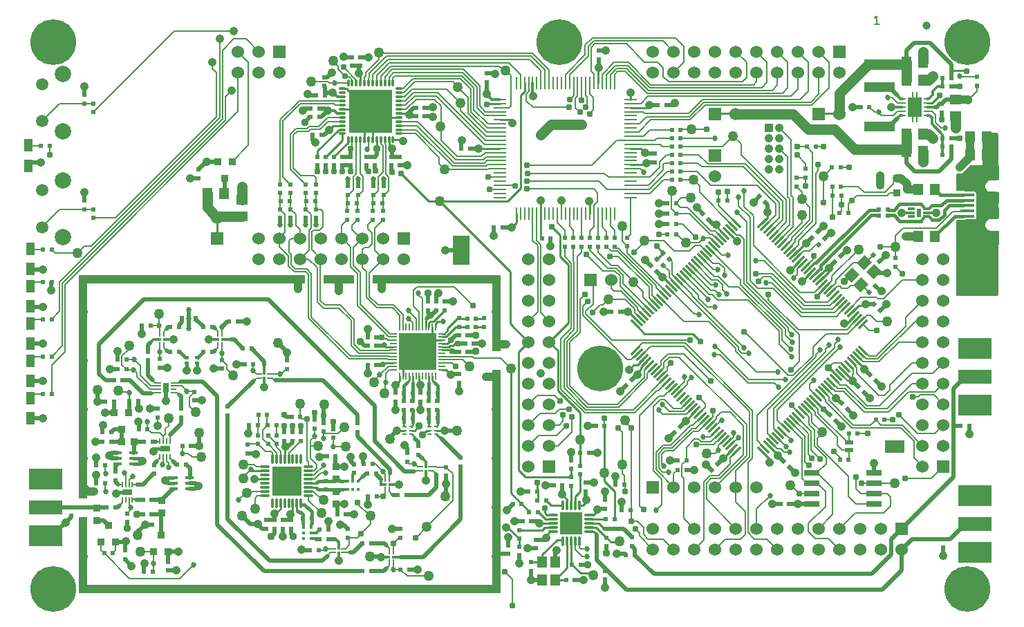
<source format=gtl>
G04 #@! TF.GenerationSoftware,KiCad,Pcbnew,6.0.7-f9a2dced07~116~ubuntu22.04.1*
G04 #@! TF.CreationDate,2022-09-29T06:22:24-04:00*
G04 #@! TF.ProjectId,hackrf-one,6861636b-7266-42d6-9f6e-652e6b696361,r8*
G04 #@! TF.SameCoordinates,Original*
G04 #@! TF.FileFunction,Copper,L1,Top*
G04 #@! TF.FilePolarity,Positive*
%FSLAX46Y46*%
G04 Gerber Fmt 4.6, Leading zero omitted, Abs format (unit mm)*
G04 Created by KiCad (PCBNEW 6.0.7-f9a2dced07~116~ubuntu22.04.1) date 2022-09-29 06:22:24*
%MOMM*%
%LPD*%
G01*
G04 APERTURE LIST*
G04 Aperture macros list*
%AMRotRect*
0 Rectangle, with rotation*
0 The origin of the aperture is its center*
0 $1 length*
0 $2 width*
0 $3 Rotation angle, in degrees counterclockwise*
0 Add horizontal line*
21,1,$1,$2,0,0,$3*%
G04 Aperture macros list end*
%ADD10C,0.177800*%
G04 #@! TA.AperFunction,NonConductor*
%ADD11C,0.177800*%
G04 #@! TD*
G04 #@! TA.AperFunction,SMDPad,CuDef*
%ADD12R,3.850000X1.000000*%
G04 #@! TD*
G04 #@! TA.AperFunction,SMDPad,CuDef*
%ADD13R,3.800000X1.000000*%
G04 #@! TD*
G04 #@! TA.AperFunction,SMDPad,CuDef*
%ADD14R,1.000000X3.350000*%
G04 #@! TD*
G04 #@! TA.AperFunction,SMDPad,CuDef*
%ADD15R,1.000000X3.800000*%
G04 #@! TD*
G04 #@! TA.AperFunction,SMDPad,CuDef*
%ADD16R,0.645000X0.230000*%
G04 #@! TD*
G04 #@! TA.AperFunction,SMDPad,CuDef*
%ADD17R,0.300000X0.813000*%
G04 #@! TD*
G04 #@! TA.AperFunction,SMDPad,CuDef*
%ADD18R,0.230000X0.645000*%
G04 #@! TD*
G04 #@! TA.AperFunction,SMDPad,CuDef*
%ADD19R,0.813000X0.300000*%
G04 #@! TD*
G04 #@! TA.AperFunction,ComponentPad*
%ADD20R,1.524000X1.524000*%
G04 #@! TD*
G04 #@! TA.AperFunction,ComponentPad*
%ADD21C,1.524000*%
G04 #@! TD*
G04 #@! TA.AperFunction,SMDPad,CuDef*
%ADD22R,0.914400X0.914400*%
G04 #@! TD*
G04 #@! TA.AperFunction,SMDPad,CuDef*
%ADD23O,0.320000X1.200000*%
G04 #@! TD*
G04 #@! TA.AperFunction,SMDPad,CuDef*
%ADD24O,1.200000X0.320000*%
G04 #@! TD*
G04 #@! TA.AperFunction,SMDPad,CuDef*
%ADD25R,2.650000X2.650000*%
G04 #@! TD*
G04 #@! TA.AperFunction,ComponentPad*
%ADD26C,0.600000*%
G04 #@! TD*
G04 #@! TA.AperFunction,SMDPad,CuDef*
%ADD27R,1.320000X1.320000*%
G04 #@! TD*
G04 #@! TA.AperFunction,SMDPad,CuDef*
%ADD28C,1.000000*%
G04 #@! TD*
G04 #@! TA.AperFunction,SMDPad,CuDef*
%ADD29R,1.000000X1.500000*%
G04 #@! TD*
G04 #@! TA.AperFunction,SMDPad,CuDef*
%ADD30R,0.558800X0.508000*%
G04 #@! TD*
G04 #@! TA.AperFunction,SMDPad,CuDef*
%ADD31R,0.508000X0.558800*%
G04 #@! TD*
G04 #@! TA.AperFunction,SMDPad,CuDef*
%ADD32R,1.440180X1.150620*%
G04 #@! TD*
G04 #@! TA.AperFunction,SMDPad,CuDef*
%ADD33R,1.150620X1.440180*%
G04 #@! TD*
G04 #@! TA.AperFunction,SMDPad,CuDef*
%ADD34RotRect,0.508000X0.558800X135.000000*%
G04 #@! TD*
G04 #@! TA.AperFunction,SMDPad,CuDef*
%ADD35RotRect,0.508000X0.558800X225.000000*%
G04 #@! TD*
G04 #@! TA.AperFunction,SMDPad,CuDef*
%ADD36RotRect,0.508000X0.558800X315.000000*%
G04 #@! TD*
G04 #@! TA.AperFunction,SMDPad,CuDef*
%ADD37RotRect,0.508000X0.558800X45.000000*%
G04 #@! TD*
G04 #@! TA.AperFunction,SMDPad,CuDef*
%ADD38R,1.750000X0.400000*%
G04 #@! TD*
G04 #@! TA.AperFunction,SMDPad,CuDef*
%ADD39R,2.100000X1.375000*%
G04 #@! TD*
G04 #@! TA.AperFunction,SMDPad,CuDef*
%ADD40R,1.460000X2.140000*%
G04 #@! TD*
G04 #@! TA.AperFunction,SMDPad,CuDef*
%ADD41R,1.350000X1.825000*%
G04 #@! TD*
G04 #@! TA.AperFunction,SMDPad,CuDef*
%ADD42R,2.100000X1.750000*%
G04 #@! TD*
G04 #@! TA.AperFunction,ComponentPad*
%ADD43C,1.500000*%
G04 #@! TD*
G04 #@! TA.AperFunction,ComponentPad*
%ADD44C,1.400000*%
G04 #@! TD*
G04 #@! TA.AperFunction,ComponentPad*
%ADD45C,5.600000*%
G04 #@! TD*
G04 #@! TA.AperFunction,SMDPad,CuDef*
%ADD46R,2.050000X3.650000*%
G04 #@! TD*
G04 #@! TA.AperFunction,SMDPad,CuDef*
%ADD47R,0.863600X0.863600*%
G04 #@! TD*
G04 #@! TA.AperFunction,SMDPad,CuDef*
%ADD48R,3.700780X1.198880*%
G04 #@! TD*
G04 #@! TA.AperFunction,SMDPad,CuDef*
%ADD49R,4.190000X1.780000*%
G04 #@! TD*
G04 #@! TA.AperFunction,SMDPad,CuDef*
%ADD50R,4.190000X2.665000*%
G04 #@! TD*
G04 #@! TA.AperFunction,SMDPad,CuDef*
%ADD51C,1.270000*%
G04 #@! TD*
G04 #@! TA.AperFunction,ComponentPad*
%ADD52R,1.066800X1.066800*%
G04 #@! TD*
G04 #@! TA.AperFunction,ComponentPad*
%ADD53C,1.066800*%
G04 #@! TD*
G04 #@! TA.AperFunction,ComponentPad*
%ADD54C,2.000000*%
G04 #@! TD*
G04 #@! TA.AperFunction,SMDPad,CuDef*
%ADD55R,0.330200X0.408940*%
G04 #@! TD*
G04 #@! TA.AperFunction,SMDPad,CuDef*
%ADD56R,0.408940X0.330200*%
G04 #@! TD*
G04 #@! TA.AperFunction,SMDPad,CuDef*
%ADD57R,0.551180X0.248920*%
G04 #@! TD*
G04 #@! TA.AperFunction,SMDPad,CuDef*
%ADD58R,0.500380X0.398780*%
G04 #@! TD*
G04 #@! TA.AperFunction,SMDPad,CuDef*
%ADD59R,0.500380X0.701040*%
G04 #@! TD*
G04 #@! TA.AperFunction,SMDPad,CuDef*
%ADD60R,0.599440X0.500380*%
G04 #@! TD*
G04 #@! TA.AperFunction,SMDPad,CuDef*
%ADD61R,0.800000X0.240000*%
G04 #@! TD*
G04 #@! TA.AperFunction,SMDPad,CuDef*
%ADD62R,0.200000X1.300000*%
G04 #@! TD*
G04 #@! TA.AperFunction,SMDPad,CuDef*
%ADD63O,0.200000X1.200000*%
G04 #@! TD*
G04 #@! TA.AperFunction,SMDPad,CuDef*
%ADD64R,0.500000X1.200000*%
G04 #@! TD*
G04 #@! TA.AperFunction,SMDPad,CuDef*
%ADD65O,0.200000X1.100000*%
G04 #@! TD*
G04 #@! TA.AperFunction,SMDPad,CuDef*
%ADD66RotRect,0.171120X0.142240X135.000000*%
G04 #@! TD*
G04 #@! TA.AperFunction,SMDPad,CuDef*
%ADD67R,0.200000X0.150000*%
G04 #@! TD*
G04 #@! TA.AperFunction,SMDPad,CuDef*
%ADD68R,0.600000X1.100000*%
G04 #@! TD*
G04 #@! TA.AperFunction,SMDPad,CuDef*
%ADD69R,0.240000X0.800000*%
G04 #@! TD*
G04 #@! TA.AperFunction,SMDPad,CuDef*
%ADD70R,1.300000X0.200000*%
G04 #@! TD*
G04 #@! TA.AperFunction,SMDPad,CuDef*
%ADD71O,1.200000X0.200000*%
G04 #@! TD*
G04 #@! TA.AperFunction,SMDPad,CuDef*
%ADD72R,1.200000X0.500000*%
G04 #@! TD*
G04 #@! TA.AperFunction,SMDPad,CuDef*
%ADD73O,1.100000X0.200000*%
G04 #@! TD*
G04 #@! TA.AperFunction,SMDPad,CuDef*
%ADD74RotRect,0.171120X0.142240X225.000000*%
G04 #@! TD*
G04 #@! TA.AperFunction,SMDPad,CuDef*
%ADD75R,0.150000X0.200000*%
G04 #@! TD*
G04 #@! TA.AperFunction,SMDPad,CuDef*
%ADD76R,1.100000X0.600000*%
G04 #@! TD*
G04 #@! TA.AperFunction,SMDPad,CuDef*
%ADD77R,0.990600X0.457200*%
G04 #@! TD*
G04 #@! TA.AperFunction,SMDPad,CuDef*
%ADD78RotRect,0.171120X0.142240X45.000000*%
G04 #@! TD*
G04 #@! TA.AperFunction,SMDPad,CuDef*
%ADD79R,0.900000X0.300000*%
G04 #@! TD*
G04 #@! TA.AperFunction,SMDPad,CuDef*
%ADD80R,0.500000X1.100000*%
G04 #@! TD*
G04 #@! TA.AperFunction,SMDPad,CuDef*
%ADD81R,1.905000X0.635000*%
G04 #@! TD*
G04 #@! TA.AperFunction,SMDPad,CuDef*
%ADD82R,0.850000X0.280000*%
G04 #@! TD*
G04 #@! TA.AperFunction,SMDPad,CuDef*
%ADD83R,0.825000X1.200000*%
G04 #@! TD*
G04 #@! TA.AperFunction,SMDPad,CuDef*
%ADD84R,0.280000X1.400000*%
G04 #@! TD*
G04 #@! TA.AperFunction,ComponentPad*
%ADD85C,0.585000*%
G04 #@! TD*
G04 #@! TA.AperFunction,SMDPad,CuDef*
%ADD86R,0.280000X0.700000*%
G04 #@! TD*
G04 #@! TA.AperFunction,SMDPad,CuDef*
%ADD87RotRect,1.501140X0.294640X225.000000*%
G04 #@! TD*
G04 #@! TA.AperFunction,SMDPad,CuDef*
%ADD88RotRect,1.501140X0.294640X315.000000*%
G04 #@! TD*
G04 #@! TA.AperFunction,SMDPad,CuDef*
%ADD89R,0.294640X1.501140*%
G04 #@! TD*
G04 #@! TA.AperFunction,SMDPad,CuDef*
%ADD90R,1.501140X0.294640*%
G04 #@! TD*
G04 #@! TA.AperFunction,SMDPad,CuDef*
%ADD91R,1.198880X1.399540*%
G04 #@! TD*
G04 #@! TA.AperFunction,SMDPad,CuDef*
%ADD92RotRect,1.399540X1.198880X45.000000*%
G04 #@! TD*
G04 #@! TA.AperFunction,SMDPad,CuDef*
%ADD93R,2.400000X1.500000*%
G04 #@! TD*
G04 #@! TA.AperFunction,SMDPad,CuDef*
%ADD94O,0.280000X1.350000*%
G04 #@! TD*
G04 #@! TA.AperFunction,SMDPad,CuDef*
%ADD95R,3.525000X3.525000*%
G04 #@! TD*
G04 #@! TA.AperFunction,SMDPad,CuDef*
%ADD96R,1.100000X1.100000*%
G04 #@! TD*
G04 #@! TA.AperFunction,SMDPad,CuDef*
%ADD97O,1.350000X0.280000*%
G04 #@! TD*
G04 #@! TA.AperFunction,SMDPad,CuDef*
%ADD98O,0.245000X0.870000*%
G04 #@! TD*
G04 #@! TA.AperFunction,SMDPad,CuDef*
%ADD99O,0.870000X0.245000*%
G04 #@! TD*
G04 #@! TA.AperFunction,SMDPad,CuDef*
%ADD100R,4.525000X4.525000*%
G04 #@! TD*
G04 #@! TA.AperFunction,ComponentPad*
%ADD101C,0.635000*%
G04 #@! TD*
G04 #@! TA.AperFunction,SMDPad,CuDef*
%ADD102R,1.500000X1.500000*%
G04 #@! TD*
G04 #@! TA.AperFunction,SMDPad,CuDef*
%ADD103O,0.280000X0.900000*%
G04 #@! TD*
G04 #@! TA.AperFunction,SMDPad,CuDef*
%ADD104O,0.900000X0.280000*%
G04 #@! TD*
G04 #@! TA.AperFunction,SMDPad,CuDef*
%ADD105R,5.300000X5.300000*%
G04 #@! TD*
G04 #@! TA.AperFunction,SMDPad,CuDef*
%ADD106R,1.650000X1.650000*%
G04 #@! TD*
G04 #@! TA.AperFunction,ViaPad*
%ADD107C,0.787400*%
G04 #@! TD*
G04 #@! TA.AperFunction,ViaPad*
%ADD108C,0.685800*%
G04 #@! TD*
G04 #@! TA.AperFunction,ViaPad*
%ADD109C,1.066800*%
G04 #@! TD*
G04 #@! TA.AperFunction,ViaPad*
%ADD110C,0.939800*%
G04 #@! TD*
G04 #@! TA.AperFunction,Conductor*
%ADD111C,0.203200*%
G04 #@! TD*
G04 #@! TA.AperFunction,Conductor*
%ADD112C,0.508000*%
G04 #@! TD*
G04 #@! TA.AperFunction,Conductor*
%ADD113C,0.254000*%
G04 #@! TD*
G04 #@! TA.AperFunction,Conductor*
%ADD114C,0.241300*%
G04 #@! TD*
G04 #@! TA.AperFunction,Conductor*
%ADD115C,0.304800*%
G04 #@! TD*
G04 #@! TA.AperFunction,Conductor*
%ADD116C,0.406400*%
G04 #@! TD*
G04 #@! TA.AperFunction,Conductor*
%ADD117C,1.270000*%
G04 #@! TD*
G04 #@! TA.AperFunction,Conductor*
%ADD118C,1.016000*%
G04 #@! TD*
G04 #@! TA.AperFunction,Conductor*
%ADD119C,0.152400*%
G04 #@! TD*
G04 #@! TA.AperFunction,Conductor*
%ADD120C,0.457200*%
G04 #@! TD*
G04 #@! TA.AperFunction,Conductor*
%ADD121C,0.279400*%
G04 #@! TD*
G04 APERTURE END LIST*
D10*
D11*
X165190285Y-101759619D02*
X164609714Y-101759619D01*
X164900000Y-101759619D02*
X164900000Y-100743619D01*
X164803238Y-100888761D01*
X164706476Y-100985523D01*
X164609714Y-101033904D01*
G04 #@! TO.C,NT3*
G36*
X84257000Y-127502000D02*
G01*
X84003000Y-127502000D01*
X84003000Y-125978000D01*
X84257000Y-125978000D01*
X84257000Y-127502000D01*
G37*
G04 #@! TO.C,NT2*
G36*
X159822000Y-112897000D02*
G01*
X158298000Y-112897000D01*
X158298000Y-112643000D01*
X159822000Y-112643000D01*
X159822000Y-112897000D01*
G37*
G04 #@! TO.C,NT1*
G36*
X147122000Y-112897000D02*
G01*
X145598000Y-112897000D01*
X145598000Y-112643000D01*
X147122000Y-112643000D01*
X147122000Y-112897000D01*
G37*
G04 #@! TD*
D12*
G04 #@! TO.P,J2,0*
G04 #@! TO.N,GND*
X69125000Y-170950000D03*
D13*
X75000000Y-170950000D03*
X81000000Y-170950000D03*
X87000000Y-170950000D03*
X93000000Y-170950000D03*
X99000000Y-170950000D03*
X105000000Y-170950000D03*
X111000000Y-170950000D03*
D12*
X116875000Y-170950000D03*
D14*
X118300000Y-169775000D03*
D15*
X118300000Y-164000000D03*
X118300000Y-158000000D03*
X118300000Y-152000000D03*
X118300000Y-146000000D03*
X118300000Y-140000000D03*
D14*
X118300000Y-134225000D03*
D12*
X116875000Y-133050000D03*
D13*
X111000000Y-133050000D03*
X105000000Y-133050000D03*
X99000000Y-133050000D03*
X93000000Y-133050000D03*
X87000000Y-133050000D03*
X81000000Y-133050000D03*
X75000000Y-133050000D03*
D12*
X69125000Y-133050000D03*
D14*
X67700000Y-134225000D03*
D15*
X67700000Y-140000000D03*
X67700000Y-146000000D03*
X67700000Y-152000000D03*
X67700000Y-158000000D03*
X67700000Y-164000000D03*
D14*
X67700000Y-169775000D03*
G04 #@! TD*
D16*
G04 #@! TO.P,U11,2*
G04 #@! TO.N,Net-(C43-Pad2)*
X108985000Y-156524220D03*
D17*
G04 #@! TO.P,U11,6*
G04 #@! TO.N,Net-(C48-Pad1)*
X109628500Y-155723300D03*
D16*
G04 #@! TO.P,U11,5*
G04 #@! TO.N,MIX_BYPASS*
X110272000Y-156026380D03*
G04 #@! TO.P,U11,4*
G04 #@! TO.N,Net-(C51-Pad1)*
X110272000Y-156524220D03*
D17*
G04 #@! TO.P,U11,3*
G04 #@! TO.N,GND*
X109628500Y-156827300D03*
D16*
G04 #@! TO.P,U11,1*
G04 #@! TO.N,VAA*
X108985000Y-156026380D03*
G04 #@! TD*
D18*
G04 #@! TO.P,U10,2*
G04 #@! TO.N,Net-(C51-Pad2)*
X105212320Y-158807500D03*
D19*
G04 #@! TO.P,U10,6*
G04 #@! TO.N,Net-(C46-Pad1)*
X104411400Y-158164000D03*
D18*
G04 #@! TO.P,U10,5*
G04 #@! TO.N,RX*
X104714480Y-157520500D03*
G04 #@! TO.P,U10,4*
G04 #@! TO.N,Net-(C23-Pad1)*
X105212320Y-157520500D03*
D19*
G04 #@! TO.P,U10,3*
G04 #@! TO.N,GND*
X105515400Y-158164000D03*
D18*
G04 #@! TO.P,U10,1*
G04 #@! TO.N,VAA*
X104714480Y-158807500D03*
G04 #@! TD*
D16*
G04 #@! TO.P,U7,2*
G04 #@! TO.N,Net-(C9-Pad1)*
X98326900Y-166521520D03*
D17*
G04 #@! TO.P,U7,6*
G04 #@! TO.N,Net-(C28-Pad2)*
X98970400Y-165720600D03*
D16*
G04 #@! TO.P,U7,5*
G04 #@! TO.N,RX*
X99613900Y-166023680D03*
G04 #@! TO.P,U7,4*
G04 #@! TO.N,Net-(C21-Pad2)*
X99613900Y-166521520D03*
D17*
G04 #@! TO.P,U7,3*
G04 #@! TO.N,GND*
X98970400Y-166824600D03*
D16*
G04 #@! TO.P,U7,1*
G04 #@! TO.N,VAA*
X98326900Y-166023680D03*
G04 #@! TD*
D18*
G04 #@! TO.P,U6,2*
G04 #@! TO.N,Net-(C27-Pad2)*
X84210880Y-139770700D03*
D19*
G04 #@! TO.P,U6,6*
G04 #@! TO.N,Net-(C20-Pad1)*
X85011800Y-140414200D03*
D18*
G04 #@! TO.P,U6,5*
G04 #@! TO.N,HP*
X84708720Y-141057700D03*
G04 #@! TO.P,U6,4*
G04 #@! TO.N,Net-(C17-Pad2)*
X84210880Y-141057700D03*
D19*
G04 #@! TO.P,U6,3*
G04 #@! TO.N,GND*
X83907800Y-140414200D03*
D18*
G04 #@! TO.P,U6,1*
G04 #@! TO.N,VAA*
X84708720Y-139770700D03*
G04 #@! TD*
G04 #@! TO.P,U5,2*
G04 #@! TO.N,Net-(C18-Pad1)*
X77596720Y-141057700D03*
D19*
G04 #@! TO.P,U5,6*
G04 #@! TO.N,Net-(C31-Pad2)*
X76795800Y-140414200D03*
D18*
G04 #@! TO.P,U5,5*
G04 #@! TO.N,LP*
X77098880Y-139770700D03*
G04 #@! TO.P,U5,4*
G04 #@! TO.N,Net-(C26-Pad2)*
X77596720Y-139770700D03*
D19*
G04 #@! TO.P,U5,3*
G04 #@! TO.N,GND*
X77899800Y-140414200D03*
D18*
G04 #@! TO.P,U5,1*
G04 #@! TO.N,VAA*
X77098880Y-141057700D03*
G04 #@! TD*
D16*
G04 #@! TO.P,U2,2*
G04 #@! TO.N,Net-(C9-Pad2)*
X89242300Y-145127520D03*
D17*
G04 #@! TO.P,U2,6*
G04 #@! TO.N,Net-(C20-Pad2)*
X89885800Y-144326600D03*
D16*
G04 #@! TO.P,U2,5*
G04 #@! TO.N,RX*
X90529300Y-144629680D03*
G04 #@! TO.P,U2,4*
G04 #@! TO.N,Net-(C23-Pad2)*
X90529300Y-145127520D03*
D17*
G04 #@! TO.P,U2,3*
G04 #@! TO.N,GND*
X89885800Y-145430600D03*
D16*
G04 #@! TO.P,U2,1*
G04 #@! TO.N,VAA*
X89242300Y-144629680D03*
G04 #@! TD*
D18*
G04 #@! TO.P,U1,2*
G04 #@! TO.N,Net-(C21-Pad1)*
X105184080Y-166408700D03*
D19*
G04 #@! TO.P,U1,6*
G04 #@! TO.N,Net-(C8-Pad2)*
X105985000Y-167052200D03*
D18*
G04 #@! TO.P,U1,5*
G04 #@! TO.N,!MIX_BYPASS*
X105681920Y-167695700D03*
G04 #@! TO.P,U1,4*
G04 #@! TO.N,Net-(C32-Pad1)*
X105184080Y-167695700D03*
D19*
G04 #@! TO.P,U1,3*
G04 #@! TO.N,GND*
X104881000Y-167052200D03*
D18*
G04 #@! TO.P,U1,1*
G04 #@! TO.N,VAA*
X105681920Y-166408700D03*
G04 #@! TD*
D20*
G04 #@! TO.P,NT3,1*
G04 #@! TO.N,VAA*
X84130000Y-128010000D03*
D21*
G04 #@! TO.P,NT3,2*
G04 #@! TO.N,Net-(C105-Pad1)*
X84130000Y-125470000D03*
G04 #@! TD*
D20*
G04 #@! TO.P,NT2,1*
G04 #@! TO.N,VCC*
X157790000Y-112770000D03*
D21*
G04 #@! TO.P,NT2,2*
G04 #@! TO.N,/mcu/usb/power/REG_OUT1*
X160330000Y-112770000D03*
G04 #@! TD*
D20*
G04 #@! TO.P,NT1,1*
G04 #@! TO.N,+1V8*
X145090000Y-112770000D03*
D21*
G04 #@! TO.P,NT1,2*
G04 #@! TO.N,/mcu/usb/power/REG_OUT2*
X147630000Y-112770000D03*
G04 #@! TD*
D22*
G04 #@! TO.P,Q5,3*
G04 #@! TO.N,/mcu/usb/power/VIN*
X165283000Y-121558400D03*
G04 #@! TO.P,Q5,1*
G04 #@! TO.N,/mcu/usb/power/VBUSCTRL*
X167315000Y-122447400D03*
G04 #@! TO.P,Q5,2*
G04 #@! TO.N,/mcu/usb/power/VBUS*
X167315000Y-120669400D03*
G04 #@! TD*
G04 #@! TO.P,Q4,3*
G04 #@! TO.N,Net-(L13-Pad1)*
X70800000Y-163184000D03*
G04 #@! TO.P,Q4,1*
G04 #@! TO.N,/frontend/!ANT_BIAS*
X69911000Y-165216000D03*
G04 #@! TO.P,Q4,2*
G04 #@! TO.N,VAA*
X71689000Y-165216000D03*
G04 #@! TD*
G04 #@! TO.P,Q3,3*
G04 #@! TO.N,Net-(FB2-Pad1)*
X85044400Y-120694800D03*
G04 #@! TO.P,Q3,1*
G04 #@! TO.N,!VAA_ENABLE*
X85933400Y-118662800D03*
G04 #@! TO.P,Q3,2*
G04 #@! TO.N,VCC*
X84155400Y-118662800D03*
G04 #@! TD*
G04 #@! TO.P,Q2,3*
G04 #@! TO.N,Net-(C160-Pad1)*
X77216700Y-164374800D03*
G04 #@! TO.P,Q2,1*
G04 #@! TO.N,!TX_AMP_PWR*
X76327700Y-166406800D03*
G04 #@! TO.P,Q2,2*
G04 #@! TO.N,VAA*
X78105700Y-166406800D03*
G04 #@! TD*
G04 #@! TO.P,Q1,3*
G04 #@! TO.N,Net-(C163-Pad2)*
X72376000Y-151396000D03*
G04 #@! TO.P,Q1,1*
G04 #@! TO.N,!RX_AMP_PWR*
X73265000Y-149364000D03*
G04 #@! TO.P,Q1,2*
G04 #@! TO.N,VAA*
X71487000Y-149364000D03*
G04 #@! TD*
D23*
G04 #@! TO.P,U19,1*
G04 #@! TO.N,/baseband/XA*
X126469200Y-165126000D03*
G04 #@! TO.P,U19,2*
G04 #@! TO.N,/baseband/XB*
X126969200Y-165126000D03*
G04 #@! TO.P,U19,3*
G04 #@! TO.N,/baseband/INTR*
X127469200Y-165126000D03*
G04 #@! TO.P,U19,4*
G04 #@! TO.N,SCL*
X127969200Y-165126000D03*
G04 #@! TO.P,U19,5*
G04 #@! TO.N,SDA*
X128469200Y-165126000D03*
D24*
G04 #@! TO.P,U19,6*
G04 #@! TO.N,CLKIN*
X129669200Y-163926000D03*
G04 #@! TO.P,U19,7*
G04 #@! TO.N,/baseband/OEB*
X129669200Y-163426000D03*
G04 #@! TO.P,U19,8*
G04 #@! TO.N,/baseband/CLK3*
X129669200Y-162926000D03*
G04 #@! TO.P,U19,9*
G04 #@! TO.N,/baseband/CLK2*
X129669200Y-162426000D03*
G04 #@! TO.P,U19,10*
G04 #@! TO.N,VCC*
X129669200Y-161926000D03*
D23*
G04 #@! TO.P,U19,11*
X128469200Y-160726000D03*
G04 #@! TO.P,U19,12*
G04 #@! TO.N,/baseband/CLK1*
X127969200Y-160726000D03*
G04 #@! TO.P,U19,13*
G04 #@! TO.N,/baseband/CLK0*
X127469200Y-160726000D03*
G04 #@! TO.P,U19,14*
G04 #@! TO.N,VCC*
X126969200Y-160726000D03*
G04 #@! TO.P,U19,15*
G04 #@! TO.N,MCU_CLK*
X126469200Y-160726000D03*
D24*
G04 #@! TO.P,U19,16*
G04 #@! TO.N,CLK6*
X125269200Y-161926000D03*
G04 #@! TO.P,U19,17*
G04 #@! TO.N,/baseband/CLK5*
X125269200Y-162426000D03*
G04 #@! TO.P,U19,18*
G04 #@! TO.N,VCC*
X125269200Y-162926000D03*
G04 #@! TO.P,U19,19*
G04 #@! TO.N,MIX_CLK*
X125269200Y-163426000D03*
G04 #@! TO.P,U19,20*
G04 #@! TO.N,VCC*
X125269200Y-163926000D03*
D25*
G04 #@! TO.P,U19,0*
G04 #@! TO.N,GND*
X127469200Y-162926000D03*
D26*
X127469200Y-162926000D03*
X126809200Y-163586000D03*
X126809200Y-162266000D03*
X128129200Y-162266000D03*
X128129200Y-163586000D03*
D27*
X126809200Y-163586000D03*
X126809200Y-162266000D03*
X128129200Y-163586000D03*
X128129200Y-162266000D03*
G04 #@! TD*
D28*
G04 #@! TO.P,MARK1MM,*
G04 #@! TO.N,*
X171000000Y-102000000D03*
G04 #@! TD*
D29*
G04 #@! TO.P,D7,1*
G04 #@! TO.N,GND*
X61000000Y-119150000D03*
G04 #@! TO.P,D7,2*
G04 #@! TO.N,Net-(D7-Pad2)*
X61000000Y-116650000D03*
G04 #@! TD*
G04 #@! TO.P,D8,1*
G04 #@! TO.N,GND*
X61270000Y-131800000D03*
G04 #@! TO.P,D8,2*
G04 #@! TO.N,Net-(D8-Pad2)*
X61270000Y-129300000D03*
G04 #@! TD*
G04 #@! TO.P,D2,1*
G04 #@! TO.N,GND*
X61270000Y-136372000D03*
G04 #@! TO.P,D2,2*
G04 #@! TO.N,Net-(D2-Pad2)*
X61270000Y-133872000D03*
G04 #@! TD*
G04 #@! TO.P,D4,1*
G04 #@! TO.N,GND*
X61270000Y-140944000D03*
G04 #@! TO.P,D4,2*
G04 #@! TO.N,Net-(D4-Pad2)*
X61270000Y-138444000D03*
G04 #@! TD*
G04 #@! TO.P,D5,1*
G04 #@! TO.N,GND*
X61270000Y-145516000D03*
G04 #@! TO.P,D5,2*
G04 #@! TO.N,Net-(D5-Pad2)*
X61270000Y-143016000D03*
G04 #@! TD*
G04 #@! TO.P,D6,1*
G04 #@! TO.N,GND*
X61270000Y-150088000D03*
G04 #@! TO.P,D6,2*
G04 #@! TO.N,Net-(D6-Pad2)*
X61270000Y-147588000D03*
G04 #@! TD*
D30*
G04 #@! TO.P,C1,2*
G04 #@! TO.N,GND*
X91096400Y-163580200D03*
G04 #@! TO.P,C1,1*
G04 #@! TO.N,VCC*
X91096400Y-162513400D03*
G04 #@! TD*
G04 #@! TO.P,C2,2*
G04 #@! TO.N,GND*
X90080400Y-163580200D03*
G04 #@! TO.P,C2,1*
G04 #@! TO.N,VCC*
X90080400Y-162513400D03*
G04 #@! TD*
G04 #@! TO.P,C3,2*
G04 #@! TO.N,GND*
X93128400Y-163580200D03*
G04 #@! TO.P,C3,1*
G04 #@! TO.N,VAA*
X93128400Y-162513400D03*
G04 #@! TD*
G04 #@! TO.P,C4,2*
G04 #@! TO.N,GND*
X92112400Y-163580200D03*
G04 #@! TO.P,C4,1*
G04 #@! TO.N,VAA*
X92112400Y-162513400D03*
G04 #@! TD*
G04 #@! TO.P,C5,2*
G04 #@! TO.N,GND*
X92341000Y-151794600D03*
G04 #@! TO.P,C5,1*
G04 #@! TO.N,VAA*
X92341000Y-152861400D03*
G04 #@! TD*
G04 #@! TO.P,C6,2*
G04 #@! TO.N,GND*
X93357000Y-151794600D03*
G04 #@! TO.P,C6,1*
G04 #@! TO.N,VAA*
X93357000Y-152861400D03*
G04 #@! TD*
D31*
G04 #@! TO.P,C7,2*
G04 #@! TO.N,!MIX_BYPASS*
X106550600Y-168576200D03*
G04 #@! TO.P,C7,1*
G04 #@! TO.N,GND*
X107617400Y-168576200D03*
G04 #@! TD*
D30*
G04 #@! TO.P,C8,2*
G04 #@! TO.N,Net-(C8-Pad2)*
X113919000Y-155981400D03*
G04 #@! TO.P,C8,1*
G04 #@! TO.N,TX_IF*
X113919000Y-154914600D03*
G04 #@! TD*
G04 #@! TO.P,C9,2*
G04 #@! TO.N,Net-(C9-Pad2)*
X85400000Y-148634800D03*
G04 #@! TO.P,C9,1*
G04 #@! TO.N,Net-(C9-Pad1)*
X85400000Y-149701600D03*
G04 #@! TD*
D31*
G04 #@! TO.P,C10,2*
G04 #@! TO.N,VAA*
X88514200Y-143481600D03*
G04 #@! TO.P,C10,1*
G04 #@! TO.N,GND*
X87447400Y-143481600D03*
G04 #@! TD*
D30*
G04 #@! TO.P,C11,2*
G04 #@! TO.N,HP*
X84713800Y-142928800D03*
G04 #@! TO.P,C11,1*
G04 #@! TO.N,GND*
X84713800Y-143995600D03*
G04 #@! TD*
G04 #@! TO.P,C12,2*
G04 #@! TO.N,GND*
X87794400Y-154360000D03*
G04 #@! TO.P,C12,1*
G04 #@! TO.N,Net-(C12-Pad1)*
X87794400Y-153293200D03*
G04 #@! TD*
D31*
G04 #@! TO.P,C13,2*
G04 #@! TO.N,GND*
X88023000Y-150905600D03*
G04 #@! TO.P,C13,1*
G04 #@! TO.N,Net-(C13-Pad1)*
X89089800Y-150905600D03*
G04 #@! TD*
D30*
G04 #@! TO.P,C14,2*
G04 #@! TO.N,Net-(C14-Pad2)*
X90334400Y-152150200D03*
G04 #@! TO.P,C14,1*
G04 #@! TO.N,Net-(C14-Pad1)*
X90334400Y-153217000D03*
G04 #@! TD*
D31*
G04 #@! TO.P,C15,2*
G04 #@! TO.N,Net-(C15-Pad2)*
X91375800Y-150905600D03*
G04 #@! TO.P,C15,1*
G04 #@! TO.N,Net-(C14-Pad1)*
X90309000Y-150905600D03*
G04 #@! TD*
D30*
G04 #@! TO.P,C16,2*
G04 #@! TO.N,GND*
X106499800Y-163623200D03*
G04 #@! TO.P,C16,1*
G04 #@! TO.N,VAA*
X106499800Y-164690000D03*
G04 #@! TD*
D31*
G04 #@! TO.P,C17,2*
G04 #@! TO.N,Net-(C17-Pad2)*
X83469200Y-141938200D03*
G04 #@! TO.P,C17,1*
G04 #@! TO.N,Net-(C17-Pad1)*
X82402400Y-141938200D03*
G04 #@! TD*
G04 #@! TO.P,C18,2*
G04 #@! TO.N,Net-(C18-Pad2)*
X79405200Y-141938200D03*
G04 #@! TO.P,C18,1*
G04 #@! TO.N,Net-(C18-Pad1)*
X78338400Y-141938200D03*
G04 #@! TD*
D30*
G04 #@! TO.P,C19,2*
G04 #@! TO.N,VAA*
X77093800Y-142801800D03*
G04 #@! TO.P,C19,1*
G04 #@! TO.N,GND*
X77093800Y-143868600D03*
G04 #@! TD*
D31*
G04 #@! TO.P,C20,2*
G04 #@! TO.N,Net-(C20-Pad2)*
X88341200Y-141528800D03*
G04 #@! TO.P,C20,1*
G04 #@! TO.N,Net-(C20-Pad1)*
X87274400Y-141528800D03*
G04 #@! TD*
G04 #@! TO.P,C21,2*
G04 #@! TO.N,Net-(C21-Pad2)*
X101904800Y-165379400D03*
G04 #@! TO.P,C21,1*
G04 #@! TO.N,Net-(C21-Pad1)*
X102971600Y-165379400D03*
G04 #@! TD*
G04 #@! TO.P,C22,2*
G04 #@! TO.N,VAA*
X96506600Y-166272600D03*
G04 #@! TO.P,C22,1*
G04 #@! TO.N,GND*
X95439800Y-166272600D03*
G04 #@! TD*
D30*
G04 #@! TO.P,C23,2*
G04 #@! TO.N,Net-(C23-Pad2)*
X101269800Y-150647400D03*
G04 #@! TO.P,C23,1*
G04 #@! TO.N,Net-(C23-Pad1)*
X101269800Y-151714200D03*
G04 #@! TD*
G04 #@! TO.P,C24,2*
G04 #@! TO.N,RX*
X92679800Y-144015000D03*
G04 #@! TO.P,C24,1*
G04 #@! TO.N,GND*
X92679800Y-142948200D03*
G04 #@! TD*
D31*
G04 #@! TO.P,C25,2*
G04 #@! TO.N,GND*
X97725800Y-163732600D03*
G04 #@! TO.P,C25,1*
G04 #@! TO.N,Net-(C25-Pad1)*
X96659000Y-163732600D03*
G04 #@! TD*
G04 #@! TO.P,C26,2*
G04 #@! TO.N,Net-(C26-Pad2)*
X78338400Y-138890200D03*
G04 #@! TO.P,C26,1*
G04 #@! TO.N,Net-(C26-Pad1)*
X79405200Y-138890200D03*
G04 #@! TD*
G04 #@! TO.P,C27,2*
G04 #@! TO.N,Net-(C27-Pad2)*
X83469200Y-138890200D03*
G04 #@! TO.P,C27,1*
G04 #@! TO.N,Net-(C27-Pad1)*
X82402400Y-138890200D03*
G04 #@! TD*
G04 #@! TO.P,C28,2*
G04 #@! TO.N,Net-(C28-Pad2)*
X97725800Y-164875600D03*
G04 #@! TO.P,C28,1*
G04 #@! TO.N,Net-(C28-Pad1)*
X96659000Y-164875600D03*
G04 #@! TD*
G04 #@! TO.P,C29,2*
G04 #@! TO.N,GND*
X74884000Y-138712400D03*
G04 #@! TO.P,C29,1*
G04 #@! TO.N,LP*
X75950800Y-138712400D03*
G04 #@! TD*
G04 #@! TO.P,C30,2*
G04 #@! TO.N,GND*
X86633400Y-138200000D03*
G04 #@! TO.P,C30,1*
G04 #@! TO.N,VAA*
X85566600Y-138200000D03*
G04 #@! TD*
D30*
G04 #@! TO.P,C31,2*
G04 #@! TO.N,Net-(C31-Pad2)*
X75595200Y-141912800D03*
G04 #@! TO.P,C31,1*
G04 #@! TO.N,Net-(C31-Pad1)*
X75595200Y-142979600D03*
G04 #@! TD*
D31*
G04 #@! TO.P,C32,2*
G04 #@! TO.N,Net-(C32-Pad2)*
X101904800Y-168808400D03*
G04 #@! TO.P,C32,1*
G04 #@! TO.N,Net-(C32-Pad1)*
X102971600Y-168808400D03*
G04 #@! TD*
D30*
G04 #@! TO.P,C33,2*
G04 #@! TO.N,GND*
X100113400Y-163605600D03*
G04 #@! TO.P,C33,1*
G04 #@! TO.N,RX*
X100113400Y-164672400D03*
G04 #@! TD*
G04 #@! TO.P,C34,2*
G04 #@! TO.N,GND*
X98310000Y-151388200D03*
G04 #@! TO.P,C34,1*
G04 #@! TO.N,MIXER_RESETX*
X98310000Y-152455000D03*
G04 #@! TD*
G04 #@! TO.P,C35,2*
G04 #@! TO.N,GND*
X97167000Y-150626200D03*
G04 #@! TO.P,C35,1*
G04 #@! TO.N,MIXER_ENX*
X97167000Y-151693000D03*
G04 #@! TD*
G04 #@! TO.P,C36,2*
G04 #@! TO.N,GND*
X96024000Y-150245200D03*
G04 #@! TO.P,C36,1*
G04 #@! TO.N,MIXER_SCLK*
X96024000Y-151312000D03*
G04 #@! TD*
D31*
G04 #@! TO.P,C37,2*
G04 #@! TO.N,GND*
X93204600Y-149915000D03*
G04 #@! TO.P,C37,1*
G04 #@! TO.N,MIXER_SDATA*
X94271400Y-149915000D03*
G04 #@! TD*
G04 #@! TO.P,C38,2*
G04 #@! TO.N,!MIX_BYPASS*
X72979000Y-142827200D03*
G04 #@! TO.P,C38,1*
G04 #@! TO.N,GND*
X71912200Y-142827200D03*
G04 #@! TD*
D30*
G04 #@! TO.P,C39,2*
G04 #@! TO.N,TX_MIX_BP*
X81305400Y-146812000D03*
G04 #@! TO.P,C39,1*
G04 #@! TO.N,GND*
X81305400Y-147878800D03*
G04 #@! TD*
D31*
G04 #@! TO.P,C40,2*
G04 #@! TO.N,RX_MIX_BP*
X72979000Y-144071800D03*
G04 #@! TO.P,C40,1*
G04 #@! TO.N,GND*
X71912200Y-144071800D03*
G04 #@! TD*
G04 #@! TO.P,C41,2*
G04 #@! TO.N,GND*
X99859400Y-161827600D03*
G04 #@! TO.P,C41,1*
G04 #@! TO.N,VAA*
X98792600Y-161827600D03*
G04 #@! TD*
G04 #@! TO.P,C42,2*
G04 #@! TO.N,GND*
X97522600Y-154715600D03*
G04 #@! TO.P,C42,1*
G04 #@! TO.N,VAA*
X98589400Y-154715600D03*
G04 #@! TD*
G04 #@! TO.P,C43,2*
G04 #@! TO.N,Net-(C43-Pad2)*
X71475600Y-145415000D03*
G04 #@! TO.P,C43,1*
G04 #@! TO.N,Net-(C43-Pad1)*
X72542400Y-145415000D03*
G04 #@! TD*
D30*
G04 #@! TO.P,C44,2*
G04 #@! TO.N,Net-(C44-Pad2)*
X79679800Y-148894800D03*
G04 #@! TO.P,C44,1*
G04 #@! TO.N,Net-(C44-Pad1)*
X79679800Y-149961600D03*
G04 #@! TD*
D31*
G04 #@! TO.P,C45,2*
G04 #@! TO.N,RX*
X103124000Y-155651200D03*
G04 #@! TO.P,C45,1*
G04 #@! TO.N,GND*
X102057200Y-155651200D03*
G04 #@! TD*
G04 #@! TO.P,C46,2*
G04 #@! TO.N,Net-(C46-Pad2)*
X102514400Y-156794200D03*
G04 #@! TO.P,C46,1*
G04 #@! TO.N,Net-(C46-Pad1)*
X103581200Y-156794200D03*
G04 #@! TD*
D30*
G04 #@! TO.P,C47,2*
G04 #@! TO.N,MIX_BYPASS*
X112166400Y-156032200D03*
G04 #@! TO.P,C47,1*
G04 #@! TO.N,GND*
X112166400Y-157099000D03*
G04 #@! TD*
G04 #@! TO.P,C48,2*
G04 #@! TO.N,RX_IF*
X108737400Y-153466800D03*
G04 #@! TO.P,C48,1*
G04 #@! TO.N,Net-(C48-Pad1)*
X108737400Y-154533600D03*
G04 #@! TD*
G04 #@! TO.P,C49,2*
G04 #@! TO.N,Net-(C49-Pad2)*
X100850000Y-156773000D03*
G04 #@! TO.P,C49,1*
G04 #@! TO.N,GND*
X100850000Y-155706200D03*
G04 #@! TD*
D31*
G04 #@! TO.P,C50,2*
G04 #@! TO.N,/frontend/RX_AMP_OUT*
X76211400Y-152920000D03*
G04 #@! TO.P,C50,1*
G04 #@! TO.N,Net-(C50-Pad1)*
X75144600Y-152920000D03*
G04 #@! TD*
G04 #@! TO.P,C51,2*
G04 #@! TO.N,Net-(C51-Pad2)*
X106208000Y-159434000D03*
G04 #@! TO.P,C51,1*
G04 #@! TO.N,Net-(C51-Pad1)*
X107274800Y-159434000D03*
G04 #@! TD*
G04 #@! TO.P,C52,2*
G04 #@! TO.N,GND*
X70064600Y-152920000D03*
G04 #@! TO.P,C52,1*
G04 #@! TO.N,Net-(C163-Pad2)*
X71131400Y-152920000D03*
G04 #@! TD*
G04 #@! TO.P,C53,2*
G04 #@! TO.N,GND*
X70414000Y-147999800D03*
G04 #@! TO.P,C53,1*
G04 #@! TO.N,VAA*
X71480800Y-147999800D03*
G04 #@! TD*
G04 #@! TO.P,C54,2*
G04 #@! TO.N,GND*
X102590600Y-159664400D03*
G04 #@! TO.P,C54,1*
G04 #@! TO.N,VAA*
X103657400Y-159664400D03*
G04 #@! TD*
G04 #@! TO.P,C55,2*
G04 #@! TO.N,GND*
X80910400Y-153428000D03*
G04 #@! TO.P,C55,1*
G04 #@! TO.N,TX_AMP*
X79843600Y-153428000D03*
G04 #@! TD*
D30*
G04 #@! TO.P,C56,2*
G04 #@! TO.N,GND*
X107391200Y-154330400D03*
G04 #@! TO.P,C56,1*
G04 #@! TO.N,VAA*
X107391200Y-155397200D03*
G04 #@! TD*
G04 #@! TO.P,C57,2*
G04 #@! TO.N,GND*
X76835000Y-148894800D03*
G04 #@! TO.P,C57,1*
G04 #@! TO.N,AMP_BYPASS*
X76835000Y-149961600D03*
G04 #@! TD*
G04 #@! TO.P,C58,1*
G04 #@! TO.N,/frontend/RX_AMP_IN*
X71614000Y-157644400D03*
G04 #@! TO.P,C58,2*
G04 #@! TO.N,Net-(C58-Pad2)*
X71614000Y-156577600D03*
G04 #@! TD*
D31*
G04 #@! TO.P,C59,2*
G04 #@! TO.N,Net-(C59-Pad2)*
X80275400Y-155714000D03*
G04 #@! TO.P,C59,1*
G04 #@! TO.N,/frontend/TX_AMP_IN*
X79208600Y-155714000D03*
G04 #@! TD*
G04 #@! TO.P,C60,2*
G04 #@! TO.N,RX_AMP*
X75576400Y-151396000D03*
G04 #@! TO.P,C60,1*
G04 #@! TO.N,GND*
X74509600Y-151396000D03*
G04 #@! TD*
D30*
G04 #@! TO.P,C61,2*
G04 #@! TO.N,Net-(C61-Pad2)*
X76363800Y-155790200D03*
G04 #@! TO.P,C61,1*
G04 #@! TO.N,Net-(C61-Pad1)*
X76363800Y-156857000D03*
G04 #@! TD*
D31*
G04 #@! TO.P,C62,2*
G04 #@! TO.N,Net-(C62-Pad2)*
X76084400Y-160032000D03*
G04 #@! TO.P,C62,1*
G04 #@! TO.N,/frontend/TX_AMP_OUT*
X75017600Y-160032000D03*
G04 #@! TD*
D30*
G04 #@! TO.P,C63,2*
G04 #@! TO.N,GND*
X73087200Y-162775200D03*
G04 #@! TO.P,C63,1*
G04 #@! TO.N,TX_AMP*
X73087200Y-161708400D03*
G04 #@! TD*
D31*
G04 #@! TO.P,C64,2*
G04 #@! TO.N,Net-(C64-Pad2)*
X70566600Y-161000000D03*
G04 #@! TO.P,C64,1*
G04 #@! TO.N,Net-(C64-Pad1)*
X71633400Y-161000000D03*
G04 #@! TD*
G04 #@! TO.P,C65,2*
G04 #@! TO.N,AMP_BYPASS*
X70369400Y-158000000D03*
G04 #@! TO.P,C65,1*
G04 #@! TO.N,GND*
X69302600Y-158000000D03*
G04 #@! TD*
G04 #@! TO.P,C66,2*
G04 #@! TO.N,RX_AMP*
X70369400Y-155841000D03*
G04 #@! TO.P,C66,1*
G04 #@! TO.N,GND*
X69302600Y-155841000D03*
G04 #@! TD*
D30*
G04 #@! TO.P,C67,2*
G04 #@! TO.N,/frontend/REF_IN*
X121080200Y-164829800D03*
G04 #@! TO.P,C67,1*
G04 #@! TO.N,MIX_CLK*
X121080200Y-163763000D03*
G04 #@! TD*
G04 #@! TO.P,C68,2*
G04 #@! TO.N,GND*
X127462400Y-155188000D03*
G04 #@! TO.P,C68,1*
G04 #@! TO.N,GCK1*
X127462400Y-156254800D03*
G04 #@! TD*
D31*
G04 #@! TO.P,C69,2*
G04 #@! TO.N,GND*
X129621400Y-154273600D03*
G04 #@! TO.P,C69,1*
G04 #@! TO.N,GCK2*
X128554600Y-154273600D03*
G04 #@! TD*
D30*
G04 #@! TO.P,C70,2*
G04 #@! TO.N,GND*
X121080200Y-166861800D03*
G04 #@! TO.P,C70,1*
G04 #@! TO.N,/frontend/REF_IN*
X121080200Y-165795000D03*
G04 #@! TD*
G04 #@! TO.P,C71,2*
G04 #@! TO.N,GND*
X100482400Y-119091200D03*
G04 #@! TO.P,C71,1*
G04 #@! TO.N,VAA*
X100482400Y-118024400D03*
G04 #@! TD*
G04 #@! TO.P,C72,2*
G04 #@! TO.N,GND*
X99466400Y-119091200D03*
G04 #@! TO.P,C72,1*
G04 #@! TO.N,VAA*
X99466400Y-118024400D03*
G04 #@! TD*
G04 #@! TO.P,C73,2*
G04 #@! TO.N,GND*
X103403400Y-119091200D03*
G04 #@! TO.P,C73,1*
G04 #@! TO.N,VAA*
X103403400Y-118024400D03*
G04 #@! TD*
G04 #@! TO.P,C74,2*
G04 #@! TO.N,GND*
X102387400Y-119091200D03*
G04 #@! TO.P,C74,1*
G04 #@! TO.N,VAA*
X102387400Y-118024400D03*
G04 #@! TD*
G04 #@! TO.P,C75,2*
G04 #@! TO.N,GND*
X105435400Y-119091200D03*
G04 #@! TO.P,C75,1*
G04 #@! TO.N,VAA*
X105435400Y-118024400D03*
G04 #@! TD*
G04 #@! TO.P,C76,2*
G04 #@! TO.N,GND*
X106451400Y-119091200D03*
G04 #@! TO.P,C76,1*
G04 #@! TO.N,VAA*
X106451400Y-118024400D03*
G04 #@! TD*
G04 #@! TO.P,C77,2*
G04 #@! TO.N,GND*
X101625400Y-105832400D03*
G04 #@! TO.P,C77,1*
G04 #@! TO.N,VAA*
X101625400Y-106899200D03*
G04 #@! TD*
G04 #@! TO.P,C78,2*
G04 #@! TO.N,GND*
X100609400Y-105832400D03*
G04 #@! TO.P,C78,1*
G04 #@! TO.N,VAA*
X100609400Y-106899200D03*
G04 #@! TD*
D31*
G04 #@! TO.P,C79,2*
G04 #@! TO.N,GND*
X96202500Y-110493300D03*
G04 #@! TO.P,C79,1*
G04 #@! TO.N,VAA*
X97269300Y-110493300D03*
G04 #@! TD*
D30*
G04 #@! TO.P,C80,2*
G04 #@! TO.N,GND*
X97243900Y-108308900D03*
G04 #@! TO.P,C80,1*
G04 #@! TO.N,VAA*
X97243900Y-109375700D03*
G04 #@! TD*
D31*
G04 #@! TO.P,C81,2*
G04 #@! TO.N,GND*
X95567500Y-113160300D03*
G04 #@! TO.P,C81,1*
G04 #@! TO.N,VAA*
X96634300Y-113160300D03*
G04 #@! TD*
G04 #@! TO.P,C82,2*
G04 #@! TO.N,GND*
X95567500Y-112144300D03*
G04 #@! TO.P,C82,1*
G04 #@! TO.N,VAA*
X96634300Y-112144300D03*
G04 #@! TD*
G04 #@! TO.P,C83,2*
G04 #@! TO.N,GND*
X95821500Y-115319300D03*
G04 #@! TO.P,C83,1*
G04 #@! TO.N,VAA*
X96888300Y-115319300D03*
G04 #@! TD*
D30*
G04 #@! TO.P,C84,2*
G04 #@! TO.N,GND*
X105981500Y-148018500D03*
G04 #@! TO.P,C84,1*
G04 #@! TO.N,VAA*
X105981500Y-146951700D03*
G04 #@! TD*
G04 #@! TO.P,C85,2*
G04 #@! TO.N,GND*
X109029500Y-148018500D03*
G04 #@! TO.P,C85,1*
G04 #@! TO.N,VAA*
X109029500Y-146951700D03*
G04 #@! TD*
G04 #@! TO.P,C86,2*
G04 #@! TO.N,GND*
X113728500Y-145732500D03*
G04 #@! TO.P,C86,1*
G04 #@! TO.N,VAA*
X113728500Y-144665700D03*
G04 #@! TD*
D31*
G04 #@! TO.P,C87,2*
G04 #@! TO.N,GND*
X114769900Y-141897100D03*
G04 #@! TO.P,C87,1*
G04 #@! TO.N,VAA*
X113703100Y-141897100D03*
G04 #@! TD*
G04 #@! TO.P,C88,2*
G04 #@! TO.N,GND*
X115531900Y-140881100D03*
G04 #@! TO.P,C88,1*
G04 #@! TO.N,VCC*
X114465100Y-140881100D03*
G04 #@! TD*
G04 #@! TO.P,C89,2*
G04 #@! TO.N,GND*
X114769900Y-139865100D03*
G04 #@! TO.P,C89,1*
G04 #@! TO.N,VAA*
X113703100Y-139865100D03*
G04 #@! TD*
D30*
G04 #@! TO.P,C90,2*
G04 #@! TO.N,GND*
X109918500Y-135775700D03*
G04 #@! TO.P,C90,1*
G04 #@! TO.N,VAA*
X109918500Y-136842500D03*
G04 #@! TD*
G04 #@! TO.P,C91,2*
G04 #@! TO.N,GND*
X110934500Y-135775700D03*
G04 #@! TO.P,C91,1*
G04 #@! TO.N,VAA*
X110934500Y-136842500D03*
G04 #@! TD*
D31*
G04 #@! TO.P,C92,2*
G04 #@! TO.N,GND*
X102527100Y-140119100D03*
G04 #@! TO.P,C92,1*
G04 #@! TO.N,VAA*
X103593900Y-140119100D03*
G04 #@! TD*
G04 #@! TO.P,C93,2*
G04 #@! TO.N,GND*
X102527100Y-141135100D03*
G04 #@! TO.P,C93,1*
G04 #@! TO.N,VAA*
X103593900Y-141135100D03*
G04 #@! TD*
G04 #@! TO.P,C94,2*
G04 #@! TO.N,GND*
X102527100Y-143548100D03*
G04 #@! TO.P,C94,1*
G04 #@! TO.N,VAA*
X103593900Y-143548100D03*
G04 #@! TD*
G04 #@! TO.P,C95,2*
G04 #@! TO.N,/baseband/TXBBQ+*
X92989400Y-123460000D03*
G04 #@! TO.P,C95,1*
G04 #@! TO.N,/baseband/TXBBQ-*
X91922600Y-123460000D03*
G04 #@! TD*
G04 #@! TO.P,C96,2*
G04 #@! TO.N,/baseband/TXBBI-*
X96113600Y-123460000D03*
G04 #@! TO.P,C96,1*
G04 #@! TO.N,/baseband/TXBBI+*
X95046800Y-123460000D03*
G04 #@! TD*
D30*
G04 #@! TO.P,C97,2*
G04 #@! TO.N,GND*
X96418400Y-119091200D03*
G04 #@! TO.P,C97,1*
G04 #@! TO.N,/baseband/COM*
X96418400Y-118024400D03*
G04 #@! TD*
G04 #@! TO.P,C98,2*
G04 #@! TO.N,GND*
X97434400Y-119091200D03*
G04 #@! TO.P,C98,1*
G04 #@! TO.N,/baseband/REFN*
X97434400Y-118024400D03*
G04 #@! TD*
G04 #@! TO.P,C99,2*
G04 #@! TO.N,Net-(C99-Pad2)*
X106997500Y-149034500D03*
G04 #@! TO.P,C99,1*
G04 #@! TO.N,Net-(C99-Pad1)*
X106997500Y-147967700D03*
G04 #@! TD*
G04 #@! TO.P,C100,2*
G04 #@! TO.N,GND*
X98450400Y-119091200D03*
G04 #@! TO.P,C100,1*
G04 #@! TO.N,/baseband/REFP*
X98450400Y-118024400D03*
G04 #@! TD*
D31*
G04 #@! TO.P,C101,2*
G04 #@! TO.N,/baseband/IA-*
X101180900Y-123701300D03*
G04 #@! TO.P,C101,1*
G04 #@! TO.N,/baseband/IA+*
X100114100Y-123701300D03*
G04 #@! TD*
D30*
G04 #@! TO.P,C102,2*
G04 #@! TO.N,Net-(C102-Pad2)*
X108013500Y-149034500D03*
G04 #@! TO.P,C102,1*
G04 #@! TO.N,Net-(C102-Pad1)*
X108013500Y-147967700D03*
G04 #@! TD*
D31*
G04 #@! TO.P,C103,2*
G04 #@! TO.N,/baseband/QA+*
X104305100Y-123701300D03*
G04 #@! TO.P,C103,1*
G04 #@! TO.N,/baseband/QA-*
X103238300Y-123701300D03*
G04 #@! TD*
D30*
G04 #@! TO.P,C104,2*
G04 #@! TO.N,Net-(C104-Pad2)*
X110045500Y-149034500D03*
G04 #@! TO.P,C104,1*
G04 #@! TO.N,Net-(C104-Pad1)*
X110045500Y-147967700D03*
G04 #@! TD*
D32*
G04 #@! TO.P,C105,2*
G04 #@! TO.N,GND*
X87152600Y-123336400D03*
G04 #@! TO.P,C105,1*
G04 #@! TO.N,Net-(C105-Pad1)*
X87152600Y-125368400D03*
G04 #@! TD*
D30*
G04 #@! TO.P,C106,2*
G04 #@! TO.N,GND*
X111950500Y-135775700D03*
G04 #@! TO.P,C106,1*
G04 #@! TO.N,Net-(C106-Pad1)*
X111950500Y-136842500D03*
G04 #@! TD*
G04 #@! TO.P,C107,2*
G04 #@! TO.N,GND*
X104470200Y-121631200D03*
G04 #@! TO.P,C107,1*
G04 #@! TO.N,/baseband/QA+*
X104470200Y-122698000D03*
G04 #@! TD*
G04 #@! TO.P,C108,2*
G04 #@! TO.N,GND*
X103200200Y-121631200D03*
G04 #@! TO.P,C108,1*
G04 #@! TO.N,/baseband/QA-*
X103200200Y-122698000D03*
G04 #@! TD*
G04 #@! TO.P,C109,2*
G04 #@! TO.N,GND*
X101346000Y-121631200D03*
G04 #@! TO.P,C109,1*
G04 #@! TO.N,/baseband/IA-*
X101346000Y-122698000D03*
G04 #@! TD*
G04 #@! TO.P,C110,2*
G04 #@! TO.N,GND*
X100076000Y-121631200D03*
G04 #@! TO.P,C110,1*
G04 #@! TO.N,/baseband/IA+*
X100076000Y-122698000D03*
G04 #@! TD*
G04 #@! TO.P,C111,2*
G04 #@! TO.N,Net-(C111-Pad2)*
X111061500Y-149034500D03*
G04 #@! TO.P,C111,1*
G04 #@! TO.N,Net-(C111-Pad1)*
X111061500Y-147967700D03*
G04 #@! TD*
G04 #@! TO.P,C112,2*
G04 #@! TO.N,/baseband/CPOUT+*
X113728500Y-138874500D03*
G04 #@! TO.P,C112,1*
G04 #@! TO.N,/baseband/CPOUT-*
X113728500Y-137807700D03*
G04 #@! TD*
G04 #@! TO.P,C113,2*
G04 #@! TO.N,GND*
X123151200Y-165999400D03*
G04 #@! TO.P,C113,1*
G04 #@! TO.N,VCC*
X123151200Y-164932600D03*
G04 #@! TD*
G04 #@! TO.P,C114,2*
G04 #@! TO.N,Net-(C114-Pad2)*
X116776500Y-138874500D03*
G04 #@! TO.P,C114,1*
G04 #@! TO.N,Net-(C114-Pad1)*
X116776500Y-137807700D03*
G04 #@! TD*
D31*
G04 #@! TO.P,C115,2*
G04 #@! TO.N,/baseband/XTAL2*
X122280800Y-161614200D03*
G04 #@! TO.P,C115,1*
G04 #@! TO.N,/baseband/CLK5*
X123347600Y-161614200D03*
G04 #@! TD*
G04 #@! TO.P,C116,2*
G04 #@! TO.N,GND*
X120325000Y-160547400D03*
G04 #@! TO.P,C116,1*
G04 #@! TO.N,/baseband/XTAL2*
X121391800Y-160547400D03*
G04 #@! TD*
G04 #@! TO.P,C118,2*
G04 #@! TO.N,GND*
X160366600Y-155100000D03*
G04 #@! TO.P,C118,1*
G04 #@! TO.N,/mcu/usb/power/RTCX1*
X161433400Y-155100000D03*
G04 #@! TD*
D30*
G04 #@! TO.P,C119,2*
G04 #@! TO.N,GND*
X129247200Y-157947600D03*
G04 #@! TO.P,C119,1*
G04 #@! TO.N,VCC*
X129247200Y-159014400D03*
G04 #@! TD*
G04 #@! TO.P,C120,2*
G04 #@! TO.N,GND*
X131628000Y-160090200D03*
G04 #@! TO.P,C120,1*
G04 #@! TO.N,VCC*
X131628000Y-161157000D03*
G04 #@! TD*
D31*
G04 #@! TO.P,C121,2*
G04 #@! TO.N,GND*
X121493400Y-162706400D03*
G04 #@! TO.P,C121,1*
G04 #@! TO.N,VCC*
X122560200Y-162706400D03*
G04 #@! TD*
G04 #@! TO.P,C122,2*
G04 #@! TO.N,GND*
X125303400Y-158312200D03*
G04 #@! TO.P,C122,1*
G04 #@! TO.N,VCC*
X126370200Y-158312200D03*
G04 #@! TD*
G04 #@! TO.P,C123,2*
G04 #@! TO.N,GND*
X109524800Y-113058700D03*
G04 #@! TO.P,C123,1*
G04 #@! TO.N,VCC*
X108458000Y-113058700D03*
G04 #@! TD*
G04 #@! TO.P,C124,2*
G04 #@! TO.N,GND*
X109524800Y-112042700D03*
G04 #@! TO.P,C124,1*
G04 #@! TO.N,VCC*
X108458000Y-112042700D03*
G04 #@! TD*
G04 #@! TO.P,C125,2*
G04 #@! TO.N,Net-(C125-Pad2)*
X172933600Y-117793200D03*
G04 #@! TO.P,C125,1*
G04 #@! TO.N,/mcu/usb/power/REG_OUT2*
X174000400Y-117793200D03*
G04 #@! TD*
D33*
G04 #@! TO.P,C126,2*
G04 #@! TO.N,GND*
X170546000Y-117412200D03*
G04 #@! TO.P,C126,1*
G04 #@! TO.N,/mcu/usb/power/REG_OUT2*
X168514000Y-117412200D03*
G04 #@! TD*
G04 #@! TO.P,C127,2*
G04 #@! TO.N,GND*
X170546000Y-115253200D03*
G04 #@! TO.P,C127,1*
G04 #@! TO.N,/mcu/usb/power/REG_OUT2*
X168514000Y-115253200D03*
G04 #@! TD*
D34*
G04 #@! TO.P,C128,2*
G04 #@! TO.N,GND*
X150469109Y-122902178D03*
G04 #@! TO.P,C128,1*
G04 #@! TO.N,VCC*
X151223451Y-123656520D03*
G04 #@! TD*
G04 #@! TO.P,C129,2*
G04 #@! TO.N,GND*
X143554311Y-124967637D03*
G04 #@! TO.P,C129,1*
G04 #@! TO.N,VCC*
X144308653Y-125721979D03*
G04 #@! TD*
G04 #@! TO.P,C130,2*
G04 #@! TO.N,GND*
X137178330Y-131343619D03*
G04 #@! TO.P,C130,1*
G04 #@! TO.N,VCC*
X137932672Y-132097961D03*
G04 #@! TD*
D31*
G04 #@! TO.P,C131,2*
G04 #@! TO.N,GND*
X132364600Y-137001600D03*
G04 #@! TO.P,C131,1*
G04 #@! TO.N,VCC*
X133431400Y-137001600D03*
G04 #@! TD*
D35*
G04 #@! TO.P,C132,2*
G04 #@! TO.N,GND*
X134121029Y-146090971D03*
G04 #@! TO.P,C132,1*
G04 #@! TO.N,VCC*
X134875371Y-145336629D03*
G04 #@! TD*
G04 #@! TO.P,C133,2*
G04 #@! TO.N,GND*
X140052012Y-151854524D03*
G04 #@! TO.P,C133,1*
G04 #@! TO.N,VCC*
X140806354Y-151100182D03*
G04 #@! TD*
G04 #@! TO.P,C134,2*
G04 #@! TO.N,GND*
X144631942Y-156434455D03*
G04 #@! TO.P,C134,1*
G04 #@! TO.N,VCC*
X145386284Y-155680113D03*
G04 #@! TD*
D36*
G04 #@! TO.P,C135,2*
G04 #@! TO.N,GND*
X154186935Y-156075245D03*
G04 #@! TO.P,C135,1*
G04 #@! TO.N,VCC*
X153432593Y-155320903D03*
G04 #@! TD*
G04 #@! TO.P,C136,2*
G04 #@! TO.N,GND*
X159844496Y-150417683D03*
G04 #@! TO.P,C136,1*
G04 #@! TO.N,/mcu/usb/power/VBAT*
X159090154Y-149663341D03*
G04 #@! TD*
G04 #@! TO.P,C137,2*
G04 #@! TO.N,GND*
X161281337Y-148980842D03*
G04 #@! TO.P,C137,1*
G04 #@! TO.N,VCC*
X160526995Y-148226500D03*
G04 #@! TD*
G04 #@! TO.P,C138,2*
G04 #@! TO.N,GND*
X163346796Y-146915383D03*
G04 #@! TO.P,C138,1*
G04 #@! TO.N,VCC*
X162592454Y-146161041D03*
G04 #@! TD*
G04 #@! TO.P,C139,2*
G04 #@! TO.N,GND*
X164783637Y-145478542D03*
G04 #@! TO.P,C139,1*
G04 #@! TO.N,VCC*
X164029295Y-144724200D03*
G04 #@! TD*
G04 #@! TO.P,C140,2*
G04 #@! TO.N,GND*
X165322453Y-136857496D03*
G04 #@! TO.P,C140,1*
G04 #@! TO.N,VCC*
X164568111Y-136103154D03*
G04 #@! TD*
D37*
G04 #@! TO.P,C141,2*
G04 #@! TO.N,GND*
X157689235Y-127212701D03*
G04 #@! TO.P,C141,1*
G04 #@! TO.N,VCC*
X156934893Y-127967043D03*
G04 #@! TD*
G04 #@! TO.P,C142,2*
G04 #@! TO.N,GND*
X160473114Y-130176185D03*
G04 #@! TO.P,C142,1*
G04 #@! TO.N,VCC*
X159718772Y-130930527D03*
G04 #@! TD*
D32*
G04 #@! TO.P,C143,2*
G04 #@! TO.N,GND*
X174483000Y-113094200D03*
G04 #@! TO.P,C143,1*
G04 #@! TO.N,/mcu/usb/power/VIN*
X174483000Y-111062200D03*
G04 #@! TD*
D31*
G04 #@! TO.P,C144,2*
G04 #@! TO.N,GND*
X153085800Y-160578800D03*
G04 #@! TO.P,C144,1*
G04 #@! TO.N,VCC*
X154152600Y-160578800D03*
G04 #@! TD*
D33*
G04 #@! TO.P,C145,2*
G04 #@! TO.N,/mcu/usb/power/REG_OUT1*
X168514000Y-108649200D03*
G04 #@! TO.P,C145,1*
G04 #@! TO.N,GND*
X170546000Y-108649200D03*
G04 #@! TD*
G04 #@! TO.P,C146,2*
G04 #@! TO.N,/mcu/usb/power/REG_OUT1*
X168514000Y-106490200D03*
G04 #@! TO.P,C146,1*
G04 #@! TO.N,GND*
X170546000Y-106490200D03*
G04 #@! TD*
D30*
G04 #@! TO.P,C147,2*
G04 #@! TO.N,GND*
X172832000Y-112611600D03*
G04 #@! TO.P,C147,1*
G04 #@! TO.N,/mcu/usb/power/VIN*
X172832000Y-111544800D03*
G04 #@! TD*
G04 #@! TO.P,C148,2*
G04 #@! TO.N,GND*
X137668000Y-118694200D03*
G04 #@! TO.P,C148,1*
G04 #@! TO.N,VCC*
X137668000Y-117627400D03*
G04 #@! TD*
D31*
G04 #@! TO.P,C149,2*
G04 #@! TO.N,GND*
X139121000Y-111703200D03*
G04 #@! TO.P,C149,1*
G04 #@! TO.N,VCC*
X138054200Y-111703200D03*
G04 #@! TD*
D30*
G04 #@! TO.P,C150,2*
G04 #@! TO.N,GND*
X130810000Y-105054400D03*
G04 #@! TO.P,C150,1*
G04 #@! TO.N,VCC*
X130810000Y-106121200D03*
G04 #@! TD*
G04 #@! TO.P,C151,1*
G04 #@! TO.N,+1V8*
X117094000Y-108915200D03*
G04 #@! TO.P,C151,2*
G04 #@! TO.N,GND*
X117094000Y-107848400D03*
G04 #@! TD*
D31*
G04 #@! TO.P,C152,1*
G04 #@! TO.N,+1V8*
X123881000Y-128010000D03*
G04 #@! TO.P,C152,2*
G04 #@! TO.N,GND*
X124947800Y-128010000D03*
G04 #@! TD*
G04 #@! TO.P,C153,2*
G04 #@! TO.N,GND*
X114020600Y-117017800D03*
G04 #@! TO.P,C153,1*
G04 #@! TO.N,VCC*
X115087400Y-117017800D03*
G04 #@! TD*
G04 #@! TO.P,C154,2*
G04 #@! TO.N,GND*
X117962800Y-126689200D03*
G04 #@! TO.P,C154,1*
G04 #@! TO.N,VCC*
X119029600Y-126689200D03*
G04 #@! TD*
D33*
G04 #@! TO.P,C155,2*
G04 #@! TO.N,GND*
X176284000Y-117800000D03*
G04 #@! TO.P,C155,1*
G04 #@! TO.N,/mcu/usb/power/USB_SHIELD*
X178316000Y-117800000D03*
G04 #@! TD*
D31*
G04 #@! TO.P,C156,2*
G04 #@! TO.N,GND*
X122230000Y-158998000D03*
G04 #@! TO.P,C156,1*
G04 #@! TO.N,/mcu/usb/power/GP_CLKIN*
X123296800Y-158998000D03*
G04 #@! TD*
D37*
G04 #@! TO.P,C157,2*
G04 #@! TO.N,GND*
X164693835Y-133858090D03*
G04 #@! TO.P,C157,1*
G04 #@! TO.N,/mcu/usb/power/XTAL1*
X163939493Y-134612432D03*
G04 #@! TD*
D36*
G04 #@! TO.P,C158,2*
G04 #@! TO.N,GND*
X165232650Y-130840725D03*
G04 #@! TO.P,C158,1*
G04 #@! TO.N,/mcu/usb/power/XTAL2*
X164478308Y-130086383D03*
G04 #@! TD*
D31*
G04 #@! TO.P,C159,2*
G04 #@! TO.N,GND*
X130459600Y-150971600D03*
G04 #@! TO.P,C159,1*
G04 #@! TO.N,SGPIO_CLK*
X131526400Y-150971600D03*
G04 #@! TD*
G04 #@! TO.P,C160,2*
G04 #@! TO.N,GND*
X75017600Y-161810000D03*
G04 #@! TO.P,C160,1*
G04 #@! TO.N,Net-(C160-Pad1)*
X76084400Y-161810000D03*
G04 #@! TD*
D30*
G04 #@! TO.P,C161,2*
G04 #@! TO.N,GND*
X78105700Y-168718200D03*
G04 #@! TO.P,C161,1*
G04 #@! TO.N,VAA*
X78105700Y-167651400D03*
G04 #@! TD*
D31*
G04 #@! TO.P,C162,2*
G04 #@! TO.N,Net-(C160-Pad1)*
X77227400Y-163080000D03*
G04 #@! TO.P,C162,1*
G04 #@! TO.N,GND*
X76160600Y-163080000D03*
G04 #@! TD*
G04 #@! TO.P,C163,2*
G04 #@! TO.N,Net-(C163-Pad2)*
X71131400Y-151777000D03*
G04 #@! TO.P,C163,1*
G04 #@! TO.N,GND*
X70064600Y-151777000D03*
G04 #@! TD*
G04 #@! TO.P,C164,2*
G04 #@! TO.N,GND*
X162533400Y-151900000D03*
G04 #@! TO.P,C164,1*
G04 #@! TO.N,/mcu/usb/power/RTCX2*
X161466600Y-151900000D03*
G04 #@! TD*
G04 #@! TO.P,C165,2*
G04 #@! TO.N,GND*
X134168000Y-166795800D03*
G04 #@! TO.P,C165,1*
G04 #@! TO.N,CLKOUT*
X135234800Y-166795800D03*
G04 #@! TD*
D30*
G04 #@! TO.P,C166,2*
G04 #@! TO.N,GND*
X119715400Y-166668800D03*
G04 #@! TO.P,C166,1*
G04 #@! TO.N,VAA*
X119715400Y-165602000D03*
G04 #@! TD*
G04 #@! TO.P,C167,2*
G04 #@! TO.N,GND*
X81793200Y-120644000D03*
G04 #@! TO.P,C167,1*
G04 #@! TO.N,VCC*
X81793200Y-119577200D03*
G04 #@! TD*
D31*
G04 #@! TO.P,C168,2*
G04 #@! TO.N,GND*
X139222600Y-127502000D03*
G04 #@! TO.P,C168,1*
G04 #@! TO.N,SSP1_CIPO*
X140289400Y-127502000D03*
G04 #@! TD*
G04 #@! TO.P,C169,1*
G04 #@! TO.N,GND*
X127914400Y-169900600D03*
G04 #@! TO.P,C169,2*
G04 #@! TO.N,/baseband/XB*
X126847600Y-169900600D03*
G04 #@! TD*
D30*
G04 #@! TO.P,C170,1*
G04 #@! TO.N,GND*
X122500000Y-168733400D03*
G04 #@! TO.P,C170,2*
G04 #@! TO.N,/baseband/XA*
X122500000Y-167666600D03*
G04 #@! TD*
G04 #@! TO.P,C171,2*
G04 #@! TO.N,GND*
X72800000Y-167333400D03*
G04 #@! TO.P,C171,1*
G04 #@! TO.N,VAA*
X72800000Y-166266600D03*
G04 #@! TD*
G04 #@! TO.P,D1,2*
G04 #@! TO.N,Net-(C64-Pad2)*
X66200000Y-160966600D03*
G04 #@! TO.P,D1,1*
G04 #@! TO.N,GND*
X66200000Y-162033400D03*
G04 #@! TD*
G04 #@! TO.P,D3,2*
G04 #@! TO.N,CLKIN*
X173030000Y-164840000D03*
G04 #@! TO.P,D3,1*
G04 #@! TO.N,GND*
X173030000Y-165906800D03*
G04 #@! TD*
D31*
G04 #@! TO.P,D9,2*
G04 #@! TO.N,CLKOUT*
X175144400Y-151000000D03*
G04 #@! TO.P,D9,1*
G04 #@! TO.N,GND*
X176211200Y-151000000D03*
G04 #@! TD*
D33*
G04 #@! TO.P,FB1,2*
G04 #@! TO.N,/mcu/usb/power/VBUS*
X169984000Y-122050000D03*
G04 #@! TO.P,FB1,1*
G04 #@! TO.N,Net-(FB1-Pad1)*
X172016000Y-122050000D03*
G04 #@! TD*
G04 #@! TO.P,FB2,2*
G04 #@! TO.N,Net-(C105-Pad1)*
X82905600Y-122529600D03*
G04 #@! TO.P,FB2,1*
G04 #@! TO.N,Net-(FB2-Pad1)*
X84937600Y-122529600D03*
G04 #@! TD*
G04 #@! TO.P,FB3,2*
G04 #@! TO.N,GND*
X169984000Y-127800000D03*
G04 #@! TO.P,FB3,1*
G04 #@! TO.N,Net-(FB3-Pad1)*
X172016000Y-127800000D03*
G04 #@! TD*
D38*
G04 #@! TO.P,J1,5*
G04 #@! TO.N,Net-(FB3-Pad1)*
X175975000Y-125300000D03*
G04 #@! TO.P,J1,4*
G04 #@! TO.N,Net-(J1-Pad4)*
X175975000Y-124650000D03*
G04 #@! TO.P,J1,3*
G04 #@! TO.N,Net-(J1-Pad3)*
X175975000Y-124000000D03*
G04 #@! TO.P,J1,2*
G04 #@! TO.N,Net-(J1-Pad2)*
X175975000Y-123350000D03*
G04 #@! TO.P,J1,1*
G04 #@! TO.N,Net-(FB1-Pad1)*
X175975000Y-122700000D03*
D39*
G04 #@! TO.P,J1,0*
G04 #@! TO.N,/mcu/usb/power/USB_SHIELD*
X178850000Y-124937500D03*
X178850000Y-123062500D03*
D40*
X175770000Y-126830000D03*
X175770000Y-121170000D03*
D41*
X177425000Y-126987500D03*
X177425000Y-121012500D03*
D42*
X178850000Y-128000000D03*
X178850000Y-120000000D03*
D43*
X178800000Y-128125000D03*
X178800000Y-119875000D03*
D44*
X175770000Y-126490000D03*
X175770000Y-121510000D03*
G04 #@! TD*
D45*
G04 #@! TO.P,J4,1*
G04 #@! TO.N,GND*
X64000000Y-104000000D03*
D26*
X64000000Y-101800000D03*
X61800000Y-104000000D03*
X64000000Y-106200000D03*
X66200000Y-104000000D03*
X65550000Y-102450000D03*
X62450000Y-102450000D03*
X62450000Y-105550000D03*
X65550000Y-105550000D03*
G04 #@! TD*
D45*
G04 #@! TO.P,J5,1*
G04 #@! TO.N,GND*
X64000000Y-171000000D03*
D26*
X64000000Y-168800000D03*
X61800000Y-171000000D03*
X64000000Y-173200000D03*
X66200000Y-171000000D03*
X65550000Y-169450000D03*
X62450000Y-169450000D03*
X62450000Y-172550000D03*
X65550000Y-172550000D03*
G04 #@! TD*
D45*
G04 #@! TO.P,J6,1*
G04 #@! TO.N,GND*
X176000000Y-171000000D03*
D26*
X176000000Y-168800000D03*
X173800000Y-171000000D03*
X176000000Y-173200000D03*
X178200000Y-171000000D03*
X177550000Y-169450000D03*
X174450000Y-169450000D03*
X174450000Y-172550000D03*
X177550000Y-172550000D03*
G04 #@! TD*
D45*
G04 #@! TO.P,J7,1*
G04 #@! TO.N,GND*
X176000000Y-104000000D03*
D26*
X176000000Y-101800000D03*
X173800000Y-104000000D03*
X176000000Y-106200000D03*
X178200000Y-104000000D03*
X177550000Y-102450000D03*
X174450000Y-102450000D03*
X174450000Y-105550000D03*
X177550000Y-105550000D03*
G04 #@! TD*
D45*
G04 #@! TO.P,J8,1*
G04 #@! TO.N,GND*
X126000000Y-104000000D03*
D26*
X126000000Y-101800000D03*
X123800000Y-104000000D03*
X126000000Y-106200000D03*
X128200000Y-104000000D03*
X127550000Y-102450000D03*
X124450000Y-102450000D03*
X124450000Y-105550000D03*
X127550000Y-105550000D03*
G04 #@! TD*
D45*
G04 #@! TO.P,J9,1*
G04 #@! TO.N,GND*
X131000000Y-144000000D03*
D26*
X131000000Y-141800000D03*
X128800000Y-144000000D03*
X131000000Y-146200000D03*
X133200000Y-144000000D03*
X132550000Y-142450000D03*
X129450000Y-142450000D03*
X129450000Y-145550000D03*
X132550000Y-145550000D03*
G04 #@! TD*
D46*
G04 #@! TO.P,J10,1*
G04 #@! TO.N,GND*
X114000000Y-129500000D03*
G04 #@! TD*
D31*
G04 #@! TO.P,L1,2*
G04 #@! TO.N,Net-(L1-Pad2)*
X95693800Y-162335600D03*
G04 #@! TO.P,L1,1*
G04 #@! TO.N,Net-(L1-Pad1)*
X94627000Y-162335600D03*
G04 #@! TD*
D47*
G04 #@! TO.P,L2,2*
G04 #@! TO.N,VAA*
X98691000Y-160557600D03*
G04 #@! TO.P,L2,1*
G04 #@! TO.N,Net-(L2-Pad1)*
X98691000Y-159033600D03*
G04 #@! TD*
G04 #@! TO.P,L3,2*
G04 #@! TO.N,VAA*
X98691000Y-155985600D03*
G04 #@! TO.P,L3,1*
G04 #@! TO.N,Net-(L3-Pad1)*
X98691000Y-157509600D03*
G04 #@! TD*
D30*
G04 #@! TO.P,L4,2*
G04 #@! TO.N,Net-(L2-Pad1)*
X97421000Y-158805000D03*
G04 #@! TO.P,L4,1*
G04 #@! TO.N,Net-(L3-Pad1)*
X97421000Y-157738200D03*
G04 #@! TD*
D47*
G04 #@! TO.P,L5,2*
G04 #@! TO.N,Net-(C50-Pad1)*
X73900000Y-152920000D03*
G04 #@! TO.P,L5,1*
G04 #@! TO.N,Net-(C163-Pad2)*
X72376000Y-152920000D03*
G04 #@! TD*
D31*
G04 #@! TO.P,L6,2*
G04 #@! TO.N,Net-(C102-Pad2)*
X108038900Y-150025100D03*
G04 #@! TO.P,L6,1*
G04 #@! TO.N,Net-(C99-Pad2)*
X106972100Y-150025100D03*
G04 #@! TD*
G04 #@! TO.P,L7,2*
G04 #@! TO.N,Net-(C102-Pad1)*
X108038900Y-146977100D03*
G04 #@! TO.P,L7,1*
G04 #@! TO.N,Net-(C99-Pad1)*
X106972100Y-146977100D03*
G04 #@! TD*
G04 #@! TO.P,L8,2*
G04 #@! TO.N,Net-(C111-Pad2)*
X111086900Y-150025100D03*
G04 #@! TO.P,L8,1*
G04 #@! TO.N,Net-(C104-Pad2)*
X110020100Y-150025100D03*
G04 #@! TD*
G04 #@! TO.P,L9,2*
G04 #@! TO.N,Net-(C111-Pad1)*
X111086900Y-146977100D03*
G04 #@! TO.P,L9,1*
G04 #@! TO.N,Net-(C104-Pad1)*
X110020100Y-146977100D03*
G04 #@! TD*
D48*
G04 #@! TO.P,L10,1*
G04 #@! TO.N,Net-(L10-Pad1)*
X165212000Y-114361660D03*
G04 #@! TO.P,L10,2*
G04 #@! TO.N,/mcu/usb/power/REG_OUT2*
X165212000Y-117160740D03*
G04 #@! TD*
G04 #@! TO.P,L11,1*
G04 #@! TO.N,/mcu/usb/power/REG_OUT1*
X165212000Y-106741660D03*
G04 #@! TO.P,L11,2*
G04 #@! TO.N,Net-(L11-Pad2)*
X165212000Y-109540740D03*
G04 #@! TD*
D47*
G04 #@! TO.P,L12,2*
G04 #@! TO.N,Net-(C62-Pad2)*
X77329000Y-160159000D03*
G04 #@! TO.P,L12,1*
G04 #@! TO.N,Net-(C160-Pad1)*
X77329000Y-161683000D03*
G04 #@! TD*
G04 #@! TO.P,L13,1*
G04 #@! TO.N,Net-(L13-Pad1)*
X69400000Y-162562000D03*
G04 #@! TO.P,L13,2*
G04 #@! TO.N,Net-(C64-Pad2)*
X69400000Y-161038000D03*
G04 #@! TD*
D49*
G04 #@! TO.P,P2,1*
G04 #@! TO.N,CLKOUT*
X176885000Y-145000000D03*
D50*
G04 #@! TO.P,P2,2*
G04 #@! TO.N,GND*
X176885000Y-148492500D03*
X176885000Y-141507500D03*
D26*
X175480000Y-142500000D03*
X175480000Y-141500000D03*
X175480000Y-140500000D03*
X176480000Y-142500000D03*
X176480000Y-141500000D03*
X176480000Y-140500000D03*
X177480000Y-142500000D03*
X177480000Y-141500000D03*
X177480000Y-140500000D03*
X175480000Y-147500000D03*
X175480000Y-148500000D03*
X175480000Y-149500000D03*
X176480000Y-147500000D03*
X176480000Y-148500000D03*
X176480000Y-149500000D03*
X177480000Y-147500000D03*
X177480000Y-148500000D03*
X177480000Y-149500000D03*
G04 #@! TD*
D20*
G04 #@! TO.P,P3,1*
G04 #@! TO.N,GND*
X145090000Y-117850000D03*
D21*
G04 #@! TO.P,P3,2*
X145090000Y-120390000D03*
G04 #@! TD*
D49*
G04 #@! TO.P,P4,1*
G04 #@! TO.N,Net-(C64-Pad2)*
X63115000Y-161000000D03*
D50*
G04 #@! TO.P,P4,2*
G04 #@! TO.N,GND*
X63115000Y-157507500D03*
X63115000Y-164492500D03*
D26*
X64520000Y-163500000D03*
X64520000Y-164500000D03*
X64520000Y-165500000D03*
X63520000Y-163500000D03*
X63520000Y-164500000D03*
X63520000Y-165500000D03*
X62520000Y-163500000D03*
X62520000Y-164500000D03*
X62520000Y-165500000D03*
X64520000Y-158500000D03*
X64520000Y-157500000D03*
X64520000Y-156500000D03*
X63520000Y-158500000D03*
X63520000Y-157500000D03*
X63520000Y-156500000D03*
X62520000Y-158500000D03*
X62520000Y-157500000D03*
X62520000Y-156500000D03*
G04 #@! TD*
D20*
G04 #@! TO.P,P5,1*
G04 #@! TO.N,GND*
X91750000Y-105150000D03*
D21*
G04 #@! TO.P,P5,2*
G04 #@! TO.N,VCC*
X91750000Y-107690000D03*
G04 #@! TO.P,P5,3*
G04 #@! TO.N,/mcu/usb/power/LED1*
X89210000Y-105150000D03*
G04 #@! TO.P,P5,4*
G04 #@! TO.N,/mcu/usb/power/LED2*
X89210000Y-107690000D03*
G04 #@! TO.P,P5,5*
G04 #@! TO.N,!VAA_ENABLE*
X86670000Y-105150000D03*
G04 #@! TO.P,P5,6*
G04 #@! TO.N,/mcu/usb/power/LED3*
X86670000Y-107690000D03*
G04 #@! TD*
D51*
G04 #@! TO.P,P6,1*
G04 #@! TO.N,Net-(P6-Pad1)*
X97155000Y-160070800D03*
G04 #@! TD*
G04 #@! TO.P,P7,1*
G04 #@! TO.N,Net-(P7-Pad1)*
X88722200Y-161163000D03*
G04 #@! TD*
D20*
G04 #@! TO.P,P9,1*
G04 #@! TO.N,GND*
X106990000Y-128010000D03*
D21*
G04 #@! TO.P,P9,2*
X106990000Y-130550000D03*
G04 #@! TO.P,P9,3*
X104450000Y-128010000D03*
G04 #@! TO.P,P9,4*
G04 #@! TO.N,/baseband/RXBBQ-*
X104450000Y-130550000D03*
G04 #@! TO.P,P9,5*
G04 #@! TO.N,/baseband/RXBBI-*
X101910000Y-128010000D03*
G04 #@! TO.P,P9,6*
G04 #@! TO.N,/baseband/RXBBQ+*
X101910000Y-130550000D03*
G04 #@! TO.P,P9,7*
G04 #@! TO.N,/baseband/RXBBI+*
X99370000Y-128010000D03*
G04 #@! TO.P,P9,8*
G04 #@! TO.N,GND*
X99370000Y-130550000D03*
G04 #@! TO.P,P9,9*
X96830000Y-128010000D03*
G04 #@! TO.P,P9,10*
G04 #@! TO.N,/baseband/TXBBI-*
X96830000Y-130550000D03*
G04 #@! TO.P,P9,11*
G04 #@! TO.N,/baseband/TXBBQ+*
X94290000Y-128010000D03*
G04 #@! TO.P,P9,12*
G04 #@! TO.N,/baseband/TXBBI+*
X94290000Y-130550000D03*
G04 #@! TO.P,P9,13*
G04 #@! TO.N,/baseband/TXBBQ-*
X91750000Y-128010000D03*
G04 #@! TO.P,P9,14*
G04 #@! TO.N,GND*
X91750000Y-130550000D03*
G04 #@! TO.P,P9,15*
X89210000Y-128010000D03*
G04 #@! TO.P,P9,16*
X89210000Y-130550000D03*
G04 #@! TD*
D51*
G04 #@! TO.P,P13,1*
G04 #@! TO.N,/frontend/!ANT_BIAS*
X87762200Y-159175800D03*
G04 #@! TD*
G04 #@! TO.P,P14,1*
G04 #@! TO.N,/baseband/XCVR_CLKOUT*
X114991000Y-143707200D03*
G04 #@! TD*
G04 #@! TO.P,P15,1*
G04 #@! TO.N,/baseband/INTR*
X130175000Y-169240200D03*
G04 #@! TD*
D49*
G04 #@! TO.P,P16,1*
G04 #@! TO.N,CLKIN*
X176885000Y-163000000D03*
D50*
G04 #@! TO.P,P16,2*
G04 #@! TO.N,GND*
X176885000Y-166492500D03*
X176885000Y-159507500D03*
D26*
X175480000Y-160500000D03*
X175480000Y-159500000D03*
X175480000Y-158500000D03*
X176480000Y-160500000D03*
X176480000Y-159500000D03*
X176480000Y-158500000D03*
X177480000Y-160500000D03*
X177480000Y-159500000D03*
X177480000Y-158500000D03*
X175480000Y-165500000D03*
X175480000Y-166500000D03*
X175480000Y-167500000D03*
X176480000Y-165500000D03*
X176480000Y-166500000D03*
X176480000Y-167500000D03*
X177480000Y-165500000D03*
X177480000Y-166500000D03*
X177480000Y-167500000D03*
G04 #@! TD*
D51*
G04 #@! TO.P,P17,1*
G04 #@! TO.N,Net-(P17-Pad1)*
X87279600Y-155696000D03*
G04 #@! TD*
G04 #@! TO.P,P18,1*
G04 #@! TO.N,/baseband/OEB*
X133350000Y-165100000D03*
G04 #@! TD*
G04 #@! TO.P,P19,1*
G04 #@! TO.N,Net-(P19-Pad1)*
X96855400Y-161665000D03*
G04 #@! TD*
D20*
G04 #@! TO.P,P20,1*
G04 #@! TO.N,/mcu/usb/power/VBAT*
X173030000Y-155950000D03*
D21*
G04 #@! TO.P,P20,2*
G04 #@! TO.N,/mcu/usb/power/RTC_ALARM*
X170490000Y-155950000D03*
G04 #@! TO.P,P20,3*
G04 #@! TO.N,VCC*
X173030000Y-153410000D03*
G04 #@! TO.P,P20,4*
G04 #@! TO.N,/mcu/usb/power/WAKEUP*
X170490000Y-153410000D03*
G04 #@! TO.P,P20,5*
G04 #@! TO.N,/mcu/usb/power/GPIO3_8*
X173030000Y-150870000D03*
G04 #@! TO.P,P20,6*
G04 #@! TO.N,/mcu/usb/power/GPIO3_9*
X170490000Y-150870000D03*
G04 #@! TO.P,P20,7*
G04 #@! TO.N,/mcu/usb/power/GPIO3_10*
X173030000Y-148330000D03*
G04 #@! TO.P,P20,8*
G04 #@! TO.N,/mcu/usb/power/GPIO3_11*
X170490000Y-148330000D03*
G04 #@! TO.P,P20,9*
G04 #@! TO.N,/mcu/usb/power/GPIO3_12*
X173030000Y-145790000D03*
G04 #@! TO.P,P20,10*
G04 #@! TO.N,/mcu/usb/power/GPIO3_13*
X170490000Y-145790000D03*
G04 #@! TO.P,P20,11*
G04 #@! TO.N,/mcu/usb/power/GPIO3_14*
X173030000Y-143250000D03*
G04 #@! TO.P,P20,12*
G04 #@! TO.N,/mcu/usb/power/GPIO3_15*
X170490000Y-143250000D03*
G04 #@! TO.P,P20,13*
G04 #@! TO.N,GND*
X173030000Y-140710000D03*
G04 #@! TO.P,P20,14*
G04 #@! TO.N,/mcu/usb/power/ADC0_6*
X170490000Y-140710000D03*
G04 #@! TO.P,P20,15*
G04 #@! TO.N,GND*
X173030000Y-138170000D03*
G04 #@! TO.P,P20,16*
G04 #@! TO.N,/mcu/usb/power/ADC0_2*
X170490000Y-138170000D03*
G04 #@! TO.P,P20,17*
G04 #@! TO.N,/mcu/usb/power/VBUSCTRL*
X173030000Y-135630000D03*
G04 #@! TO.P,P20,18*
G04 #@! TO.N,/mcu/usb/power/ADC0_5*
X170490000Y-135630000D03*
G04 #@! TO.P,P20,19*
G04 #@! TO.N,GND*
X173030000Y-133090000D03*
G04 #@! TO.P,P20,20*
G04 #@! TO.N,/mcu/usb/power/ADC0_0*
X170490000Y-133090000D03*
G04 #@! TO.P,P20,21*
G04 #@! TO.N,/mcu/usb/power/VBUS*
X173030000Y-130550000D03*
G04 #@! TO.P,P20,22*
G04 #@! TO.N,/mcu/usb/power/VIN*
X170490000Y-130550000D03*
G04 #@! TD*
D51*
G04 #@! TO.P,P21,1*
G04 #@! TO.N,/frontend/REF_IN*
X87330400Y-157448600D03*
G04 #@! TD*
D20*
G04 #@! TO.P,P22,1*
G04 #@! TO.N,CLKOUT*
X167950000Y-163570000D03*
D21*
G04 #@! TO.P,P22,2*
G04 #@! TO.N,CLKIN*
X167950000Y-166110000D03*
G04 #@! TO.P,P22,3*
G04 #@! TO.N,/mcu/usb/power/RESET*
X165410000Y-163570000D03*
G04 #@! TO.P,P22,4*
G04 #@! TO.N,GND*
X165410000Y-166110000D03*
G04 #@! TO.P,P22,5*
G04 #@! TO.N,/mcu/usb/power/I2C1_SCL*
X162870000Y-163570000D03*
G04 #@! TO.P,P22,6*
G04 #@! TO.N,/mcu/usb/power/I2C1_SDA*
X162870000Y-166110000D03*
G04 #@! TO.P,P22,7*
G04 #@! TO.N,/mcu/usb/power/SPIFI_CIPO*
X160330000Y-163570000D03*
G04 #@! TO.P,P22,8*
G04 #@! TO.N,/mcu/usb/power/SPIFI_SCK*
X160330000Y-166110000D03*
G04 #@! TO.P,P22,9*
G04 #@! TO.N,/mcu/usb/power/SPIFI_COPI*
X157790000Y-163570000D03*
G04 #@! TO.P,P22,10*
G04 #@! TO.N,GND*
X157790000Y-166110000D03*
G04 #@! TO.P,P22,11*
G04 #@! TO.N,VCC*
X155250000Y-163570000D03*
G04 #@! TO.P,P22,12*
G04 #@! TO.N,/mcu/usb/power/I2S0_RX_SCK*
X155250000Y-166110000D03*
G04 #@! TO.P,P22,13*
G04 #@! TO.N,/mcu/usb/power/I2S0_RX_SDA*
X152710000Y-163570000D03*
G04 #@! TO.P,P22,14*
G04 #@! TO.N,/mcu/usb/power/I2S0_RX_MCLK*
X152710000Y-166110000D03*
G04 #@! TO.P,P22,15*
G04 #@! TO.N,/mcu/usb/power/I2S0_RX_WS*
X150170000Y-163570000D03*
G04 #@! TO.P,P22,16*
G04 #@! TO.N,/mcu/usb/power/I2S0_TX_SCK*
X150170000Y-166110000D03*
G04 #@! TO.P,P22,17*
G04 #@! TO.N,/mcu/usb/power/I2S0_TX_MCLK*
X147630000Y-163570000D03*
G04 #@! TO.P,P22,18*
G04 #@! TO.N,GND*
X147630000Y-166110000D03*
G04 #@! TO.P,P22,19*
G04 #@! TO.N,/mcu/usb/power/U0_RXD*
X145090000Y-163570000D03*
G04 #@! TO.P,P22,20*
G04 #@! TO.N,/mcu/usb/power/U0_TXD*
X145090000Y-166110000D03*
G04 #@! TO.P,P22,21*
G04 #@! TO.N,/mcu/usb/power/P2_9*
X142550000Y-163570000D03*
G04 #@! TO.P,P22,22*
G04 #@! TO.N,/mcu/usb/power/P2_13*
X142550000Y-166110000D03*
G04 #@! TO.P,P22,23*
G04 #@! TO.N,/mcu/usb/power/P2_8*
X140010000Y-163570000D03*
G04 #@! TO.P,P22,24*
G04 #@! TO.N,SDA*
X140010000Y-166110000D03*
G04 #@! TO.P,P22,25*
G04 #@! TO.N,CLK6*
X137470000Y-163570000D03*
G04 #@! TO.P,P22,26*
G04 #@! TO.N,SCL*
X137470000Y-166110000D03*
G04 #@! TD*
D51*
G04 #@! TO.P,P23,1*
G04 #@! TO.N,/mcu/usb/power/DBGEN*
X155732600Y-123260200D03*
G04 #@! TD*
G04 #@! TO.P,P24,1*
G04 #@! TO.N,Net-(P24-Pad1)*
X155727400Y-125196600D03*
G04 #@! TD*
D20*
G04 #@! TO.P,P25,1*
G04 #@! TO.N,GND*
X137470000Y-158490000D03*
D21*
G04 #@! TO.P,P25,2*
G04 #@! TO.N,/mcu/usb/power/ISP*
X140010000Y-158490000D03*
G04 #@! TO.P,P25,3*
G04 #@! TO.N,Net-(P25-Pad3)*
X142550000Y-158490000D03*
G04 #@! TO.P,P25,4*
G04 #@! TO.N,/mcu/usb/power/U0_RXD*
X145090000Y-158490000D03*
G04 #@! TO.P,P25,5*
G04 #@! TO.N,/mcu/usb/power/U0_TXD*
X147630000Y-158490000D03*
G04 #@! TO.P,P25,6*
G04 #@! TO.N,/mcu/usb/power/RESET*
X150170000Y-158490000D03*
G04 #@! TD*
D52*
G04 #@! TO.P,P26,1*
G04 #@! TO.N,VCC*
X151662600Y-114466600D03*
D53*
G04 #@! TO.P,P26,2*
G04 #@! TO.N,/mcu/usb/power/TMS*
X152932600Y-114466600D03*
G04 #@! TO.P,P26,3*
G04 #@! TO.N,GND*
X151662600Y-115736600D03*
G04 #@! TO.P,P26,4*
G04 #@! TO.N,/mcu/usb/power/TCK*
X152932600Y-115736600D03*
G04 #@! TO.P,P26,5*
G04 #@! TO.N,GND*
X151662600Y-117006600D03*
G04 #@! TO.P,P26,6*
G04 #@! TO.N,/mcu/usb/power/TDO*
X152932600Y-117006600D03*
G04 #@! TO.P,P26,7*
G04 #@! TO.N,Net-(P26-Pad7)*
X151662600Y-118276600D03*
G04 #@! TO.P,P26,8*
G04 #@! TO.N,/mcu/usb/power/TDI*
X152932600Y-118276600D03*
G04 #@! TO.P,P26,9*
G04 #@! TO.N,GND*
X151662600Y-119546600D03*
G04 #@! TO.P,P26,10*
G04 #@! TO.N,/mcu/usb/power/RESET*
X152932600Y-119546600D03*
G04 #@! TD*
D51*
G04 #@! TO.P,P27,1*
G04 #@! TO.N,MIXER_SDATA*
X94290000Y-148304600D03*
G04 #@! TD*
D20*
G04 #@! TO.P,P28,1*
G04 #@! TO.N,VCC*
X124770000Y-155950000D03*
D21*
G04 #@! TO.P,P28,2*
G04 #@! TO.N,GND*
X122230000Y-155950000D03*
G04 #@! TO.P,P28,3*
G04 #@! TO.N,/mcu/usb/power/SD_CD*
X124770000Y-153410000D03*
G04 #@! TO.P,P28,4*
G04 #@! TO.N,/mcu/usb/power/SD_DAT3*
X122230000Y-153410000D03*
G04 #@! TO.P,P28,5*
G04 #@! TO.N,/mcu/usb/power/SD_DAT2*
X124770000Y-150870000D03*
G04 #@! TO.P,P28,6*
G04 #@! TO.N,/mcu/usb/power/SD_DAT1*
X122230000Y-150870000D03*
G04 #@! TO.P,P28,7*
G04 #@! TO.N,/mcu/usb/power/SD_DAT0*
X124770000Y-148330000D03*
G04 #@! TO.P,P28,8*
G04 #@! TO.N,/mcu/usb/power/SD_VOLT0*
X122230000Y-148330000D03*
G04 #@! TO.P,P28,9*
G04 #@! TO.N,/mcu/usb/power/SD_CMD*
X124770000Y-145790000D03*
G04 #@! TO.P,P28,10*
G04 #@! TO.N,/mcu/usb/power/SD_POW*
X122230000Y-145790000D03*
G04 #@! TO.P,P28,11*
G04 #@! TO.N,/mcu/usb/power/SD_CLK*
X124770000Y-143250000D03*
G04 #@! TO.P,P28,12*
G04 #@! TO.N,GND*
X122230000Y-143250000D03*
G04 #@! TO.P,P28,13*
G04 #@! TO.N,GCK2*
X124770000Y-140710000D03*
G04 #@! TO.P,P28,14*
G04 #@! TO.N,GCK1*
X122230000Y-140710000D03*
G04 #@! TO.P,P28,15*
G04 #@! TO.N,/mcu/usb/power/B1AUX14*
X124770000Y-138170000D03*
G04 #@! TO.P,P28,16*
G04 #@! TO.N,/mcu/usb/power/B1AUX13*
X122230000Y-138170000D03*
G04 #@! TO.P,P28,17*
G04 #@! TO.N,/mcu/usb/power/CPLD_TCK*
X124770000Y-135630000D03*
G04 #@! TO.P,P28,18*
G04 #@! TO.N,/mcu/usb/power/BANK2F3M2*
X122230000Y-135630000D03*
G04 #@! TO.P,P28,19*
G04 #@! TO.N,/mcu/usb/power/CPLD_TDI*
X124770000Y-133090000D03*
G04 #@! TO.P,P28,20*
G04 #@! TO.N,/mcu/usb/power/BANK2F3M6*
X122230000Y-133090000D03*
G04 #@! TO.P,P28,21*
G04 #@! TO.N,/mcu/usb/power/BANK2F3M12*
X124770000Y-130550000D03*
G04 #@! TO.P,P28,22*
G04 #@! TO.N,/mcu/usb/power/BANK2F3M4*
X122230000Y-130550000D03*
G04 #@! TD*
D20*
G04 #@! TO.P,P29,1*
G04 #@! TO.N,/mcu/usb/power/CPLD_TMS*
X129850000Y-133090000D03*
D21*
G04 #@! TO.P,P29,2*
G04 #@! TO.N,/mcu/usb/power/CPLD_TDO*
X132390000Y-133090000D03*
G04 #@! TD*
D20*
G04 #@! TO.P,P30,1*
G04 #@! TO.N,VCC*
X160330000Y-105150000D03*
D21*
G04 #@! TO.P,P30,2*
G04 #@! TO.N,GND*
X160330000Y-107690000D03*
G04 #@! TO.P,P30,3*
G04 #@! TO.N,/mcu/usb/power/B2AUX16*
X157790000Y-105150000D03*
G04 #@! TO.P,P30,4*
G04 #@! TO.N,/mcu/usb/power/B2AUX15*
X157790000Y-107690000D03*
G04 #@! TO.P,P30,5*
G04 #@! TO.N,/mcu/usb/power/B2AUX14*
X155250000Y-105150000D03*
G04 #@! TO.P,P30,6*
G04 #@! TO.N,/mcu/usb/power/B2AUX13*
X155250000Y-107690000D03*
G04 #@! TO.P,P30,7*
G04 #@! TO.N,/mcu/usb/power/B2AUX12*
X152710000Y-105150000D03*
G04 #@! TO.P,P30,8*
G04 #@! TO.N,/mcu/usb/power/B2AUX11*
X152710000Y-107690000D03*
G04 #@! TO.P,P30,9*
G04 #@! TO.N,/mcu/usb/power/B2AUX10*
X150170000Y-105150000D03*
G04 #@! TO.P,P30,10*
G04 #@! TO.N,/mcu/usb/power/B2AUX9*
X150170000Y-107690000D03*
G04 #@! TO.P,P30,11*
G04 #@! TO.N,/mcu/usb/power/B2AUX8*
X147630000Y-105150000D03*
G04 #@! TO.P,P30,12*
G04 #@! TO.N,/mcu/usb/power/B2AUX7*
X147630000Y-107690000D03*
G04 #@! TO.P,P30,13*
G04 #@! TO.N,/mcu/usb/power/B2AUX6*
X145090000Y-105150000D03*
G04 #@! TO.P,P30,14*
G04 #@! TO.N,/mcu/usb/power/B2AUX5*
X145090000Y-107690000D03*
G04 #@! TO.P,P30,15*
G04 #@! TO.N,/mcu/usb/power/B2AUX4*
X142550000Y-105150000D03*
G04 #@! TO.P,P30,16*
G04 #@! TO.N,/mcu/usb/power/B2AUX3*
X142550000Y-107690000D03*
G04 #@! TO.P,P30,17*
G04 #@! TO.N,/mcu/usb/power/B2AUX2*
X140010000Y-105150000D03*
G04 #@! TO.P,P30,18*
G04 #@! TO.N,/mcu/usb/power/B2AUX1*
X140010000Y-107690000D03*
G04 #@! TO.P,P30,19*
G04 #@! TO.N,/mcu/usb/power/GCK0*
X137470000Y-105150000D03*
G04 #@! TO.P,P30,20*
G04 #@! TO.N,GND*
X137470000Y-107690000D03*
G04 #@! TD*
D51*
G04 #@! TO.P,P31,1*
G04 #@! TO.N,MIXER_SCLK*
X96474400Y-153486200D03*
G04 #@! TD*
G04 #@! TO.P,P32,1*
G04 #@! TO.N,MIXER_ENX*
X99720400Y-151130000D03*
G04 #@! TD*
G04 #@! TO.P,P33,1*
G04 #@! TO.N,MIXER_RESETX*
X99852600Y-153511600D03*
G04 #@! TD*
G04 #@! TO.P,P34,1*
G04 #@! TO.N,MIX_BYPASS*
X109758600Y-163366800D03*
G04 #@! TD*
G04 #@! TO.P,P35,1*
G04 #@! TO.N,!MIX_BYPASS*
X110000000Y-169400000D03*
G04 #@! TD*
G04 #@! TO.P,P37,1*
G04 #@! TO.N,SCL*
X133710800Y-155746800D03*
G04 #@! TD*
G04 #@! TO.P,P38,1*
G04 #@! TO.N,SDA*
X134015600Y-150336600D03*
G04 #@! TD*
G04 #@! TO.P,P39,1*
G04 #@! TO.N,SSP1_SCK*
X98328600Y-106318400D03*
G04 #@! TD*
G04 #@! TO.P,P40,1*
G04 #@! TO.N,SSP1_COPI*
X136454000Y-128264000D03*
G04 #@! TD*
G04 #@! TO.P,P41,1*
G04 #@! TO.N,SSP1_CIPO*
X141534000Y-128518000D03*
G04 #@! TD*
G04 #@! TO.P,P43,1*
G04 #@! TO.N,RX*
X102926000Y-161995200D03*
G04 #@! TD*
G04 #@! TO.P,P44,1*
G04 #@! TO.N,HP*
X86060400Y-144799400D03*
G04 #@! TD*
G04 #@! TO.P,P45,1*
G04 #@! TO.N,LP*
X77000000Y-137300000D03*
G04 #@! TD*
G04 #@! TO.P,P46,1*
G04 #@! TO.N,TX_MIX_BP*
X81463000Y-149295200D03*
G04 #@! TD*
G04 #@! TO.P,P47,1*
G04 #@! TO.N,RX_MIX_BP*
X73335000Y-141167200D03*
G04 #@! TD*
G04 #@! TO.P,P48,1*
G04 #@! TO.N,TX_AMP*
X82123400Y-154832400D03*
G04 #@! TD*
G04 #@! TO.P,P49,1*
G04 #@! TO.N,RX_AMP*
X78181200Y-150037800D03*
G04 #@! TD*
G04 #@! TO.P,P50,1*
G04 #@! TO.N,AMP_BYPASS*
X144023200Y-154349800D03*
G04 #@! TD*
G04 #@! TO.P,P51,1*
G04 #@! TO.N,!TX_AMP_PWR*
X74706600Y-166389400D03*
G04 #@! TD*
G04 #@! TO.P,P52,1*
G04 #@! TO.N,!RX_AMP_PWR*
X71983600Y-146710400D03*
G04 #@! TD*
G04 #@! TO.P,P53,1*
G04 #@! TO.N,CS_XCVR*
X132009000Y-135528400D03*
G04 #@! TD*
G04 #@! TO.P,P54,1*
G04 #@! TO.N,CS_AD*
X95636200Y-108833000D03*
G04 #@! TD*
G04 #@! TO.P,P55,1*
G04 #@! TO.N,TXENABLE*
X103307000Y-145688400D03*
G04 #@! TD*
G04 #@! TO.P,P56,1*
G04 #@! TO.N,RXENABLE*
X104551600Y-146983800D03*
G04 #@! TD*
G04 #@! TO.P,P57,1*
G04 #@! TO.N,/baseband/XTAL2*
X120045600Y-143935800D03*
G04 #@! TD*
G04 #@! TO.P,P58,1*
G04 #@! TO.N,GCK1*
X111333400Y-123463400D03*
G04 #@! TD*
G04 #@! TO.P,P59,1*
G04 #@! TO.N,GCK2*
X128554600Y-152673400D03*
G04 #@! TD*
G04 #@! TO.P,P60,1*
G04 #@! TO.N,SGPIO_CLK*
X131551800Y-156737400D03*
G04 #@! TD*
G04 #@! TO.P,P61,1*
G04 #@! TO.N,DA0*
X111968400Y-119577200D03*
G04 #@! TD*
G04 #@! TO.P,P62,1*
G04 #@! TO.N,DA7*
X113893600Y-111455200D03*
G04 #@! TD*
G04 #@! TO.P,P63,1*
G04 #@! TO.N,DD0*
X113563400Y-109474000D03*
G04 #@! TD*
G04 #@! TO.P,P64,1*
G04 #@! TO.N,DD9*
X103936800Y-105283000D03*
G04 #@! TD*
G04 #@! TO.P,P65,1*
G04 #@! TO.N,DA4*
X111485800Y-114294000D03*
G04 #@! TD*
G04 #@! TO.P,P66,1*
G04 #@! TO.N,DD5*
X119436000Y-107461400D03*
G04 #@! TD*
G04 #@! TO.P,P67,1*
G04 #@! TO.N,RSSI*
X166146600Y-138195400D03*
G04 #@! TD*
G04 #@! TO.P,P68,1*
G04 #@! TO.N,/mcu/usb/power/SPIFI_CS*
X158171000Y-151784400D03*
G04 #@! TD*
G04 #@! TO.P,P69,1*
G04 #@! TO.N,/mcu/usb/power/VREGMODE*
X158348800Y-120440800D03*
G04 #@! TD*
G04 #@! TO.P,P70,1*
G04 #@! TO.N,/mcu/usb/power/EN1V8*
X67035800Y-129838800D03*
G04 #@! TD*
G04 #@! TO.P,P71,1*
G04 #@! TO.N,Net-(J1-Pad4)*
X167162600Y-129076800D03*
G04 #@! TD*
G04 #@! TO.P,P72,1*
G04 #@! TO.N,/mcu/usb/power/GP_CLKIN*
X162641400Y-129407000D03*
G04 #@! TD*
G04 #@! TO.P,P73,1*
G04 #@! TO.N,/mcu/usb/power/P1_2*
X139781400Y-122218800D03*
G04 #@! TD*
G04 #@! TO.P,P74,1*
G04 #@! TO.N,/mcu/usb/power/P1_1*
X142138400Y-123088400D03*
G04 #@! TD*
G04 #@! TO.P,P75,1*
G04 #@! TO.N,/mcu/usb/power/SGPIO0*
X147249000Y-115487800D03*
G04 #@! TD*
G04 #@! TO.P,P76,1*
G04 #@! TO.N,/mcu/usb/power/SGPIO7*
X142397600Y-120821800D03*
G04 #@! TD*
G04 #@! TO.P,P77,1*
G04 #@! TO.N,/mcu/usb/power/SGPIO9*
X142194400Y-114675000D03*
G04 #@! TD*
G04 #@! TO.P,P78,1*
G04 #@! TO.N,/mcu/usb/power/SGPIO10*
X133710800Y-126562200D03*
G04 #@! TD*
G04 #@! TO.P,P79,1*
G04 #@! TO.N,/mcu/usb/power/SGPIO11*
X135082400Y-133420200D03*
G04 #@! TD*
D20*
G04 #@! TO.P,P80,1*
G04 #@! TO.N,/mcu/usb/power/USB_SHIELD*
X178110000Y-130550000D03*
D21*
G04 #@! TO.P,P80,2*
X178110000Y-133090000D03*
G04 #@! TD*
D51*
G04 #@! TO.P,P81,1*
G04 #@! TO.N,/mcu/usb/power/SPIFI_SIO2*
X167035600Y-158032800D03*
G04 #@! TD*
G04 #@! TO.P,P82,1*
G04 #@! TO.N,/mcu/usb/power/SPIFI_SIO3*
X154259400Y-158286800D03*
G04 #@! TD*
G04 #@! TO.P,P83,1*
G04 #@! TO.N,GND*
X112044600Y-159658400D03*
G04 #@! TD*
G04 #@! TO.P,P84,1*
G04 #@! TO.N,GND*
X102773600Y-166999000D03*
G04 #@! TD*
G04 #@! TO.P,P85,1*
G04 #@! TO.N,GND*
X97185600Y-148406200D03*
G04 #@! TD*
G04 #@! TO.P,P86,1*
G04 #@! TO.N,GND*
X91572200Y-140811600D03*
G04 #@! TD*
G04 #@! TO.P,P87,1*
G04 #@! TO.N,GND*
X74400000Y-164400000D03*
G04 #@! TD*
G04 #@! TO.P,P88,1*
G04 #@! TO.N,GND*
X81894800Y-151809800D03*
G04 #@! TD*
G04 #@! TO.P,P89,1*
G04 #@! TO.N,GND*
X87127200Y-161995200D03*
G04 #@! TD*
G04 #@! TO.P,P90,1*
G04 #@! TO.N,GND*
X69448800Y-146577400D03*
G04 #@! TD*
G04 #@! TO.P,P91,1*
G04 #@! TO.N,GND*
X105262800Y-152622600D03*
G04 #@! TD*
G04 #@! TO.P,P92,1*
G04 #@! TO.N,GND*
X113441600Y-151581200D03*
G04 #@! TD*
D30*
G04 #@! TO.P,R1,2*
G04 #@! TO.N,Net-(C12-Pad1)*
X89064400Y-153217000D03*
G04 #@! TO.P,R1,1*
G04 #@! TO.N,Net-(C13-Pad1)*
X89064400Y-152150200D03*
G04 #@! TD*
D31*
G04 #@! TO.P,R2,2*
G04 #@! TO.N,Net-(C13-Pad1)*
X89166000Y-149635600D03*
G04 #@! TO.P,R2,1*
G04 #@! TO.N,Net-(C14-Pad1)*
X90232800Y-149635600D03*
G04 #@! TD*
D30*
G04 #@! TO.P,R3,2*
G04 #@! TO.N,Net-(C15-Pad2)*
X91350400Y-152150200D03*
G04 #@! TO.P,R3,1*
G04 #@! TO.N,Net-(C14-Pad2)*
X91350400Y-153217000D03*
G04 #@! TD*
G04 #@! TO.P,R4,2*
G04 #@! TO.N,Net-(R4-Pad2)*
X94373000Y-152861400D03*
G04 #@! TO.P,R4,1*
G04 #@! TO.N,GND*
X94373000Y-151794600D03*
G04 #@! TD*
D36*
G04 #@! TO.P,R5,2*
G04 #@! TO.N,MIXER_RESETX*
X138736171Y-131308171D03*
G04 #@! TO.P,R5,1*
G04 #@! TO.N,VCC*
X137981829Y-130553829D03*
G04 #@! TD*
G04 #@! TO.P,R6,2*
G04 #@! TO.N,MIXER_ENX*
X139498171Y-130546171D03*
G04 #@! TO.P,R6,1*
G04 #@! TO.N,VCC*
X138743829Y-129791829D03*
G04 #@! TD*
D30*
G04 #@! TO.P,R7,2*
G04 #@! TO.N,GND*
X67874000Y-123412600D03*
G04 #@! TO.P,R7,1*
G04 #@! TO.N,Net-(R30-Pad2)*
X67874000Y-124479400D03*
G04 #@! TD*
G04 #@! TO.P,R8,2*
G04 #@! TO.N,/baseband/TXBBQ-*
X91821000Y-122469400D03*
G04 #@! TO.P,R8,1*
G04 #@! TO.N,/baseband/QD+*
X91821000Y-121402600D03*
G04 #@! TD*
G04 #@! TO.P,R9,2*
G04 #@! TO.N,/baseband/TXBBQ+*
X93091000Y-122469400D03*
G04 #@! TO.P,R9,1*
G04 #@! TO.N,/baseband/QD-*
X93091000Y-121402600D03*
G04 #@! TD*
G04 #@! TO.P,R10,2*
G04 #@! TO.N,/baseband/TXBBI+*
X94945200Y-122469400D03*
G04 #@! TO.P,R10,1*
G04 #@! TO.N,/baseband/ID-*
X94945200Y-121402600D03*
G04 #@! TD*
D31*
G04 #@! TO.P,R11,2*
G04 #@! TO.N,!VAA_ENABLE*
X145496400Y-123387200D03*
G04 #@! TO.P,R11,1*
G04 #@! TO.N,VCC*
X146563200Y-123387200D03*
G04 #@! TD*
D30*
G04 #@! TO.P,R12,2*
G04 #@! TO.N,Net-(J1-Pad4)*
X167162600Y-130448400D03*
G04 #@! TO.P,R12,1*
G04 #@! TO.N,VCC*
X167162600Y-131515200D03*
G04 #@! TD*
G04 #@! TO.P,R13,2*
G04 #@! TO.N,/baseband/TXBBI-*
X96215200Y-122469400D03*
G04 #@! TO.P,R13,1*
G04 #@! TO.N,/baseband/ID+*
X96215200Y-121402600D03*
G04 #@! TD*
G04 #@! TO.P,R14,2*
G04 #@! TO.N,GND*
X96215200Y-125517400D03*
G04 #@! TO.P,R14,1*
G04 #@! TO.N,/baseband/TXBBI-*
X96215200Y-124450600D03*
G04 #@! TD*
G04 #@! TO.P,R15,2*
G04 #@! TO.N,GND*
X94945200Y-125517400D03*
G04 #@! TO.P,R15,1*
G04 #@! TO.N,/baseband/TXBBI+*
X94945200Y-124450600D03*
G04 #@! TD*
G04 #@! TO.P,R16,2*
G04 #@! TO.N,GND*
X93091000Y-125517400D03*
G04 #@! TO.P,R16,1*
G04 #@! TO.N,/baseband/TXBBQ+*
X93091000Y-124450600D03*
G04 #@! TD*
G04 #@! TO.P,R17,2*
G04 #@! TO.N,GND*
X91821000Y-125517400D03*
G04 #@! TO.P,R17,1*
G04 #@! TO.N,/baseband/TXBBQ-*
X91821000Y-124450600D03*
G04 #@! TD*
D31*
G04 #@! TO.P,R18,2*
G04 #@! TO.N,VAA*
X63835400Y-133344000D03*
G04 #@! TO.P,R18,1*
G04 #@! TO.N,Net-(D2-Pad2)*
X62768600Y-133344000D03*
G04 #@! TD*
D30*
G04 #@! TO.P,R19,2*
G04 #@! TO.N,Net-(R19-Pad2)*
X68966200Y-111525400D03*
G04 #@! TO.P,R19,1*
G04 #@! TO.N,/mcu/usb/power/RESET*
X68966200Y-112592200D03*
G04 #@! TD*
G04 #@! TO.P,R20,2*
G04 #@! TO.N,/baseband/RXBBI+*
X100012500Y-125758700D03*
G04 #@! TO.P,R20,1*
G04 #@! TO.N,/baseband/IA+*
X100012500Y-124691900D03*
G04 #@! TD*
G04 #@! TO.P,R21,2*
G04 #@! TO.N,/baseband/RXBBI-*
X101282500Y-125758700D03*
G04 #@! TO.P,R21,1*
G04 #@! TO.N,/baseband/IA-*
X101282500Y-124691900D03*
G04 #@! TD*
G04 #@! TO.P,R22,2*
G04 #@! TO.N,/baseband/RXBBQ+*
X103136700Y-125758700D03*
G04 #@! TO.P,R22,1*
G04 #@! TO.N,/baseband/QA-*
X103136700Y-124691900D03*
G04 #@! TD*
G04 #@! TO.P,R23,2*
G04 #@! TO.N,/baseband/RXBBQ-*
X104406700Y-125758700D03*
G04 #@! TO.P,R23,1*
G04 #@! TO.N,/baseband/QA+*
X104406700Y-124691900D03*
G04 #@! TD*
D31*
G04 #@! TO.P,R24,2*
G04 #@! TO.N,VAA*
X75159300Y-168819800D03*
G04 #@! TO.P,R24,1*
G04 #@! TO.N,!TX_AMP_PWR*
X76226100Y-168819800D03*
G04 #@! TD*
G04 #@! TO.P,R25,2*
G04 #@! TO.N,Net-(C114-Pad2)*
X115785900Y-138849100D03*
G04 #@! TO.P,R25,1*
G04 #@! TO.N,/baseband/CPOUT+*
X114719100Y-138849100D03*
G04 #@! TD*
G04 #@! TO.P,R26,2*
G04 #@! TO.N,Net-(C114-Pad1)*
X115785900Y-137833100D03*
G04 #@! TO.P,R26,1*
G04 #@! TO.N,/baseband/CPOUT-*
X114719100Y-137833100D03*
G04 #@! TD*
G04 #@! TO.P,R27,2*
G04 #@! TO.N,SDA*
X134701400Y-161309400D03*
G04 #@! TO.P,R27,1*
G04 #@! TO.N,VCC*
X133634600Y-161309400D03*
G04 #@! TD*
G04 #@! TO.P,R28,2*
G04 #@! TO.N,SCL*
X133964800Y-158185200D03*
G04 #@! TO.P,R28,1*
G04 #@! TO.N,VCC*
X132898000Y-158185200D03*
G04 #@! TD*
G04 #@! TO.P,R29,2*
G04 #@! TO.N,!RX_AMP_PWR*
X73366600Y-147967000D03*
G04 #@! TO.P,R29,1*
G04 #@! TO.N,VAA*
X74433400Y-147967000D03*
G04 #@! TD*
D30*
G04 #@! TO.P,R30,2*
G04 #@! TO.N,Net-(R30-Pad2)*
X68966200Y-124479400D03*
G04 #@! TO.P,R30,1*
G04 #@! TO.N,/mcu/usb/power/P2_8*
X68966200Y-125546200D03*
G04 #@! TD*
G04 #@! TO.P,R31,2*
G04 #@! TO.N,/baseband/CLK0*
X127437000Y-158363000D03*
G04 #@! TO.P,R31,1*
G04 #@! TO.N,GCK1*
X127437000Y-157296200D03*
G04 #@! TD*
G04 #@! TO.P,R32,2*
G04 #@! TO.N,/baseband/CLK1*
X128554600Y-156940600D03*
G04 #@! TO.P,R32,1*
G04 #@! TO.N,GCK2*
X128554600Y-155873800D03*
G04 #@! TD*
G04 #@! TO.P,R33,2*
G04 #@! TO.N,/baseband/CLK3*
X134930000Y-164662200D03*
G04 #@! TO.P,R33,1*
G04 #@! TO.N,CLKOUT*
X134930000Y-165729000D03*
G04 #@! TD*
D31*
G04 #@! TO.P,R34,2*
G04 #@! TO.N,MCU_CLK*
X124409200Y-160121600D03*
G04 #@! TO.P,R34,1*
G04 #@! TO.N,/mcu/usb/power/GP_CLKIN*
X123342400Y-160121600D03*
G04 #@! TD*
D33*
G04 #@! TO.P,R35,2*
G04 #@! TO.N,GND*
X176284000Y-115600000D03*
G04 #@! TO.P,R35,1*
G04 #@! TO.N,/mcu/usb/power/USB_SHIELD*
X178316000Y-115600000D03*
G04 #@! TD*
D31*
G04 #@! TO.P,R36,2*
G04 #@! TO.N,VAA*
X71333400Y-166600000D03*
G04 #@! TO.P,R36,1*
G04 #@! TO.N,/frontend/!ANT_BIAS*
X70266600Y-166600000D03*
G04 #@! TD*
G04 #@! TO.P,R37,2*
G04 #@! TO.N,/mcu/usb/power/VBUSCTRL*
X161371400Y-124936600D03*
G04 #@! TO.P,R37,1*
G04 #@! TO.N,GND*
X160304600Y-124936600D03*
G04 #@! TD*
G04 #@! TO.P,R41,2*
G04 #@! TO.N,XCVR_EN*
X140289400Y-126232000D03*
G04 #@! TO.P,R41,1*
G04 #@! TO.N,GND*
X139222600Y-126232000D03*
G04 #@! TD*
G04 #@! TO.P,R46,2*
G04 #@! TO.N,Net-(C125-Pad2)*
X172933600Y-115761200D03*
G04 #@! TO.P,R46,1*
G04 #@! TO.N,GND*
X174000400Y-115761200D03*
G04 #@! TD*
G04 #@! TO.P,R47,2*
G04 #@! TO.N,Net-(C125-Pad2)*
X172933600Y-116777200D03*
G04 #@! TO.P,R47,1*
G04 #@! TO.N,/mcu/usb/power/REG_OUT2*
X174000400Y-116777200D03*
G04 #@! TD*
G04 #@! TO.P,R48,2*
G04 #@! TO.N,/mcu/usb/power/WAKEUP*
X164749600Y-150235000D03*
G04 #@! TO.P,R48,1*
G04 #@! TO.N,VCC*
X165816400Y-150235000D03*
G04 #@! TD*
D30*
G04 #@! TO.P,R49,2*
G04 #@! TO.N,Net-(R19-Pad2)*
X67874000Y-111525400D03*
G04 #@! TO.P,R49,1*
G04 #@! TO.N,VCC*
X67874000Y-110458600D03*
G04 #@! TD*
D31*
G04 #@! TO.P,R51,2*
G04 #@! TO.N,/mcu/usb/power/VREGMODE*
X159390200Y-119348600D03*
G04 #@! TO.P,R51,1*
G04 #@! TO.N,Net-(R51-Pad1)*
X160457000Y-119348600D03*
G04 #@! TD*
D30*
G04 #@! TO.P,R52,2*
G04 #@! TO.N,Net-(R52-Pad2)*
X177150000Y-108242800D03*
G04 #@! TO.P,R52,1*
G04 #@! TO.N,/mcu/usb/power/VIN*
X177150000Y-109309600D03*
G04 #@! TD*
D31*
G04 #@! TO.P,R54,2*
G04 #@! TO.N,/mcu/usb/power/EN1V8*
X163967400Y-111951200D03*
G04 #@! TO.P,R54,1*
G04 #@! TO.N,GND*
X162900600Y-111951200D03*
G04 #@! TD*
G04 #@! TO.P,R55,2*
G04 #@! TO.N,Net-(R55-Pad2)*
X172933600Y-109411200D03*
G04 #@! TO.P,R55,1*
G04 #@! TO.N,GND*
X174000400Y-109411200D03*
G04 #@! TD*
G04 #@! TO.P,R56,2*
G04 #@! TO.N,Net-(R55-Pad2)*
X172933600Y-108395200D03*
G04 #@! TO.P,R56,1*
G04 #@! TO.N,/mcu/usb/power/REG_OUT1*
X174000400Y-108395200D03*
G04 #@! TD*
G04 #@! TO.P,R57,2*
G04 #@! TO.N,Net-(J1-Pad3)*
X166208400Y-125275000D03*
G04 #@! TO.P,R57,1*
G04 #@! TO.N,/mcu/usb/power/DP*
X165141600Y-125275000D03*
G04 #@! TD*
G04 #@! TO.P,R58,2*
G04 #@! TO.N,Net-(J1-Pad2)*
X166208400Y-124475000D03*
G04 #@! TO.P,R58,1*
G04 #@! TO.N,/mcu/usb/power/DM*
X165141600Y-124475000D03*
G04 #@! TD*
G04 #@! TO.P,R59,2*
G04 #@! TO.N,/mcu/usb/power/ISP*
X140492600Y-156381800D03*
G04 #@! TO.P,R59,1*
G04 #@! TO.N,VCC*
X141559400Y-156381800D03*
G04 #@! TD*
G04 #@! TO.P,R62,2*
G04 #@! TO.N,/mcu/usb/power/VBUS*
X160507800Y-121660000D03*
G04 #@! TO.P,R62,1*
G04 #@! TO.N,Net-(R62-Pad1)*
X159441000Y-121660000D03*
G04 #@! TD*
D30*
G04 #@! TO.P,R63,2*
G04 #@! TO.N,VCC*
X156189800Y-120567800D03*
G04 #@! TO.P,R63,1*
G04 #@! TO.N,/mcu/usb/power/TDO*
X156189800Y-119501000D03*
G04 #@! TD*
G04 #@! TO.P,R64,2*
G04 #@! TO.N,VCC*
X155046800Y-120593200D03*
G04 #@! TO.P,R64,1*
G04 #@! TO.N,/mcu/usb/power/DBGEN*
X155046800Y-121660000D03*
G04 #@! TD*
D31*
G04 #@! TO.P,R65,2*
G04 #@! TO.N,Net-(R62-Pad1)*
X159466400Y-122828400D03*
G04 #@! TO.P,R65,1*
G04 #@! TO.N,GND*
X160533200Y-122828400D03*
G04 #@! TD*
G04 #@! TO.P,R66,2*
G04 #@! TO.N,/mcu/usb/power/TCK*
X156316800Y-116808600D03*
G04 #@! TO.P,R66,1*
G04 #@! TO.N,VCC*
X157383600Y-116808600D03*
G04 #@! TD*
G04 #@! TO.P,R67,2*
G04 #@! TO.N,VCC*
X139222600Y-123692000D03*
G04 #@! TO.P,R67,1*
G04 #@! TO.N,/mcu/usb/power/P1_1*
X140289400Y-123692000D03*
G04 #@! TD*
G04 #@! TO.P,R68,2*
G04 #@! TO.N,GND*
X139222600Y-124962000D03*
G04 #@! TO.P,R68,1*
G04 #@! TO.N,/mcu/usb/power/P1_2*
X140289400Y-124962000D03*
G04 #@! TD*
D37*
G04 #@! TO.P,R69,2*
G04 #@! TO.N,GND*
X158497458Y-128020924D03*
G04 #@! TO.P,R69,1*
G04 #@! TO.N,/mcu/usb/power/RREF*
X157743116Y-128775266D03*
G04 #@! TD*
D31*
G04 #@! TO.P,R72,2*
G04 #@! TO.N,/mcu/usb/power/LED1*
X63835400Y-137916000D03*
G04 #@! TO.P,R72,1*
G04 #@! TO.N,Net-(D4-Pad2)*
X62768600Y-137916000D03*
G04 #@! TD*
G04 #@! TO.P,R73,2*
G04 #@! TO.N,/mcu/usb/power/LED2*
X63835400Y-142488000D03*
G04 #@! TO.P,R73,1*
G04 #@! TO.N,Net-(D5-Pad2)*
X62768600Y-142488000D03*
G04 #@! TD*
G04 #@! TO.P,R74,2*
G04 #@! TO.N,/mcu/usb/power/LED3*
X63835400Y-147060000D03*
G04 #@! TO.P,R74,1*
G04 #@! TO.N,Net-(D6-Pad2)*
X62768600Y-147060000D03*
G04 #@! TD*
G04 #@! TO.P,R75,2*
G04 #@! TO.N,VCC*
X63581400Y-116707000D03*
G04 #@! TO.P,R75,1*
G04 #@! TO.N,Net-(D7-Pad2)*
X62514600Y-116707000D03*
G04 #@! TD*
G04 #@! TO.P,R76,2*
G04 #@! TO.N,/mcu/usb/power/EN1V8*
X63835400Y-129407000D03*
G04 #@! TO.P,R76,1*
G04 #@! TO.N,Net-(D8-Pad2)*
X62768600Y-129407000D03*
G04 #@! TD*
G04 #@! TO.P,R77,2*
G04 #@! TO.N,/mcu/usb/power/BANK2F3M1*
X139801600Y-114731800D03*
G04 #@! TO.P,R77,1*
G04 #@! TO.N,/mcu/usb/power/SGPIO9*
X140868400Y-114731800D03*
G04 #@! TD*
G04 #@! TO.P,R78,2*
G04 #@! TO.N,/mcu/usb/power/BANK2F3M2*
X139801600Y-115747800D03*
G04 #@! TO.P,R78,1*
G04 #@! TO.N,/mcu/usb/power/SGPIO13*
X140868400Y-115747800D03*
G04 #@! TD*
G04 #@! TO.P,R79,2*
G04 #@! TO.N,/mcu/usb/power/BANK2F3M3*
X139801600Y-116763800D03*
G04 #@! TO.P,R79,1*
G04 #@! TO.N,/mcu/usb/power/SGPIO0*
X140868400Y-116763800D03*
G04 #@! TD*
G04 #@! TO.P,R80,2*
G04 #@! TO.N,/mcu/usb/power/BANK2F3M4*
X139801600Y-117779800D03*
G04 #@! TO.P,R80,1*
G04 #@! TO.N,/mcu/usb/power/SGPIO14*
X140868400Y-117779800D03*
G04 #@! TD*
G04 #@! TO.P,R81,2*
G04 #@! TO.N,/mcu/usb/power/BANK2F3M5*
X139801600Y-118795800D03*
G04 #@! TO.P,R81,1*
G04 #@! TO.N,/mcu/usb/power/SGPIO1*
X140868400Y-118795800D03*
G04 #@! TD*
D30*
G04 #@! TO.P,R85,2*
G04 #@! TO.N,GND*
X131577200Y-169818400D03*
G04 #@! TO.P,R85,1*
G04 #@! TO.N,CLKIN*
X131577200Y-168751600D03*
G04 #@! TD*
D31*
G04 #@! TO.P,R86,2*
G04 #@! TO.N,/mcu/usb/power/BANK2F3M6*
X139801600Y-119811800D03*
G04 #@! TO.P,R86,1*
G04 #@! TO.N,/mcu/usb/power/SGPIO15*
X140868400Y-119811800D03*
G04 #@! TD*
G04 #@! TO.P,R87,2*
G04 #@! TO.N,/mcu/usb/power/BANK2F3M7*
X139801600Y-120827800D03*
G04 #@! TO.P,R87,1*
G04 #@! TO.N,/mcu/usb/power/SGPIO7*
X140868400Y-120827800D03*
G04 #@! TD*
D30*
G04 #@! TO.P,R88,2*
G04 #@! TO.N,/mcu/usb/power/BANK2F3M8*
X134345800Y-127933800D03*
G04 #@! TO.P,R88,1*
G04 #@! TO.N,/mcu/usb/power/SGPIO10*
X134345800Y-129000600D03*
G04 #@! TD*
G04 #@! TO.P,R89,2*
G04 #@! TO.N,/mcu/usb/power/BANK2F3M9*
X132816600Y-127965200D03*
G04 #@! TO.P,R89,1*
G04 #@! TO.N,/mcu/usb/power/SGPIO2*
X132816600Y-129032000D03*
G04 #@! TD*
G04 #@! TO.P,R90,2*
G04 #@! TO.N,/mcu/usb/power/BANK2F3M10*
X131800600Y-127965200D03*
G04 #@! TO.P,R90,1*
G04 #@! TO.N,/mcu/usb/power/SGPIO3*
X131800600Y-129032000D03*
G04 #@! TD*
G04 #@! TO.P,R91,2*
G04 #@! TO.N,/mcu/usb/power/BANK2F3M11*
X130784600Y-127965200D03*
G04 #@! TO.P,R91,1*
G04 #@! TO.N,/mcu/usb/power/SGPIO11*
X130784600Y-129032000D03*
G04 #@! TD*
D31*
G04 #@! TO.P,R93,2*
G04 #@! TO.N,GND*
X140492600Y-155188000D03*
G04 #@! TO.P,R93,1*
G04 #@! TO.N,/mcu/usb/power/P2_9*
X141559400Y-155188000D03*
G04 #@! TD*
G04 #@! TO.P,R94,2*
G04 #@! TO.N,/baseband/CLK2*
X131678800Y-162427000D03*
G04 #@! TO.P,R94,1*
G04 #@! TO.N,SGPIO_CLK*
X132745600Y-162427000D03*
G04 #@! TD*
D30*
G04 #@! TO.P,R96,2*
G04 #@! TO.N,/mcu/usb/power/BANK2F3M12*
X129768600Y-127965200D03*
G04 #@! TO.P,R96,1*
G04 #@! TO.N,/mcu/usb/power/SGPIO12*
X129768600Y-129032000D03*
G04 #@! TD*
G04 #@! TO.P,R98,2*
G04 #@! TO.N,/mcu/usb/power/BANK2F3M14*
X128707000Y-127984600D03*
G04 #@! TO.P,R98,1*
G04 #@! TO.N,/mcu/usb/power/SGPIO4*
X128707000Y-129051400D03*
G04 #@! TD*
G04 #@! TO.P,R99,2*
G04 #@! TO.N,/mcu/usb/power/BANK2F3M15*
X127691000Y-127984600D03*
G04 #@! TO.P,R99,1*
G04 #@! TO.N,/mcu/usb/power/SGPIO5*
X127691000Y-129051400D03*
G04 #@! TD*
G04 #@! TO.P,R100,2*
G04 #@! TO.N,/mcu/usb/power/BANK2F3M16*
X126675000Y-127984600D03*
G04 #@! TO.P,R100,1*
G04 #@! TO.N,/mcu/usb/power/SGPIO6*
X126675000Y-129051400D03*
G04 #@! TD*
D31*
G04 #@! TO.P,R104,2*
G04 #@! TO.N,/baseband/INTR*
X127570800Y-168006000D03*
G04 #@! TO.P,R104,1*
G04 #@! TO.N,VCC*
X128637600Y-168006000D03*
G04 #@! TD*
D30*
G04 #@! TO.P,R105,2*
G04 #@! TO.N,/baseband/OEB*
X131787200Y-164678600D03*
G04 #@! TO.P,R105,1*
G04 #@! TO.N,VCC*
X131787200Y-165745400D03*
G04 #@! TD*
D43*
G04 #@! TO.P,SW1,1*
G04 #@! TO.N,VCC*
X62700000Y-122150000D03*
G04 #@! TO.P,SW1,2*
G04 #@! TO.N,Net-(R30-Pad2)*
X62700000Y-126650000D03*
D54*
G04 #@! TO.P,SW1,0*
G04 #@! TO.N,GND*
X65190000Y-127905000D03*
X65190000Y-120895000D03*
G04 #@! TD*
D43*
G04 #@! TO.P,SW2,1*
G04 #@! TO.N,GND*
X62700000Y-109150000D03*
G04 #@! TO.P,SW2,2*
G04 #@! TO.N,Net-(R19-Pad2)*
X62700000Y-113650000D03*
D54*
G04 #@! TO.P,SW2,0*
G04 #@! TO.N,GND*
X65190000Y-114905000D03*
X65190000Y-107895000D03*
G04 #@! TD*
D55*
G04 #@! TO.P,T1,1*
G04 #@! TO.N,Net-(C28-Pad1)*
X95655700Y-164774000D03*
G04 #@! TO.P,T1,2*
G04 #@! TO.N,Net-(C25-Pad1)*
X95655700Y-164113600D03*
G04 #@! TO.P,T1,3*
G04 #@! TO.N,Net-(L1-Pad2)*
X95655700Y-163453200D03*
G04 #@! TO.P,T1,4*
G04 #@! TO.N,Net-(L1-Pad1)*
X94665100Y-163453200D03*
G04 #@! TO.P,T1,5*
G04 #@! TO.N,N/C*
X94665100Y-164113600D03*
G04 #@! TO.P,T1,6*
X94665100Y-164774000D03*
G04 #@! TD*
D56*
G04 #@! TO.P,T2,1*
G04 #@! TO.N,Net-(C46-Pad2)*
X101383400Y-157776300D03*
G04 #@! TO.P,T2,2*
G04 #@! TO.N,Net-(C49-Pad2)*
X100723000Y-157776300D03*
G04 #@! TO.P,T2,3*
G04 #@! TO.N,Net-(L3-Pad1)*
X100062600Y-157776300D03*
G04 #@! TO.P,T2,4*
G04 #@! TO.N,Net-(L2-Pad1)*
X100062600Y-158766900D03*
G04 #@! TO.P,T2,5*
G04 #@! TO.N,N/C*
X100723000Y-158766900D03*
G04 #@! TO.P,T2,6*
X101383400Y-158766900D03*
G04 #@! TD*
D57*
G04 #@! TO.P,T3,1*
G04 #@! TO.N,RX_IF*
X107929680Y-152049480D03*
G04 #@! TO.P,T3,2*
G04 #@! TO.N,GND*
X107929680Y-151549100D03*
G04 #@! TO.P,T3,3*
G04 #@! TO.N,Net-(C102-Pad2)*
X107929680Y-151048720D03*
G04 #@! TO.P,T3,4*
G04 #@! TO.N,Net-(C99-Pad2)*
X107081320Y-151048720D03*
G04 #@! TO.P,T3,5*
G04 #@! TO.N,GND*
X107081320Y-151549100D03*
G04 #@! TO.P,T3,6*
G04 #@! TO.N,N/C*
X107081320Y-152049480D03*
G04 #@! TD*
G04 #@! TO.P,T4,1*
G04 #@! TO.N,TX_IF*
X110977680Y-152049480D03*
G04 #@! TO.P,T4,2*
G04 #@! TO.N,GND*
X110977680Y-151549100D03*
G04 #@! TO.P,T4,3*
G04 #@! TO.N,Net-(C111-Pad2)*
X110977680Y-151048720D03*
G04 #@! TO.P,T4,4*
G04 #@! TO.N,Net-(C104-Pad2)*
X110129320Y-151048720D03*
G04 #@! TO.P,T4,5*
G04 #@! TO.N,GND*
X110129320Y-151549100D03*
G04 #@! TO.P,T4,6*
G04 #@! TO.N,N/C*
X110129320Y-152049480D03*
G04 #@! TD*
D58*
G04 #@! TO.P,U3,2*
G04 #@! TO.N,GND*
X80405960Y-143304720D03*
G04 #@! TO.P,U3,3*
X81655640Y-143304720D03*
G04 #@! TO.P,U3,4*
G04 #@! TO.N,Net-(C17-Pad1)*
X81655640Y-142603680D03*
G04 #@! TO.P,U3,1*
G04 #@! TO.N,Net-(C18-Pad2)*
X80405960Y-142603680D03*
G04 #@! TD*
D59*
G04 #@! TO.P,U8,1*
G04 #@! TO.N,Net-(C27-Pad1)*
X81500700Y-137874200D03*
G04 #@! TO.P,U8,3*
G04 #@! TO.N,Net-(C26-Pad1)*
X79798900Y-137874200D03*
D60*
G04 #@! TO.P,U8,4*
G04 #@! TO.N,GND*
X80649800Y-138323780D03*
G04 #@! TO.P,U8,2*
X80649800Y-137424620D03*
G04 #@! TD*
D61*
G04 #@! TO.P,U9,1*
G04 #@! TO.N,Net-(C44-Pad2)*
X78801000Y-146904000D03*
G04 #@! TO.P,U9,2*
G04 #@! TO.N,Net-(U9-Pad2)*
X78801000Y-146504000D03*
G04 #@! TO.P,U9,3*
G04 #@! TO.N,TX_MIX_BP*
X78801000Y-146104000D03*
G04 #@! TO.P,U9,4*
G04 #@! TO.N,Net-(C32-Pad2)*
X78801000Y-145704000D03*
G04 #@! TO.P,U9,5*
G04 #@! TO.N,Net-(C31-Pad1)*
X76901000Y-145704000D03*
G04 #@! TO.P,U9,6*
G04 #@! TO.N,!MIX_BYPASS*
X76901000Y-146104000D03*
G04 #@! TO.P,U9,7*
G04 #@! TO.N,RX_MIX_BP*
X76901000Y-146504000D03*
G04 #@! TO.P,U9,8*
G04 #@! TO.N,Net-(C43-Pad1)*
X76901000Y-146904000D03*
D62*
G04 #@! TO.P,U9,0*
G04 #@! TO.N,GND*
X77851000Y-146304000D03*
D63*
X77601000Y-146304000D03*
D64*
X77851000Y-146304000D03*
D65*
X78101000Y-146254000D03*
D66*
X78091000Y-146794000D03*
D67*
X78101000Y-146729000D03*
D68*
X77851000Y-146304000D03*
G04 #@! TD*
D69*
G04 #@! TO.P,U12,1*
G04 #@! TO.N,Net-(C44-Pad1)*
X78310000Y-152859000D03*
G04 #@! TO.P,U12,2*
G04 #@! TO.N,Net-(U12-Pad2)*
X77910000Y-152859000D03*
G04 #@! TO.P,U12,3*
G04 #@! TO.N,RX_AMP*
X77510000Y-152859000D03*
G04 #@! TO.P,U12,4*
G04 #@! TO.N,/frontend/RX_AMP_OUT*
X77110000Y-152859000D03*
G04 #@! TO.P,U12,5*
G04 #@! TO.N,Net-(C61-Pad2)*
X77110000Y-154759000D03*
G04 #@! TO.P,U12,6*
G04 #@! TO.N,AMP_BYPASS*
X77510000Y-154759000D03*
G04 #@! TO.P,U12,7*
G04 #@! TO.N,TX_AMP*
X77910000Y-154759000D03*
G04 #@! TO.P,U12,8*
G04 #@! TO.N,/frontend/TX_AMP_IN*
X78310000Y-154759000D03*
D70*
G04 #@! TO.P,U12,0*
G04 #@! TO.N,GND*
X77710000Y-153809000D03*
D71*
X77710000Y-154059000D03*
D72*
X77710000Y-153809000D03*
D73*
X77660000Y-153559000D03*
D74*
X78200000Y-153569000D03*
D75*
X78135000Y-153559000D03*
D76*
X77710000Y-153809000D03*
G04 #@! TD*
D77*
G04 #@! TO.P,U13,1*
G04 #@! TO.N,GND*
X71880700Y-154291600D03*
G04 #@! TO.P,U13,2*
X71880700Y-154952000D03*
G04 #@! TO.P,U13,3*
G04 #@! TO.N,Net-(C58-Pad2)*
X71880700Y-155612400D03*
G04 #@! TO.P,U13,4*
G04 #@! TO.N,GND*
X73887300Y-155612400D03*
G04 #@! TO.P,U13,5*
X73887300Y-154952000D03*
G04 #@! TO.P,U13,6*
G04 #@! TO.N,Net-(C50-Pad1)*
X73887300Y-154291600D03*
G04 #@! TD*
D69*
G04 #@! TO.P,U14,1*
G04 #@! TO.N,Net-(C64-Pad1)*
X72512600Y-160067600D03*
G04 #@! TO.P,U14,2*
G04 #@! TO.N,Net-(U14-Pad2)*
X72912600Y-160067600D03*
G04 #@! TO.P,U14,3*
G04 #@! TO.N,TX_AMP*
X73312600Y-160067600D03*
G04 #@! TO.P,U14,4*
G04 #@! TO.N,/frontend/TX_AMP_OUT*
X73712600Y-160067600D03*
G04 #@! TO.P,U14,5*
G04 #@! TO.N,Net-(C61-Pad1)*
X73712600Y-158167600D03*
G04 #@! TO.P,U14,6*
G04 #@! TO.N,AMP_BYPASS*
X73312600Y-158167600D03*
G04 #@! TO.P,U14,7*
G04 #@! TO.N,RX_AMP*
X72912600Y-158167600D03*
G04 #@! TO.P,U14,8*
G04 #@! TO.N,/frontend/RX_AMP_IN*
X72512600Y-158167600D03*
D70*
G04 #@! TO.P,U14,0*
G04 #@! TO.N,GND*
X73112600Y-159117600D03*
D71*
X73112600Y-158867600D03*
D72*
X73112600Y-159117600D03*
D73*
X73162600Y-159367600D03*
D78*
X72622600Y-159357600D03*
D75*
X72687600Y-159367600D03*
D76*
X73112600Y-159117600D03*
G04 #@! TD*
D79*
G04 #@! TO.P,U15,1*
G04 #@! TO.N,Net-(J1-Pad3)*
X170975000Y-125375000D03*
G04 #@! TO.P,U15,2*
G04 #@! TO.N,GND*
X170975000Y-124875000D03*
G04 #@! TO.P,U15,3*
G04 #@! TO.N,Net-(J1-Pad2)*
X170975000Y-124375000D03*
G04 #@! TO.P,U15,4*
G04 #@! TO.N,Net-(U15-Pad4)*
X169075000Y-124375000D03*
G04 #@! TO.P,U15,5*
G04 #@! TO.N,/mcu/usb/power/VBUS*
X169075000Y-124875000D03*
G04 #@! TO.P,U15,6*
G04 #@! TO.N,Net-(U15-Pad6)*
X169075000Y-125375000D03*
D80*
G04 #@! TO.P,U15,0*
G04 #@! TO.N,N/C*
X170025000Y-124875000D03*
G04 #@! TD*
D81*
G04 #@! TO.P,U20,1*
G04 #@! TO.N,/mcu/usb/power/SPIFI_CS*
X164566600Y-160553400D03*
G04 #@! TO.P,U20,2*
G04 #@! TO.N,/mcu/usb/power/SPIFI_CIPO*
X164566600Y-159283400D03*
G04 #@! TO.P,U20,3*
G04 #@! TO.N,/mcu/usb/power/SPIFI_SIO2*
X164566600Y-158013400D03*
G04 #@! TO.P,U20,4*
G04 #@! TO.N,GND*
X164566600Y-156743400D03*
G04 #@! TO.P,U20,5*
G04 #@! TO.N,/mcu/usb/power/SPIFI_COPI*
X156946600Y-156743400D03*
G04 #@! TO.P,U20,6*
G04 #@! TO.N,/mcu/usb/power/SPIFI_SCK*
X156946600Y-158013400D03*
G04 #@! TO.P,U20,7*
G04 #@! TO.N,/mcu/usb/power/SPIFI_SIO3*
X156946600Y-159283400D03*
G04 #@! TO.P,U20,8*
G04 #@! TO.N,VCC*
X156946600Y-160553400D03*
G04 #@! TD*
D82*
G04 #@! TO.P,U21,1*
G04 #@! TO.N,Net-(C125-Pad2)*
X171030000Y-112951200D03*
G04 #@! TO.P,U21,2*
G04 #@! TO.N,Net-(R51-Pad1)*
X171030000Y-112451200D03*
G04 #@! TO.P,U21,3*
G04 #@! TO.N,/mcu/usb/power/VIN*
X171030000Y-111951200D03*
G04 #@! TO.P,U21,4*
G04 #@! TO.N,/mcu/usb/power/REG_OUT1*
X171030000Y-111451200D03*
G04 #@! TO.P,U21,5*
G04 #@! TO.N,Net-(R55-Pad2)*
X171030000Y-110951200D03*
G04 #@! TO.P,U21,6*
G04 #@! TO.N,Net-(L11-Pad2)*
X168030000Y-110951200D03*
G04 #@! TO.P,U21,7*
G04 #@! TO.N,Net-(R52-Pad2)*
X168030000Y-111451200D03*
G04 #@! TO.P,U21,8*
G04 #@! TO.N,GND*
X168030000Y-111951200D03*
G04 #@! TO.P,U21,9*
G04 #@! TO.N,/mcu/usb/power/EN1V8*
X168030000Y-112451200D03*
G04 #@! TO.P,U21,10*
G04 #@! TO.N,Net-(L10-Pad1)*
X168030000Y-112951200D03*
D83*
G04 #@! TO.P,U21,0*
G04 #@! TO.N,GND*
X169120000Y-111351200D03*
X169120000Y-112551200D03*
X169940000Y-112551200D03*
X169940000Y-111351200D03*
D84*
X169280000Y-113151200D03*
X169780000Y-113151200D03*
X169780000Y-110751200D03*
X169280000Y-110751200D03*
D85*
X169530000Y-111951200D03*
X169030000Y-112701200D03*
X170030000Y-112701200D03*
X170030000Y-111201200D03*
X169030000Y-111201200D03*
D86*
X169780000Y-113501200D03*
X169280000Y-113501200D03*
X169280000Y-110401200D03*
X169780000Y-110401200D03*
G04 #@! TD*
D87*
G04 #@! TO.P,U23,1*
G04 #@! TO.N,HP*
X163213888Y-138552969D03*
G04 #@! TO.P,U23,2*
G04 #@! TO.N,RSSI*
X162860066Y-138199147D03*
G04 #@! TO.P,U23,3*
G04 #@! TO.N,/mcu/usb/power/LED1*
X162506244Y-137845324D03*
G04 #@! TO.P,U23,4*
G04 #@! TO.N,GND*
X162152422Y-137491502D03*
G04 #@! TO.P,U23,5*
G04 #@! TO.N,VCC*
X161798600Y-137137680D03*
G04 #@! TO.P,U23,6*
G04 #@! TO.N,/mcu/usb/power/ADC0_0*
X161446574Y-136785654D03*
G04 #@! TO.P,U23,7*
G04 #@! TO.N,/mcu/usb/power/SGPIO9*
X161092752Y-136431832D03*
G04 #@! TO.P,U23,8*
G04 #@! TO.N,/mcu/usb/power/LED2*
X160738930Y-136078010D03*
G04 #@! TO.P,U23,9*
G04 #@! TO.N,TXENABLE*
X160385108Y-135724188D03*
G04 #@! TO.P,U23,10*
G04 #@! TO.N,RXENABLE*
X160031286Y-135370366D03*
G04 #@! TO.P,U23,11*
G04 #@! TO.N,XCVR_EN*
X159677463Y-135016544D03*
G04 #@! TO.P,U23,12*
G04 #@! TO.N,/mcu/usb/power/XTAL1*
X159325437Y-134664518D03*
G04 #@! TO.P,U23,13*
G04 #@! TO.N,/mcu/usb/power/XTAL2*
X158971615Y-134310696D03*
G04 #@! TO.P,U23,14*
G04 #@! TO.N,/mcu/usb/power/GP_CLKIN*
X158617793Y-133956874D03*
G04 #@! TO.P,U23,15*
G04 #@! TO.N,/mcu/usb/power/SGPIO13*
X158263971Y-133603051D03*
G04 #@! TO.P,U23,16*
G04 #@! TO.N,VCC*
X157910149Y-133249229D03*
G04 #@! TO.P,U23,17*
X157556327Y-132895407D03*
G04 #@! TO.P,U23,18*
G04 #@! TO.N,/mcu/usb/power/DP*
X157202505Y-132541585D03*
G04 #@! TO.P,U23,19*
G04 #@! TO.N,GND*
X156850479Y-132189559D03*
G04 #@! TO.P,U23,20*
G04 #@! TO.N,/mcu/usb/power/DM*
X156496657Y-131835737D03*
G04 #@! TO.P,U23,21*
G04 #@! TO.N,Net-(R62-Pad1)*
X156142835Y-131481915D03*
G04 #@! TO.P,U23,22*
G04 #@! TO.N,Net-(J1-Pad4)*
X155789013Y-131128093D03*
G04 #@! TO.P,U23,23*
G04 #@! TO.N,GND*
X155435190Y-130774271D03*
G04 #@! TO.P,U23,24*
G04 #@! TO.N,/mcu/usb/power/RREF*
X155081368Y-130420449D03*
G04 #@! TO.P,U23,25*
G04 #@! TO.N,VCC*
X154727546Y-130066627D03*
G04 #@! TO.P,U23,26*
G04 #@! TO.N,/mcu/usb/power/TDI*
X154375520Y-129714601D03*
G04 #@! TO.P,U23,27*
G04 #@! TO.N,/mcu/usb/power/TCK*
X154021698Y-129360778D03*
G04 #@! TO.P,U23,28*
G04 #@! TO.N,/mcu/usb/power/DBGEN*
X153667876Y-129006956D03*
G04 #@! TO.P,U23,29*
G04 #@! TO.N,Net-(P24-Pad1)*
X153314054Y-128653134D03*
G04 #@! TO.P,U23,30*
G04 #@! TO.N,/mcu/usb/power/TMS*
X152960232Y-128299312D03*
G04 #@! TO.P,U23,31*
G04 #@! TO.N,/mcu/usb/power/TDO*
X152606410Y-127945490D03*
G04 #@! TO.P,U23,32*
G04 #@! TO.N,/mcu/usb/power/SGPIO0*
X152254384Y-127593464D03*
G04 #@! TO.P,U23,33*
G04 #@! TO.N,/mcu/usb/power/SGPIO14*
X151900562Y-127239642D03*
G04 #@! TO.P,U23,34*
G04 #@! TO.N,/mcu/usb/power/SGPIO1*
X151546740Y-126885820D03*
G04 #@! TO.P,U23,35*
G04 #@! TO.N,/mcu/usb/power/SGPIO15*
X151192917Y-126531998D03*
G04 #@! TO.P,U23,36*
G04 #@! TO.N,VCC*
X150839095Y-126178176D03*
D88*
G04 #@! TO.P,U23,37*
G04 #@! TO.N,!VAA_ENABLE*
X147656493Y-126178176D03*
G04 #@! TO.P,U23,38*
G04 #@! TO.N,/mcu/usb/power/SGPIO7*
X147302671Y-126531998D03*
G04 #@! TO.P,U23,39*
G04 #@! TO.N,LP*
X146948848Y-126885820D03*
G04 #@! TO.P,U23,40*
G04 #@! TO.N,GND*
X146595026Y-127239642D03*
G04 #@! TO.P,U23,41*
G04 #@! TO.N,VCC*
X146241204Y-127593464D03*
G04 #@! TO.P,U23,42*
G04 #@! TO.N,/mcu/usb/power/P1_1*
X145889178Y-127945490D03*
G04 #@! TO.P,U23,43*
G04 #@! TO.N,/mcu/usb/power/P1_2*
X145535356Y-128299312D03*
G04 #@! TO.P,U23,44*
G04 #@! TO.N,SSP1_CIPO*
X145181534Y-128653134D03*
G04 #@! TO.P,U23,45*
G04 #@! TO.N,/mcu/usb/power/SD_CLK*
X144827712Y-129006956D03*
G04 #@! TO.P,U23,46*
G04 #@! TO.N,TX_MIX_BP*
X144473890Y-129360778D03*
G04 #@! TO.P,U23,47*
G04 #@! TO.N,SSP1_COPI*
X144120068Y-129714601D03*
G04 #@! TO.P,U23,48*
G04 #@! TO.N,/mcu/usb/power/SD_POW*
X143768042Y-130066627D03*
G04 #@! TO.P,U23,49*
G04 #@! TO.N,/mcu/usb/power/SD_CMD*
X143414220Y-130420449D03*
G04 #@! TO.P,U23,50*
G04 #@! TO.N,!MIX_BYPASS*
X143060398Y-130774271D03*
G04 #@! TO.P,U23,51*
G04 #@! TO.N,/mcu/usb/power/SD_VOLT0*
X142706575Y-131128093D03*
G04 #@! TO.P,U23,52*
G04 #@! TO.N,/mcu/usb/power/SD_DAT0*
X142352753Y-131481915D03*
G04 #@! TO.P,U23,53*
G04 #@! TO.N,/mcu/usb/power/SD_DAT1*
X141998931Y-131835737D03*
G04 #@! TO.P,U23,54*
G04 #@! TO.N,RX_MIX_BP*
X141645109Y-132189559D03*
G04 #@! TO.P,U23,55*
G04 #@! TO.N,/mcu/usb/power/SD_DAT2*
X141293083Y-132541585D03*
G04 #@! TO.P,U23,56*
G04 #@! TO.N,/mcu/usb/power/SD_DAT3*
X140939261Y-132895407D03*
G04 #@! TO.P,U23,57*
G04 #@! TO.N,MIXER_ENX*
X140585439Y-133249229D03*
G04 #@! TO.P,U23,58*
G04 #@! TO.N,MIXER_RESETX*
X140231617Y-133603051D03*
G04 #@! TO.P,U23,59*
G04 #@! TO.N,VCC*
X139877795Y-133956874D03*
G04 #@! TO.P,U23,60*
G04 #@! TO.N,/mcu/usb/power/SD_CD*
X139523973Y-134310696D03*
G04 #@! TO.P,U23,61*
G04 #@! TO.N,/mcu/usb/power/SGPIO10*
X139170151Y-134664518D03*
G04 #@! TO.P,U23,62*
G04 #@! TO.N,/mcu/usb/power/SGPIO2*
X138818125Y-135016544D03*
G04 #@! TO.P,U23,63*
G04 #@! TO.N,TX_AMP*
X138464302Y-135370366D03*
G04 #@! TO.P,U23,64*
G04 #@! TO.N,/mcu/usb/power/SGPIO3*
X138110480Y-135724188D03*
G04 #@! TO.P,U23,65*
G04 #@! TO.N,CS_AD*
X137756658Y-136078010D03*
G04 #@! TO.P,U23,66*
G04 #@! TO.N,/mcu/usb/power/SGPIO11*
X137402836Y-136431832D03*
G04 #@! TO.P,U23,67*
G04 #@! TO.N,/mcu/usb/power/SGPIO12*
X137049014Y-136785654D03*
G04 #@! TO.P,U23,68*
G04 #@! TO.N,SSP1_SCK*
X136696988Y-137137680D03*
G04 #@! TO.P,U23,69*
G04 #@! TO.N,/mcu/usb/power/CPLD_TDO*
X136343166Y-137491502D03*
G04 #@! TO.P,U23,70*
G04 #@! TO.N,CS_XCVR*
X135989344Y-137845324D03*
G04 #@! TO.P,U23,71*
G04 #@! TO.N,VCC*
X135635522Y-138199147D03*
G04 #@! TO.P,U23,72*
G04 #@! TO.N,SGPIO_CLK*
X135281700Y-138552969D03*
D87*
G04 #@! TO.P,U23,73*
G04 #@! TO.N,/mcu/usb/power/I2S0_RX_MCLK*
X135281700Y-141735571D03*
G04 #@! TO.P,U23,74*
G04 #@! TO.N,/mcu/usb/power/CPLD_TCK*
X135635522Y-142089393D03*
G04 #@! TO.P,U23,75*
G04 #@! TO.N,/mcu/usb/power/U0_TXD*
X135989344Y-142443216D03*
G04 #@! TO.P,U23,76*
G04 #@! TO.N,GND*
X136343166Y-142797038D03*
G04 #@! TO.P,U23,77*
G04 #@! TO.N,VCC*
X136696988Y-143150860D03*
G04 #@! TO.P,U23,78*
G04 #@! TO.N,/mcu/usb/power/CPLD_TDI*
X137049014Y-143502886D03*
G04 #@! TO.P,U23,79*
G04 #@! TO.N,/mcu/usb/power/SGPIO4*
X137402836Y-143856708D03*
G04 #@! TO.P,U23,80*
G04 #@! TO.N,MIXER_SDATA*
X137756658Y-144210530D03*
G04 #@! TO.P,U23,81*
G04 #@! TO.N,/mcu/usb/power/U0_RXD*
X138110480Y-144564352D03*
G04 #@! TO.P,U23,82*
G04 #@! TO.N,/mcu/usb/power/CPLD_TMS*
X138464302Y-144918174D03*
G04 #@! TO.P,U23,83*
G04 #@! TO.N,/mcu/usb/power/SGPIO5*
X138818125Y-145271996D03*
G04 #@! TO.P,U23,84*
G04 #@! TO.N,/mcu/usb/power/SGPIO6*
X139170151Y-145624022D03*
G04 #@! TO.P,U23,85*
G04 #@! TO.N,Net-(U23-Pad85)*
X139523973Y-145977844D03*
G04 #@! TO.P,U23,86*
G04 #@! TO.N,MIX_BYPASS*
X139877795Y-146331666D03*
G04 #@! TO.P,U23,87*
G04 #@! TO.N,/mcu/usb/power/I2C1_SDA*
X140231617Y-146685489D03*
G04 #@! TO.P,U23,88*
G04 #@! TO.N,/mcu/usb/power/I2C1_SCL*
X140585439Y-147039311D03*
G04 #@! TO.P,U23,89*
G04 #@! TO.N,Net-(U23-Pad89)*
X140939261Y-147393133D03*
G04 #@! TO.P,U23,90*
G04 #@! TO.N,Net-(U23-Pad90)*
X141293083Y-147746955D03*
G04 #@! TO.P,U23,91*
G04 #@! TO.N,RX*
X141645109Y-148098981D03*
G04 #@! TO.P,U23,92*
G04 #@! TO.N,SCL*
X141998931Y-148452803D03*
G04 #@! TO.P,U23,93*
G04 #@! TO.N,SDA*
X142352753Y-148806625D03*
G04 #@! TO.P,U23,94*
G04 #@! TO.N,VCC*
X142706575Y-149160447D03*
G04 #@! TO.P,U23,95*
G04 #@! TO.N,MIXER_SCLK*
X143060398Y-149514269D03*
G04 #@! TO.P,U23,96*
G04 #@! TO.N,/mcu/usb/power/ISP*
X143414220Y-149868091D03*
G04 #@! TO.P,U23,97*
G04 #@! TO.N,!TX_AMP_PWR*
X143768042Y-150221913D03*
G04 #@! TO.P,U23,98*
G04 #@! TO.N,/mcu/usb/power/P2_8*
X144120068Y-150573939D03*
G04 #@! TO.P,U23,99*
G04 #@! TO.N,/mcu/usb/power/I2S0_TX_MCLK*
X144473890Y-150927762D03*
G04 #@! TO.P,U23,100*
G04 #@! TO.N,/mcu/usb/power/EN1V8*
X144827712Y-151281584D03*
G04 #@! TO.P,U23,101*
G04 #@! TO.N,/mcu/usb/power/VREGMODE*
X145181534Y-151635406D03*
G04 #@! TO.P,U23,102*
G04 #@! TO.N,/mcu/usb/power/P2_9*
X145535356Y-151989228D03*
G04 #@! TO.P,U23,103*
G04 #@! TO.N,/mcu/usb/power/LED3*
X145889178Y-152343050D03*
G04 #@! TO.P,U23,104*
G04 #@! TO.N,AMP_BYPASS*
X146241204Y-152695076D03*
G04 #@! TO.P,U23,105*
G04 #@! TO.N,RX_AMP*
X146595026Y-153048898D03*
G04 #@! TO.P,U23,106*
G04 #@! TO.N,!RX_AMP_PWR*
X146948848Y-153402720D03*
G04 #@! TO.P,U23,107*
G04 #@! TO.N,VCC*
X147302671Y-153756542D03*
G04 #@! TO.P,U23,108*
G04 #@! TO.N,/mcu/usb/power/P2_13*
X147656493Y-154110364D03*
D88*
G04 #@! TO.P,U23,109*
G04 #@! TO.N,GND*
X150839095Y-154110364D03*
G04 #@! TO.P,U23,110*
G04 #@! TO.N,/mcu/usb/power/GPIO3_8*
X151192917Y-153756542D03*
G04 #@! TO.P,U23,111*
G04 #@! TO.N,VCC*
X151546740Y-153402720D03*
G04 #@! TO.P,U23,112*
G04 #@! TO.N,/mcu/usb/power/I2S0_TX_SCK*
X151900562Y-153048898D03*
G04 #@! TO.P,U23,113*
G04 #@! TO.N,/mcu/usb/power/GPIO3_9*
X152254384Y-152695076D03*
G04 #@! TO.P,U23,114*
G04 #@! TO.N,/mcu/usb/power/I2S0_RX_WS*
X152606410Y-152343050D03*
G04 #@! TO.P,U23,115*
G04 #@! TO.N,/mcu/usb/power/GPIO3_10*
X152960232Y-151989228D03*
G04 #@! TO.P,U23,116*
G04 #@! TO.N,/mcu/usb/power/I2S0_RX_SDA*
X153314054Y-151635406D03*
G04 #@! TO.P,U23,117*
G04 #@! TO.N,/mcu/usb/power/GPIO3_11*
X153667876Y-151281584D03*
G04 #@! TO.P,U23,118*
G04 #@! TO.N,/mcu/usb/power/SPIFI_SCK*
X154021698Y-150927762D03*
G04 #@! TO.P,U23,119*
G04 #@! TO.N,/mcu/usb/power/SPIFI_SIO3*
X154375520Y-150573939D03*
G04 #@! TO.P,U23,120*
G04 #@! TO.N,/mcu/usb/power/I2S0_RX_SCK*
X154727546Y-150221913D03*
G04 #@! TO.P,U23,121*
G04 #@! TO.N,/mcu/usb/power/SPIFI_SIO2*
X155081368Y-149868091D03*
G04 #@! TO.P,U23,122*
G04 #@! TO.N,/mcu/usb/power/SPIFI_CIPO*
X155435190Y-149514269D03*
G04 #@! TO.P,U23,123*
G04 #@! TO.N,/mcu/usb/power/SPIFI_COPI*
X155789013Y-149160447D03*
G04 #@! TO.P,U23,124*
G04 #@! TO.N,/mcu/usb/power/SPIFI_CS*
X156142835Y-148806625D03*
G04 #@! TO.P,U23,125*
G04 #@! TO.N,/mcu/usb/power/RTCX1*
X156496657Y-148452803D03*
G04 #@! TO.P,U23,126*
G04 #@! TO.N,/mcu/usb/power/RTCX2*
X156850479Y-148098981D03*
G04 #@! TO.P,U23,127*
G04 #@! TO.N,/mcu/usb/power/VBAT*
X157202505Y-147746955D03*
G04 #@! TO.P,U23,128*
G04 #@! TO.N,/mcu/usb/power/RESET*
X157556327Y-147393133D03*
G04 #@! TO.P,U23,129*
G04 #@! TO.N,/mcu/usb/power/RTC_ALARM*
X157910149Y-147039311D03*
G04 #@! TO.P,U23,130*
G04 #@! TO.N,/mcu/usb/power/WAKEUP*
X158263971Y-146685489D03*
G04 #@! TO.P,U23,131*
G04 #@! TO.N,VCC*
X158617793Y-146331666D03*
G04 #@! TO.P,U23,132*
G04 #@! TO.N,/mcu/usb/power/GPIO3_12*
X158971615Y-145977844D03*
G04 #@! TO.P,U23,133*
G04 #@! TO.N,/mcu/usb/power/GPIO3_13*
X159325437Y-145624022D03*
G04 #@! TO.P,U23,134*
G04 #@! TO.N,/mcu/usb/power/GPIO3_14*
X159677463Y-145271996D03*
G04 #@! TO.P,U23,135*
G04 #@! TO.N,GND*
X160031286Y-144918174D03*
G04 #@! TO.P,U23,136*
G04 #@! TO.N,VCC*
X160385108Y-144564352D03*
G04 #@! TO.P,U23,137*
X160738930Y-144210530D03*
G04 #@! TO.P,U23,138*
G04 #@! TO.N,GND*
X161092752Y-143856708D03*
G04 #@! TO.P,U23,139*
G04 #@! TO.N,VCC*
X161446574Y-143502886D03*
G04 #@! TO.P,U23,140*
G04 #@! TO.N,/mcu/usb/power/GPIO3_15*
X161798600Y-143150860D03*
G04 #@! TO.P,U23,141*
G04 #@! TO.N,VCC*
X162152422Y-142797038D03*
G04 #@! TO.P,U23,142*
G04 #@! TO.N,/mcu/usb/power/ADC0_6*
X162506244Y-142443216D03*
G04 #@! TO.P,U23,143*
G04 #@! TO.N,/mcu/usb/power/ADC0_2*
X162860066Y-142089393D03*
G04 #@! TO.P,U23,144*
G04 #@! TO.N,/mcu/usb/power/ADC0_5*
X163213888Y-141735571D03*
G04 #@! TD*
D89*
G04 #@! TO.P,U24,1*
G04 #@! TO.N,/mcu/usb/power/B2AUX12*
X132745480Y-109016800D03*
G04 #@! TO.P,U24,2*
G04 #@! TO.N,/mcu/usb/power/B2AUX11*
X132245100Y-109016800D03*
G04 #@! TO.P,U24,3*
G04 #@! TO.N,/mcu/usb/power/B2AUX10*
X131747260Y-109016800D03*
G04 #@! TO.P,U24,4*
G04 #@! TO.N,/mcu/usb/power/B2AUX9*
X131246880Y-109016800D03*
G04 #@! TO.P,U24,5*
G04 #@! TO.N,VCC*
X130746500Y-109016800D03*
G04 #@! TO.P,U24,6*
G04 #@! TO.N,/mcu/usb/power/B2AUX8*
X130246120Y-109016800D03*
G04 #@! TO.P,U24,7*
G04 #@! TO.N,/mcu/usb/power/B2AUX7*
X129745740Y-109016800D03*
G04 #@! TO.P,U24,8*
G04 #@! TO.N,/mcu/usb/power/B2AUX6*
X129245360Y-109016800D03*
G04 #@! TO.P,U24,9*
G04 #@! TO.N,/mcu/usb/power/B2AUX5*
X128744980Y-109016800D03*
G04 #@! TO.P,U24,10*
G04 #@! TO.N,/mcu/usb/power/B2AUX4*
X128247140Y-109016800D03*
G04 #@! TO.P,U24,11*
G04 #@! TO.N,/mcu/usb/power/B2AUX3*
X127746760Y-109016800D03*
G04 #@! TO.P,U24,12*
G04 #@! TO.N,/mcu/usb/power/B2AUX2*
X127246380Y-109016800D03*
G04 #@! TO.P,U24,13*
G04 #@! TO.N,/mcu/usb/power/B2AUX1*
X126746000Y-109016800D03*
G04 #@! TO.P,U24,14*
G04 #@! TO.N,Net-(U24-Pad14)*
X126245620Y-109016800D03*
G04 #@! TO.P,U24,15*
G04 #@! TO.N,Net-(U24-Pad15)*
X125745240Y-109016800D03*
G04 #@! TO.P,U24,16*
G04 #@! TO.N,Net-(U24-Pad16)*
X125244860Y-109016800D03*
G04 #@! TO.P,U24,17*
G04 #@! TO.N,DD9*
X124747020Y-109016800D03*
G04 #@! TO.P,U24,18*
G04 #@! TO.N,DD8*
X124246640Y-109016800D03*
G04 #@! TO.P,U24,19*
G04 #@! TO.N,DD7*
X123746260Y-109016800D03*
G04 #@! TO.P,U24,20*
G04 #@! TO.N,Net-(U24-Pad20)*
X123245880Y-109016800D03*
G04 #@! TO.P,U24,21*
G04 #@! TO.N,GND*
X122745500Y-109016800D03*
G04 #@! TO.P,U24,22*
G04 #@! TO.N,/mcu/usb/power/GCK0*
X122245120Y-109016800D03*
G04 #@! TO.P,U24,23*
G04 #@! TO.N,GCK1*
X121744740Y-109016800D03*
G04 #@! TO.P,U24,24*
G04 #@! TO.N,DD6*
X121246900Y-109016800D03*
G04 #@! TO.P,U24,25*
G04 #@! TO.N,Net-(U24-Pad25)*
X120746520Y-109016800D03*
D90*
G04 #@! TO.P,U24,26*
G04 #@! TO.N,+1V8*
X118745000Y-111018320D03*
G04 #@! TO.P,U24,27*
G04 #@! TO.N,GCK2*
X118745000Y-111518700D03*
G04 #@! TO.P,U24,28*
G04 #@! TO.N,DD5*
X118745000Y-112016540D03*
G04 #@! TO.P,U24,29*
G04 #@! TO.N,DD4*
X118745000Y-112516920D03*
G04 #@! TO.P,U24,30*
G04 #@! TO.N,DD3*
X118745000Y-113017300D03*
G04 #@! TO.P,U24,31*
G04 #@! TO.N,GND*
X118745000Y-113517680D03*
G04 #@! TO.P,U24,32*
G04 #@! TO.N,DD2*
X118745000Y-114018060D03*
G04 #@! TO.P,U24,33*
G04 #@! TO.N,DD1*
X118745000Y-114518440D03*
G04 #@! TO.P,U24,34*
G04 #@! TO.N,DD0*
X118745000Y-115018820D03*
G04 #@! TO.P,U24,35*
G04 #@! TO.N,DA7*
X118745000Y-115516660D03*
G04 #@! TO.P,U24,36*
G04 #@! TO.N,DA6*
X118745000Y-116017040D03*
G04 #@! TO.P,U24,37*
G04 #@! TO.N,DA5*
X118745000Y-116517420D03*
G04 #@! TO.P,U24,38*
G04 #@! TO.N,VCC*
X118745000Y-117017800D03*
G04 #@! TO.P,U24,39*
G04 #@! TO.N,DA4*
X118745000Y-117518180D03*
G04 #@! TO.P,U24,40*
G04 #@! TO.N,DA3*
X118745000Y-118018560D03*
G04 #@! TO.P,U24,41*
G04 #@! TO.N,DA2*
X118745000Y-118518940D03*
G04 #@! TO.P,U24,42*
G04 #@! TO.N,DA1*
X118745000Y-119016780D03*
G04 #@! TO.P,U24,43*
G04 #@! TO.N,DA0*
X118745000Y-119517160D03*
G04 #@! TO.P,U24,44*
G04 #@! TO.N,Net-(U24-Pad44)*
X118745000Y-120017540D03*
G04 #@! TO.P,U24,45*
G04 #@! TO.N,/mcu/usb/power/CPLD_TDI*
X118745000Y-120517920D03*
G04 #@! TO.P,U24,46*
G04 #@! TO.N,Net-(U24-Pad46)*
X118745000Y-121018300D03*
G04 #@! TO.P,U24,47*
G04 #@! TO.N,/mcu/usb/power/CPLD_TMS*
X118745000Y-121518680D03*
G04 #@! TO.P,U24,48*
G04 #@! TO.N,/mcu/usb/power/CPLD_TCK*
X118745000Y-122019060D03*
G04 #@! TO.P,U24,49*
G04 #@! TO.N,Net-(U24-Pad49)*
X118745000Y-122516900D03*
G04 #@! TO.P,U24,50*
G04 #@! TO.N,Net-(U24-Pad50)*
X118745000Y-123017280D03*
D89*
G04 #@! TO.P,U24,51*
G04 #@! TO.N,VCC*
X120746520Y-125018800D03*
G04 #@! TO.P,U24,52*
G04 #@! TO.N,Net-(U24-Pad52)*
X121246900Y-125018800D03*
G04 #@! TO.P,U24,53*
G04 #@! TO.N,Net-(U24-Pad53)*
X121744740Y-125018800D03*
G04 #@! TO.P,U24,54*
G04 #@! TO.N,Net-(U24-Pad54)*
X122245120Y-125018800D03*
G04 #@! TO.P,U24,55*
G04 #@! TO.N,/mcu/usb/power/B1AUX13*
X122745500Y-125018800D03*
G04 #@! TO.P,U24,56*
G04 #@! TO.N,/mcu/usb/power/B1AUX14*
X123245880Y-125018800D03*
G04 #@! TO.P,U24,57*
G04 #@! TO.N,+1V8*
X123746260Y-125018800D03*
G04 #@! TO.P,U24,58*
G04 #@! TO.N,Net-(U24-Pad58)*
X124246640Y-125018800D03*
G04 #@! TO.P,U24,59*
G04 #@! TO.N,Net-(U24-Pad59)*
X124747020Y-125018800D03*
G04 #@! TO.P,U24,60*
G04 #@! TO.N,Net-(U24-Pad60)*
X125244860Y-125018800D03*
G04 #@! TO.P,U24,61*
G04 #@! TO.N,/mcu/usb/power/BANK2F3M16*
X125745240Y-125018800D03*
G04 #@! TO.P,U24,62*
G04 #@! TO.N,GND*
X126245620Y-125018800D03*
G04 #@! TO.P,U24,63*
G04 #@! TO.N,Net-(U24-Pad63)*
X126746000Y-125018800D03*
G04 #@! TO.P,U24,64*
G04 #@! TO.N,/mcu/usb/power/BANK2F3M15*
X127246380Y-125018800D03*
G04 #@! TO.P,U24,65*
G04 #@! TO.N,Net-(U24-Pad65)*
X127746760Y-125018800D03*
G04 #@! TO.P,U24,66*
G04 #@! TO.N,Net-(U24-Pad66)*
X128247140Y-125018800D03*
G04 #@! TO.P,U24,67*
G04 #@! TO.N,/mcu/usb/power/BANK2F3M14*
X128744980Y-125018800D03*
G04 #@! TO.P,U24,68*
G04 #@! TO.N,Net-(U24-Pad68)*
X129245360Y-125018800D03*
G04 #@! TO.P,U24,69*
G04 #@! TO.N,GND*
X129745740Y-125018800D03*
G04 #@! TO.P,U24,70*
G04 #@! TO.N,/mcu/usb/power/BANK2F3M12*
X130246120Y-125018800D03*
G04 #@! TO.P,U24,71*
G04 #@! TO.N,/mcu/usb/power/BANK2F3M11*
X130746500Y-125018800D03*
G04 #@! TO.P,U24,72*
G04 #@! TO.N,/mcu/usb/power/BANK2F3M10*
X131246880Y-125018800D03*
G04 #@! TO.P,U24,73*
G04 #@! TO.N,Net-(U24-Pad73)*
X131747260Y-125018800D03*
G04 #@! TO.P,U24,74*
G04 #@! TO.N,/mcu/usb/power/BANK2F3M9*
X132245100Y-125018800D03*
G04 #@! TO.P,U24,75*
G04 #@! TO.N,Net-(U24-Pad75)*
X132745480Y-125018800D03*
D90*
G04 #@! TO.P,U24,76*
G04 #@! TO.N,/mcu/usb/power/BANK2F3M8*
X134747000Y-123017280D03*
G04 #@! TO.P,U24,77*
G04 #@! TO.N,/mcu/usb/power/BANK2F3M7*
X134747000Y-122516900D03*
G04 #@! TO.P,U24,78*
G04 #@! TO.N,/mcu/usb/power/BANK2F3M6*
X134747000Y-122019060D03*
G04 #@! TO.P,U24,79*
G04 #@! TO.N,/mcu/usb/power/BANK2F3M5*
X134747000Y-121518680D03*
G04 #@! TO.P,U24,80*
G04 #@! TO.N,Net-(U24-Pad80)*
X134747000Y-121018300D03*
G04 #@! TO.P,U24,81*
G04 #@! TO.N,/mcu/usb/power/BANK2F3M4*
X134747000Y-120517920D03*
G04 #@! TO.P,U24,82*
G04 #@! TO.N,Net-(U24-Pad82)*
X134747000Y-120017540D03*
G04 #@! TO.P,U24,83*
G04 #@! TO.N,/mcu/usb/power/CPLD_TDO*
X134747000Y-119517160D03*
G04 #@! TO.P,U24,84*
G04 #@! TO.N,GND*
X134747000Y-119016780D03*
G04 #@! TO.P,U24,85*
G04 #@! TO.N,Net-(U24-Pad85)*
X134747000Y-118518940D03*
G04 #@! TO.P,U24,86*
G04 #@! TO.N,Net-(U24-Pad86)*
X134747000Y-118018560D03*
G04 #@! TO.P,U24,87*
G04 #@! TO.N,Net-(U24-Pad87)*
X134747000Y-117518180D03*
G04 #@! TO.P,U24,88*
G04 #@! TO.N,VCC*
X134747000Y-117017800D03*
G04 #@! TO.P,U24,89*
G04 #@! TO.N,/mcu/usb/power/BANK2F3M3*
X134747000Y-116517420D03*
G04 #@! TO.P,U24,90*
G04 #@! TO.N,/mcu/usb/power/BANK2F3M2*
X134747000Y-116017040D03*
G04 #@! TO.P,U24,91*
G04 #@! TO.N,/mcu/usb/power/BANK2F3M1*
X134747000Y-115516660D03*
G04 #@! TO.P,U24,92*
G04 #@! TO.N,/mcu/usb/power/B2AUX16*
X134747000Y-115018820D03*
G04 #@! TO.P,U24,93*
G04 #@! TO.N,Net-(U24-Pad93)*
X134747000Y-114518440D03*
G04 #@! TO.P,U24,94*
G04 #@! TO.N,/mcu/usb/power/B2AUX15*
X134747000Y-114018060D03*
G04 #@! TO.P,U24,95*
G04 #@! TO.N,Net-(U24-Pad95)*
X134747000Y-113517680D03*
G04 #@! TO.P,U24,96*
G04 #@! TO.N,Net-(U24-Pad96)*
X134747000Y-113017300D03*
G04 #@! TO.P,U24,97*
G04 #@! TO.N,/mcu/usb/power/B2AUX14*
X134747000Y-112516920D03*
G04 #@! TO.P,U24,98*
G04 #@! TO.N,VCC*
X134747000Y-112016540D03*
G04 #@! TO.P,U24,99*
G04 #@! TO.N,/mcu/usb/power/B2AUX13*
X134747000Y-111518700D03*
G04 #@! TO.P,U24,100*
G04 #@! TO.N,GND*
X134747000Y-111018320D03*
G04 #@! TD*
D77*
G04 #@! TO.P,U25,1*
G04 #@! TO.N,GND*
X80745300Y-158660400D03*
G04 #@! TO.P,U25,2*
X80745300Y-158000000D03*
G04 #@! TO.P,U25,3*
G04 #@! TO.N,Net-(C59-Pad2)*
X80745300Y-157339600D03*
G04 #@! TO.P,U25,4*
G04 #@! TO.N,GND*
X78738700Y-157339600D03*
G04 #@! TO.P,U25,5*
X78738700Y-158000000D03*
G04 #@! TO.P,U25,6*
G04 #@! TO.N,Net-(C62-Pad2)*
X78738700Y-158660400D03*
G04 #@! TD*
D91*
G04 #@! TO.P,X1,1*
G04 #@! TO.N,/baseband/XB*
X125475300Y-169867820D03*
G04 #@! TO.P,X1,3*
G04 #@! TO.N,/baseband/XA*
X123875100Y-167668180D03*
G04 #@! TO.P,X1,2*
G04 #@! TO.N,GND*
X125475300Y-167668180D03*
G04 #@! TO.P,X1,4*
X123875100Y-169867820D03*
G04 #@! TD*
D92*
G04 #@! TO.P,X2,1*
G04 #@! TO.N,/mcu/usb/power/XTAL1*
X162937297Y-133692854D03*
G04 #@! TO.P,X2,3*
G04 #@! TO.N,/mcu/usb/power/XTAL2*
X163361165Y-131005962D03*
G04 #@! TO.P,X2,2*
G04 #@! TO.N,GND*
X164492677Y-132137474D03*
G04 #@! TO.P,X2,4*
X161805785Y-132561342D03*
G04 #@! TD*
D76*
G04 #@! TO.P,X3,2*
G04 #@! TO.N,/mcu/usb/power/RTCX1*
X161500000Y-153950000D03*
G04 #@! TO.P,X3,1*
G04 #@! TO.N,/mcu/usb/power/RTCX2*
X161500000Y-153050000D03*
D93*
G04 #@! TO.P,X3,0*
G04 #@! TO.N,N/C*
X167050000Y-153500000D03*
G04 #@! TD*
D94*
G04 #@! TO.P,U4,1*
G04 #@! TO.N,Net-(U4-Pad1)*
X94370400Y-155088600D03*
G04 #@! TO.P,U4,2*
G04 #@! TO.N,Net-(U4-Pad2)*
X93870400Y-155088600D03*
G04 #@! TO.P,U4,3*
G04 #@! TO.N,Net-(U4-Pad3)*
X93370400Y-155088600D03*
G04 #@! TO.P,U4,4*
G04 #@! TO.N,Net-(R4-Pad2)*
X92870400Y-155088600D03*
G04 #@! TO.P,U4,5*
G04 #@! TO.N,VAA*
X92370400Y-155088600D03*
G04 #@! TO.P,U4,6*
G04 #@! TO.N,Net-(C14-Pad2)*
X91870400Y-155088600D03*
G04 #@! TO.P,U4,7*
G04 #@! TO.N,Net-(C14-Pad1)*
X91370400Y-155088600D03*
G04 #@! TO.P,U4,8*
G04 #@! TO.N,Net-(C12-Pad1)*
X90870400Y-155088600D03*
D95*
G04 #@! TO.P,U4,0*
G04 #@! TO.N,GND*
X92620400Y-157763600D03*
D26*
X92620400Y-157763600D03*
X92620400Y-156663600D03*
X93720400Y-156663600D03*
X93720400Y-157763600D03*
X93720400Y-158863600D03*
X92620400Y-158863600D03*
X91520400Y-158863600D03*
X91520400Y-157763600D03*
X91520400Y-156663600D03*
D96*
X93720400Y-156663600D03*
X93720400Y-157763600D03*
X93720400Y-158863600D03*
X92620400Y-156663600D03*
X92620400Y-157763600D03*
X92620400Y-158863600D03*
X91520400Y-156663600D03*
X91520400Y-157763600D03*
X91520400Y-158863600D03*
D97*
G04 #@! TO.P,U4,9*
G04 #@! TO.N,Net-(P17-Pad1)*
X89945400Y-156013600D03*
G04 #@! TO.P,U4,10*
G04 #@! TO.N,/frontend/REF_IN*
X89945400Y-156513600D03*
G04 #@! TO.P,U4,11*
G04 #@! TO.N,Net-(U4-Pad11)*
X89945400Y-157013600D03*
G04 #@! TO.P,U4,12*
G04 #@! TO.N,GND*
X89945400Y-157513600D03*
G04 #@! TO.P,U4,13*
G04 #@! TO.N,Net-(U4-Pad13)*
X89945400Y-158013600D03*
G04 #@! TO.P,U4,14*
G04 #@! TO.N,Net-(U4-Pad14)*
X89945400Y-158513600D03*
G04 #@! TO.P,U4,15*
G04 #@! TO.N,/frontend/!ANT_BIAS*
X89945400Y-159013600D03*
G04 #@! TO.P,U4,16*
G04 #@! TO.N,Net-(P7-Pad1)*
X89945400Y-159513600D03*
D94*
G04 #@! TO.P,U4,17*
G04 #@! TO.N,Net-(U4-Pad17)*
X90870400Y-160438600D03*
G04 #@! TO.P,U4,18*
G04 #@! TO.N,Net-(U4-Pad18)*
X91370400Y-160438600D03*
G04 #@! TO.P,U4,19*
G04 #@! TO.N,VCC*
X91870400Y-160438600D03*
G04 #@! TO.P,U4,20*
G04 #@! TO.N,Net-(U4-Pad20)*
X92370400Y-160438600D03*
G04 #@! TO.P,U4,21*
G04 #@! TO.N,Net-(U4-Pad21)*
X92870400Y-160438600D03*
G04 #@! TO.P,U4,22*
G04 #@! TO.N,VAA*
X93370400Y-160438600D03*
G04 #@! TO.P,U4,23*
G04 #@! TO.N,Net-(L1-Pad1)*
X93870400Y-160438600D03*
G04 #@! TO.P,U4,24*
G04 #@! TO.N,Net-(L1-Pad2)*
X94370400Y-160438600D03*
D97*
G04 #@! TO.P,U4,25*
G04 #@! TO.N,Net-(P19-Pad1)*
X95295400Y-159513600D03*
G04 #@! TO.P,U4,26*
G04 #@! TO.N,Net-(P6-Pad1)*
X95295400Y-159013600D03*
G04 #@! TO.P,U4,27*
G04 #@! TO.N,Net-(L2-Pad1)*
X95295400Y-158513600D03*
G04 #@! TO.P,U4,28*
G04 #@! TO.N,Net-(L3-Pad1)*
X95295400Y-158013600D03*
G04 #@! TO.P,U4,29*
G04 #@! TO.N,MIXER_RESETX*
X95295400Y-157513600D03*
G04 #@! TO.P,U4,30*
G04 #@! TO.N,MIXER_ENX*
X95295400Y-157013600D03*
G04 #@! TO.P,U4,31*
G04 #@! TO.N,MIXER_SCLK*
X95295400Y-156513600D03*
G04 #@! TO.P,U4,32*
G04 #@! TO.N,MIXER_SDATA*
X95295400Y-156013600D03*
G04 #@! TD*
D98*
G04 #@! TO.P,U17,1*
G04 #@! TO.N,VAA*
X106448500Y-144897100D03*
G04 #@! TO.P,U17,2*
G04 #@! TO.N,GND*
X106848500Y-144897100D03*
G04 #@! TO.P,U17,3*
G04 #@! TO.N,Net-(U17-Pad3)*
X107248500Y-144897100D03*
G04 #@! TO.P,U17,4*
G04 #@! TO.N,Net-(C99-Pad1)*
X107648500Y-144897100D03*
G04 #@! TO.P,U17,5*
G04 #@! TO.N,Net-(C102-Pad1)*
X108048500Y-144897100D03*
G04 #@! TO.P,U17,6*
G04 #@! TO.N,Net-(U17-Pad6)*
X108448500Y-144897100D03*
G04 #@! TO.P,U17,7*
G04 #@! TO.N,VAA*
X108848500Y-144897100D03*
G04 #@! TO.P,U17,8*
G04 #@! TO.N,Net-(U17-Pad8)*
X109248500Y-144897100D03*
G04 #@! TO.P,U17,9*
G04 #@! TO.N,Net-(U17-Pad9)*
X109648500Y-144897100D03*
G04 #@! TO.P,U17,10*
G04 #@! TO.N,Net-(C104-Pad1)*
X110048500Y-144897100D03*
G04 #@! TO.P,U17,11*
G04 #@! TO.N,Net-(C111-Pad1)*
X110448500Y-144897100D03*
G04 #@! TO.P,U17,12*
G04 #@! TO.N,Net-(U17-Pad12)*
X110848500Y-144897100D03*
D99*
G04 #@! TO.P,U17,13*
G04 #@! TO.N,VAA*
X111648500Y-144097100D03*
G04 #@! TO.P,U17,14*
G04 #@! TO.N,Net-(U17-Pad14)*
X111648500Y-143697100D03*
G04 #@! TO.P,U17,15*
G04 #@! TO.N,SSP1_SCK*
X111648500Y-143297100D03*
G04 #@! TO.P,U17,16*
G04 #@! TO.N,/baseband/XCVR_CLKOUT*
X111648500Y-142897100D03*
G04 #@! TO.P,U17,17*
G04 #@! TO.N,/baseband/XTAL2*
X111648500Y-142497100D03*
G04 #@! TO.P,U17,18*
G04 #@! TO.N,Net-(U17-Pad18)*
X111648500Y-142097100D03*
G04 #@! TO.P,U17,19*
G04 #@! TO.N,VAA*
X111648500Y-141697100D03*
G04 #@! TO.P,U17,20*
G04 #@! TO.N,VCC*
X111648500Y-141297100D03*
G04 #@! TO.P,U17,21*
G04 #@! TO.N,VAA*
X111648500Y-140897100D03*
G04 #@! TO.P,U17,22*
G04 #@! TO.N,GND*
X111648500Y-140497100D03*
G04 #@! TO.P,U17,23*
G04 #@! TO.N,/baseband/CPOUT+*
X111648500Y-140097100D03*
G04 #@! TO.P,U17,24*
G04 #@! TO.N,/baseband/CPOUT-*
X111648500Y-139697100D03*
D98*
G04 #@! TO.P,U17,25*
G04 #@! TO.N,XCVR_EN*
X110848500Y-138897100D03*
G04 #@! TO.P,U17,26*
G04 #@! TO.N,GND*
X110448500Y-138897100D03*
G04 #@! TO.P,U17,27*
G04 #@! TO.N,Net-(C106-Pad1)*
X110048500Y-138897100D03*
G04 #@! TO.P,U17,28*
G04 #@! TO.N,VAA*
X109648500Y-138897100D03*
G04 #@! TO.P,U17,29*
G04 #@! TO.N,SSP1_CIPO*
X109248500Y-138897100D03*
G04 #@! TO.P,U17,30*
G04 #@! TO.N,CS_XCVR*
X108848500Y-138897100D03*
G04 #@! TO.P,U17,31*
G04 #@! TO.N,SSP1_COPI*
X108448500Y-138897100D03*
G04 #@! TO.P,U17,32*
G04 #@! TO.N,RSSI*
X108048500Y-138897100D03*
G04 #@! TO.P,U17,33*
G04 #@! TO.N,Net-(U17-Pad33)*
X107648500Y-138897100D03*
G04 #@! TO.P,U17,34*
G04 #@! TO.N,Net-(U17-Pad34)*
X107248500Y-138897100D03*
G04 #@! TO.P,U17,35*
G04 #@! TO.N,/baseband/RXBBQ-*
X106848500Y-138897100D03*
G04 #@! TO.P,U17,36*
G04 #@! TO.N,/baseband/RXBBQ+*
X106448500Y-138897100D03*
D99*
G04 #@! TO.P,U17,37*
G04 #@! TO.N,/baseband/RXBBI-*
X105648500Y-139697100D03*
G04 #@! TO.P,U17,38*
G04 #@! TO.N,/baseband/RXBBI+*
X105648500Y-140097100D03*
G04 #@! TO.P,U17,39*
G04 #@! TO.N,VAA*
X105648500Y-140497100D03*
G04 #@! TO.P,U17,40*
G04 #@! TO.N,Net-(U17-Pad40)*
X105648500Y-140897100D03*
G04 #@! TO.P,U17,41*
G04 #@! TO.N,VAA*
X105648500Y-141297100D03*
G04 #@! TO.P,U17,42*
G04 #@! TO.N,/baseband/TXBBI-*
X105648500Y-141697100D03*
G04 #@! TO.P,U17,43*
G04 #@! TO.N,/baseband/TXBBI+*
X105648500Y-142097100D03*
G04 #@! TO.P,U17,44*
G04 #@! TO.N,/baseband/TXBBQ+*
X105648500Y-142497100D03*
G04 #@! TO.P,U17,45*
G04 #@! TO.N,/baseband/TXBBQ-*
X105648500Y-142897100D03*
G04 #@! TO.P,U17,46*
G04 #@! TO.N,VAA*
X105648500Y-143297100D03*
G04 #@! TO.P,U17,47*
G04 #@! TO.N,TXENABLE*
X105648500Y-143697100D03*
G04 #@! TO.P,U17,48*
G04 #@! TO.N,RXENABLE*
X105648500Y-144097100D03*
D100*
G04 #@! TO.P,U17,0*
G04 #@! TO.N,GND*
X108648500Y-141897100D03*
D101*
X108648500Y-141897100D03*
X108648500Y-143397100D03*
X107148500Y-143397100D03*
X107148500Y-141897100D03*
X107148500Y-140397100D03*
X108648500Y-140397100D03*
X110148500Y-140397100D03*
X110148500Y-141897100D03*
X110148500Y-143397100D03*
D102*
X107148500Y-143397100D03*
X107148500Y-141897100D03*
X107148500Y-140397100D03*
X108648500Y-143397100D03*
X108648500Y-141897100D03*
X108648500Y-140397100D03*
X110148500Y-143397100D03*
X110148500Y-141897100D03*
X110148500Y-140397100D03*
G04 #@! TD*
D103*
G04 #@! TO.P,U18,1*
G04 #@! TO.N,/baseband/REFP*
X100145400Y-115911800D03*
G04 #@! TO.P,U18,2*
G04 #@! TO.N,VAA*
X100645400Y-115911800D03*
G04 #@! TO.P,U18,3*
G04 #@! TO.N,/baseband/IA+*
X101145400Y-115911800D03*
G04 #@! TO.P,U18,4*
G04 #@! TO.N,/baseband/IA-*
X101645400Y-115911800D03*
G04 #@! TO.P,U18,5*
G04 #@! TO.N,GND*
X102145400Y-115911800D03*
G04 #@! TO.P,U18,6*
G04 #@! TO.N,GCK1*
X102645400Y-115911800D03*
G04 #@! TO.P,U18,7*
G04 #@! TO.N,GND*
X103145400Y-115911800D03*
G04 #@! TO.P,U18,8*
G04 #@! TO.N,VAA*
X103645400Y-115911800D03*
G04 #@! TO.P,U18,9*
G04 #@! TO.N,/baseband/QA-*
X104145400Y-115911800D03*
G04 #@! TO.P,U18,10*
G04 #@! TO.N,/baseband/QA+*
X104645400Y-115911800D03*
G04 #@! TO.P,U18,11*
G04 #@! TO.N,VAA*
X105145400Y-115911800D03*
G04 #@! TO.P,U18,12*
G04 #@! TO.N,GND*
X105645400Y-115911800D03*
D104*
G04 #@! TO.P,U18,13*
G04 #@! TO.N,DA0*
X106345400Y-115211800D03*
G04 #@! TO.P,U18,14*
G04 #@! TO.N,DA1*
X106345400Y-114711800D03*
G04 #@! TO.P,U18,15*
G04 #@! TO.N,DA2*
X106345400Y-114211800D03*
G04 #@! TO.P,U18,16*
G04 #@! TO.N,DA3*
X106345400Y-113711800D03*
G04 #@! TO.P,U18,17*
G04 #@! TO.N,GND*
X106345400Y-113211800D03*
G04 #@! TO.P,U18,18*
G04 #@! TO.N,VCC*
X106345400Y-112711800D03*
G04 #@! TO.P,U18,19*
G04 #@! TO.N,DA4*
X106345400Y-112211800D03*
G04 #@! TO.P,U18,20*
G04 #@! TO.N,DA5*
X106345400Y-111711800D03*
G04 #@! TO.P,U18,21*
G04 #@! TO.N,DA6*
X106345400Y-111211800D03*
G04 #@! TO.P,U18,22*
G04 #@! TO.N,DA7*
X106345400Y-110711800D03*
G04 #@! TO.P,U18,23*
G04 #@! TO.N,DD0*
X106345400Y-110211800D03*
G04 #@! TO.P,U18,24*
G04 #@! TO.N,DD1*
X106345400Y-109711800D03*
D103*
G04 #@! TO.P,U18,25*
G04 #@! TO.N,DD2*
X105645400Y-109011800D03*
G04 #@! TO.P,U18,26*
G04 #@! TO.N,DD3*
X105145400Y-109011800D03*
G04 #@! TO.P,U18,27*
G04 #@! TO.N,DD4*
X104645400Y-109011800D03*
G04 #@! TO.P,U18,28*
G04 #@! TO.N,DD5*
X104145400Y-109011800D03*
G04 #@! TO.P,U18,29*
G04 #@! TO.N,DD6*
X103645400Y-109011800D03*
G04 #@! TO.P,U18,30*
G04 #@! TO.N,DD7*
X103145400Y-109011800D03*
G04 #@! TO.P,U18,31*
G04 #@! TO.N,DD8*
X102645400Y-109011800D03*
G04 #@! TO.P,U18,32*
G04 #@! TO.N,DD9*
X102145400Y-109011800D03*
G04 #@! TO.P,U18,33*
G04 #@! TO.N,VAA*
X101645400Y-109011800D03*
G04 #@! TO.P,U18,34*
G04 #@! TO.N,SSP1_COPI*
X101145400Y-109011800D03*
G04 #@! TO.P,U18,35*
G04 #@! TO.N,SSP1_SCK*
X100645400Y-109011800D03*
G04 #@! TO.P,U18,36*
G04 #@! TO.N,CS_AD*
X100145400Y-109011800D03*
D104*
G04 #@! TO.P,U18,37*
G04 #@! TO.N,GND*
X99445400Y-109711800D03*
G04 #@! TO.P,U18,38*
G04 #@! TO.N,Net-(U18-Pad38)*
X99445400Y-110211800D03*
G04 #@! TO.P,U18,39*
G04 #@! TO.N,VAA*
X99445400Y-110711800D03*
G04 #@! TO.P,U18,40*
G04 #@! TO.N,/baseband/QD+*
X99445400Y-111211800D03*
G04 #@! TO.P,U18,41*
G04 #@! TO.N,/baseband/QD-*
X99445400Y-111711800D03*
G04 #@! TO.P,U18,42*
G04 #@! TO.N,GND*
X99445400Y-112211800D03*
G04 #@! TO.P,U18,43*
G04 #@! TO.N,VAA*
X99445400Y-112711800D03*
G04 #@! TO.P,U18,44*
G04 #@! TO.N,/baseband/ID-*
X99445400Y-113211800D03*
G04 #@! TO.P,U18,45*
G04 #@! TO.N,/baseband/ID+*
X99445400Y-113711800D03*
G04 #@! TO.P,U18,46*
G04 #@! TO.N,VAA*
X99445400Y-114211800D03*
G04 #@! TO.P,U18,47*
G04 #@! TO.N,/baseband/COM*
X99445400Y-114711800D03*
G04 #@! TO.P,U18,48*
G04 #@! TO.N,/baseband/REFN*
X99445400Y-115211800D03*
D105*
G04 #@! TO.P,U18,0*
G04 #@! TO.N,GND*
X102895400Y-112461800D03*
D101*
X102895400Y-112461800D03*
X102895400Y-114111800D03*
X101245400Y-114111800D03*
X101245400Y-112461800D03*
X101245400Y-110811800D03*
X102895400Y-110811800D03*
X104545400Y-110811800D03*
X104545400Y-112461800D03*
X104545400Y-114111800D03*
D106*
X101245400Y-114111800D03*
X101245400Y-112461800D03*
X101245400Y-110811800D03*
X102895400Y-114111800D03*
X102895400Y-112461800D03*
X102895400Y-110811800D03*
X104545400Y-114111800D03*
X104545400Y-112461800D03*
X104545400Y-110811800D03*
G04 #@! TD*
D107*
G04 #@! TO.N,!MIX_BYPASS*
X120294400Y-173024800D03*
D108*
X154411800Y-141573600D03*
X73944200Y-142827200D03*
X105681920Y-168571120D03*
D107*
X119354100Y-168846496D03*
D108*
G04 #@! TO.N,!RX_AMP_PWR*
X73341200Y-146925600D03*
X147960200Y-152394000D03*
G04 #@! TO.N,!TX_AMP_PWR*
X139413100Y-156635800D03*
X76327700Y-167803800D03*
D107*
G04 #@! TO.N,!VAA_ENABLE*
X145496400Y-122345800D03*
D108*
G04 #@! TO.N,/frontend/!ANT_BIAS*
X81209000Y-168040400D03*
X86746200Y-160039400D03*
D109*
G04 #@! TO.N,/frontend/REF_IN*
X119512200Y-163417600D03*
D108*
X88265000Y-156362400D03*
D107*
G04 #@! TO.N,/mcu/usb/power/B2AUX3*
X127259200Y-110992000D03*
G04 #@! TO.N,/mcu/usb/power/B2AUX4*
X128529200Y-112592200D03*
G04 #@! TO.N,/mcu/usb/power/B2AUX5*
X128757800Y-111119000D03*
G04 #@! TO.N,/mcu/usb/power/B2AUX6*
X129265800Y-111931800D03*
G04 #@! TO.N,/mcu/usb/power/B2AUX7*
X129748400Y-112770000D03*
G04 #@! TO.N,/mcu/usb/power/BANK2F3M12*
X122026800Y-121990200D03*
G04 #@! TO.N,/mcu/usb/power/BANK2F3M2*
X122026800Y-119069200D03*
G04 #@! TO.N,/mcu/usb/power/BANK2F3M4*
X122077600Y-120059800D03*
G04 #@! TO.N,/mcu/usb/power/BANK2F3M6*
X122052200Y-121025000D03*
G04 #@! TO.N,/mcu/usb/power/CPLD_TCK*
X117429400Y-122041000D03*
X129469000Y-135782400D03*
G04 #@! TO.N,/mcu/usb/power/CPLD_TDI*
X117327800Y-120517000D03*
X129113400Y-134893400D03*
D108*
G04 #@! TO.N,/mcu/usb/power/CPLD_TDO*
X136301600Y-119907400D03*
D107*
G04 #@! TO.N,/mcu/usb/power/CPLD_TMS*
X142036800Y-140512800D03*
X139674600Y-143281400D03*
X120553600Y-121583800D03*
D108*
G04 #@! TO.N,/mcu/usb/power/EN1V8*
X165085000Y-112586200D03*
D109*
X84409400Y-103575200D03*
D108*
X145902800Y-150285800D03*
D107*
G04 #@! TO.N,/mcu/usb/power/GCK0*
X127208400Y-111982600D03*
D108*
G04 #@! TO.N,/mcu/usb/power/GPIO3_10*
X160131864Y-140431638D03*
D107*
X169291000Y-147472400D03*
D108*
G04 #@! TO.N,/mcu/usb/power/GPIO3_11*
X160401272Y-141311703D03*
D107*
G04 #@! TO.N,/mcu/usb/power/GPIO3_8*
X167614600Y-149631400D03*
D108*
X157967800Y-141700600D03*
G04 #@! TO.N,/mcu/usb/power/GPIO3_9*
X159018313Y-141114138D03*
D107*
G04 #@! TO.N,/mcu/usb/power/GP_CLKIN*
X123296800Y-157956600D03*
X157586800Y-135198200D03*
D108*
G04 #@! TO.N,/mcu/usb/power/I2C1_SCL*
X145013800Y-142259400D03*
X142194400Y-145078800D03*
X152862400Y-146247200D03*
G04 #@! TO.N,/mcu/usb/power/I2C1_SDA*
X153700600Y-145358200D03*
X145090000Y-141243400D03*
X141330800Y-145002600D03*
D107*
G04 #@! TO.N,/mcu/usb/power/I2S0_RX_SCK*
X156926400Y-154959400D03*
D108*
G04 #@! TO.N,/mcu/usb/power/I2S0_RX_SDA*
X154366540Y-152734589D03*
G04 #@! TO.N,/mcu/usb/power/I2S0_RX_WS*
X153776800Y-153511600D03*
X151821000Y-159531400D03*
G04 #@! TO.N,/mcu/usb/power/I2S0_TX_SCK*
X154208600Y-154248200D03*
D107*
G04 #@! TO.N,/mcu/usb/power/LED1*
X151617800Y-134868000D03*
D108*
G04 #@! TO.N,/mcu/usb/power/LED2*
X151313000Y-133445600D03*
D109*
X85857200Y-109925200D03*
D107*
G04 #@! TO.N,/mcu/usb/power/LED3*
X142778600Y-153308400D03*
D108*
G04 #@! TO.N,/mcu/usb/power/P2_8*
X138816200Y-155937300D03*
D109*
X83545800Y-106420000D03*
D107*
X144836000Y-149142800D03*
G04 #@! TO.N,/mcu/usb/power/REG_OUT1*
X172552600Y-110503400D03*
X175895120Y-107532520D03*
D108*
G04 #@! TO.N,/mcu/usb/power/RESET*
X147792993Y-124823953D03*
D107*
X154335600Y-144139000D03*
D108*
X157180400Y-145434400D03*
D109*
X86136600Y-102686200D03*
D107*
G04 #@! TO.N,/mcu/usb/power/SD_CD*
X127513200Y-149854000D03*
D108*
X143134200Y-137357200D03*
G04 #@! TO.N,/mcu/usb/power/SD_CLK*
X146664800Y-130118200D03*
G04 #@! TO.N,/mcu/usb/power/SD_CMD*
X145420200Y-131870800D03*
G04 #@! TO.N,/mcu/usb/power/SD_DAT0*
X145115400Y-133699600D03*
D107*
G04 #@! TO.N,/mcu/usb/power/SD_DAT1*
X127157600Y-148965000D03*
D108*
X145598000Y-134918800D03*
G04 #@! TO.N,/mcu/usb/power/SD_DAT2*
X144182930Y-135474537D03*
D107*
X126471800Y-149625400D03*
G04 #@! TO.N,/mcu/usb/power/SD_DAT3*
X126852800Y-150971600D03*
D108*
X145090000Y-136417400D03*
G04 #@! TO.N,/mcu/usb/power/SD_POW*
X146207600Y-132531200D03*
G04 #@! TO.N,/mcu/usb/power/SD_VOLT0*
X146461600Y-134817200D03*
D107*
X126090800Y-147974400D03*
D108*
G04 #@! TO.N,/mcu/usb/power/SGPIO13*
X148646000Y-122193400D03*
X145090000Y-115767200D03*
G04 #@! TO.N,/mcu/usb/power/SGPIO9*
X147960200Y-123006200D03*
D107*
X144074000Y-114675000D03*
G04 #@! TO.N,/mcu/usb/power/SPIFI_CIPO*
X154432000Y-148488400D03*
X162306000Y-157251400D03*
G04 #@! TO.N,/mcu/usb/power/SPIFI_SIO2*
X157917000Y-155061000D03*
X162991800Y-158013400D03*
G04 #@! TO.N,/mcu/usb/power/SPIFI_SIO3*
X156545400Y-155848400D03*
X155371800Y-159258000D03*
G04 #@! TO.N,/mcu/usb/power/TCK*
X155142400Y-116778000D03*
G04 #@! TO.N,/mcu/usb/power/TDI*
X157688400Y-119018400D03*
G04 #@! TO.N,/mcu/usb/power/TDO*
X155148400Y-117824600D03*
G04 #@! TO.N,/mcu/usb/power/VBAT*
X168351200Y-157429200D03*
X158389695Y-148962882D03*
D109*
G04 #@! TO.N,/mcu/usb/power/VBUS*
X168585000Y-122041000D03*
X167925000Y-124875000D03*
D107*
G04 #@! TO.N,/mcu/usb/power/VBUSCTRL*
X161800000Y-123400000D03*
D109*
G04 #@! TO.N,/mcu/usb/power/VIN*
X165283000Y-120313800D03*
X176083080Y-111121540D03*
D108*
G04 #@! TO.N,/mcu/usb/power/VREGMODE*
X143626154Y-152339458D03*
D107*
X158348800Y-123615800D03*
D108*
G04 #@! TO.N,AMP_BYPASS*
X77379800Y-155714000D03*
X73750000Y-157200000D03*
X70471000Y-159016000D03*
D109*
X76835000Y-151003000D03*
D108*
X145496400Y-153918000D03*
D107*
G04 #@! TO.N,CLK6*
X124211200Y-161080800D03*
G04 #@! TO.N,CS_AD*
X132212200Y-130219800D03*
D108*
X98463100Y-108994700D03*
D107*
G04 #@! TO.N,CS_XCVR*
X130053200Y-137128600D03*
X115468400Y-136245600D03*
G04 #@! TO.N,GCK1*
X106659800Y-120110600D03*
D108*
X102450900Y-117097300D03*
D107*
G04 #@! TO.N,GCK2*
X117094000Y-111582200D03*
X125049400Y-126613000D03*
D109*
G04 #@! TO.N,GND*
X174483000Y-114491200D03*
X89885800Y-146275600D03*
D107*
X174991000Y-109411200D03*
D109*
X126263400Y-123393200D03*
X136652000Y-118795800D03*
X83062800Y-140414200D03*
X96659000Y-154842600D03*
X171689000Y-115761200D03*
X77735400Y-157669800D03*
D110*
X109918500Y-134759700D03*
D109*
X70852000Y-154621800D03*
X69302600Y-154926600D03*
X81665800Y-144224200D03*
X118110000Y-107873800D03*
X74916000Y-155282200D03*
D108*
X103200200Y-120767600D03*
D109*
X69201000Y-152920000D03*
X121080200Y-167877800D03*
D107*
X96418400Y-119827800D03*
D110*
X109207300Y-152107900D03*
D109*
X114046000Y-116001800D03*
D110*
X115785900Y-141846300D03*
D107*
X96024000Y-149381600D03*
D109*
X86482200Y-143481600D03*
D108*
X100076000Y-120767600D03*
D109*
X105981500Y-149009100D03*
D108*
X80649800Y-139017200D03*
D107*
X99466400Y-119827800D03*
D109*
X161981797Y-149681302D03*
D107*
X98450400Y-119827800D03*
D109*
X69302600Y-157034800D03*
X110502700Y-111941100D03*
D110*
X108851700Y-150990300D03*
D109*
X100850000Y-161827600D03*
D107*
X172832000Y-113475200D03*
D109*
X92112400Y-164570800D03*
D110*
X73087200Y-163537200D03*
D107*
X97434400Y-119827800D03*
X103530400Y-119726200D03*
D109*
X102527100Y-139103100D03*
D108*
X91821000Y-126381000D03*
D107*
X174991000Y-115761200D03*
D109*
X136477870Y-130643159D03*
D107*
X93357000Y-151007200D03*
D109*
X154258777Y-131900395D03*
X152095200Y-160578800D03*
X171689000Y-108141200D03*
X111188500Y-134759700D03*
X74484200Y-150481600D03*
X160922127Y-138420061D03*
X164047256Y-147615843D03*
X87921400Y-151921600D03*
X97725800Y-162716600D03*
D107*
X100482400Y-119827800D03*
D109*
X105483800Y-163648600D03*
D108*
X93091000Y-126381000D03*
D110*
X158982392Y-143880057D03*
X115760500Y-139865100D03*
X74255600Y-161810000D03*
D109*
X71766400Y-159270000D03*
X131699000Y-105054400D03*
X95211900Y-110366300D03*
X88810400Y-154461600D03*
X166609000Y-111951200D03*
X165484097Y-146179002D03*
X165484097Y-134504669D03*
X109628500Y-157672300D03*
X109029500Y-149009100D03*
X116522500Y-140881100D03*
D110*
X94830900Y-113795300D03*
D109*
X166112715Y-132259605D03*
X113728500Y-146723100D03*
X98132900Y-107699300D03*
X170546000Y-118682200D03*
X120294400Y-113919000D03*
X80395800Y-144224200D03*
X99631500Y-105819700D03*
X110502700Y-113160300D03*
D108*
X104470200Y-120767600D03*
D109*
X112966500Y-135775700D03*
X108633400Y-168576200D03*
D108*
X80649800Y-136731200D03*
D109*
X102527100Y-144564100D03*
X149768649Y-123638559D03*
X155695618Y-133337236D03*
X160544956Y-151118143D03*
D107*
X94373000Y-151007200D03*
X98310000Y-150524600D03*
D109*
X147739111Y-128398095D03*
D107*
X102616000Y-119827800D03*
D110*
X160904166Y-133337236D03*
D109*
X122758200Y-110642400D03*
X78744800Y-140414200D03*
X142853852Y-124267177D03*
X166022912Y-136121115D03*
X161191535Y-129457765D03*
X122135200Y-165999400D03*
X151744305Y-155464587D03*
X170546000Y-105220200D03*
X159287720Y-127410267D03*
D107*
X92341000Y-151007200D03*
D109*
X81774000Y-158330200D03*
X94449200Y-166145600D03*
X107416600Y-119091200D03*
D110*
X90715400Y-164570800D03*
D109*
X76287600Y-154113800D03*
X98970400Y-167542600D03*
D108*
X101346000Y-120767600D03*
D107*
X92341000Y-149661000D03*
D110*
X93382400Y-164570800D03*
D109*
X70090000Y-150888000D03*
X154887395Y-156775704D03*
D110*
X101638100Y-140652500D03*
D109*
X161910000Y-111951200D03*
D108*
X80649800Y-137874200D03*
D109*
X83697800Y-143995600D03*
X106845100Y-116106700D03*
X79070200Y-168706800D03*
X77982800Y-143868600D03*
X70947000Y-144071800D03*
X71912200Y-141862000D03*
X106360400Y-158164000D03*
D108*
X94945200Y-126381000D03*
D109*
X75869800Y-148894800D03*
X77851000Y-147904200D03*
X82270600Y-147878800D03*
X88696800Y-157530800D03*
X74879200Y-139700000D03*
X107061000Y-153339800D03*
X102006400Y-154686000D03*
X100431600Y-154838400D03*
X102590600Y-160629600D03*
D107*
X105491400Y-119958200D03*
D108*
X96220400Y-126384400D03*
D109*
X125691200Y-166228000D03*
X165933110Y-130104344D03*
X158389695Y-126512241D03*
X139349600Y-152546400D03*
X117962800Y-127705200D03*
X138206600Y-124987400D03*
X131628000Y-159074200D03*
X164566600Y-155549600D03*
X130281800Y-157931200D03*
X140137000Y-111423800D03*
X131577200Y-170783600D03*
X131399400Y-137001600D03*
X133431400Y-146780600D03*
X120528200Y-162706400D03*
X121264800Y-158998000D03*
X124338200Y-158312200D03*
X138206600Y-126257400D03*
X143947000Y-155746800D03*
X139527400Y-155188000D03*
X87152600Y-121660000D03*
X90000000Y-133000000D03*
X84000000Y-133000000D03*
X78000000Y-133000000D03*
X72000000Y-133000000D03*
X67750000Y-137000000D03*
X99000000Y-134500000D03*
X108000000Y-133000000D03*
X119557800Y-161315400D03*
X118250000Y-155000000D03*
X118250000Y-149000000D03*
X118250000Y-161000000D03*
X104250000Y-134250000D03*
X114000000Y-133000000D03*
X94000000Y-134250000D03*
X118250000Y-137000000D03*
X117000000Y-145000000D03*
X84000000Y-171000000D03*
X90000000Y-171000000D03*
X96000000Y-171000000D03*
X78000000Y-171000000D03*
X72000000Y-171000000D03*
X102000000Y-171000000D03*
X108000000Y-171000000D03*
X114000000Y-171000000D03*
X119500000Y-141000000D03*
X99187000Y-163068000D03*
X67750000Y-167000000D03*
X67750000Y-155000000D03*
X67750000Y-149000000D03*
X67750000Y-143000000D03*
X69000000Y-159000000D03*
X67874000Y-122396600D03*
X129494400Y-150971600D03*
X127462400Y-154172000D03*
X130637400Y-154273600D03*
X133050400Y-166643400D03*
X173030000Y-166922800D03*
X102646600Y-105835800D03*
X94620200Y-112350900D03*
X96080700Y-116300600D03*
X134520174Y-144095583D03*
X134752200Y-110141100D03*
X80777200Y-120644000D03*
X118250000Y-167000000D03*
X111925100Y-151549100D03*
X106133900Y-151549100D03*
X104163000Y-167052200D03*
X89064400Y-163046800D03*
X81901000Y-153428000D03*
X69448800Y-147999800D03*
X92679800Y-141983000D03*
D107*
X97167000Y-149762600D03*
D109*
X112166400Y-158064200D03*
X129621400Y-123463400D03*
D107*
X163759000Y-151911400D03*
X159593400Y-154146600D03*
D109*
X112000000Y-129500000D03*
D107*
X138232000Y-127502000D03*
D109*
X124947800Y-128975200D03*
X122529600Y-169900600D03*
X128955800Y-169900600D03*
X176205000Y-152013000D03*
X65588000Y-162808000D03*
X73614400Y-168142000D03*
X75311000Y-163068000D03*
X172150000Y-124875000D03*
D107*
X160533200Y-123869800D03*
D109*
X168407200Y-127806800D03*
X175000000Y-119300000D03*
X62794000Y-145510600D03*
X62794000Y-131820000D03*
X62794000Y-140938600D03*
X62540000Y-118713600D03*
X62794000Y-150082600D03*
X62794000Y-136392000D03*
X87700000Y-138200000D03*
D107*
G04 #@! TO.N,HP*
X164846000Y-139319000D03*
D108*
X84713800Y-142065200D03*
G04 #@! TO.N,LP*
X76966800Y-138737800D03*
X154462600Y-139795600D03*
G04 #@! TO.N,MIXER_ENX*
X97167000Y-152556600D03*
X97129600Y-155854400D03*
X148595200Y-141395800D03*
G04 #@! TO.N,MIXER_RESETX*
X98298000Y-153517600D03*
X97370200Y-156747600D03*
X149204800Y-142132400D03*
G04 #@! TO.N,MIXER_SCLK*
X96024000Y-152302600D03*
D107*
X143083400Y-147491800D03*
G04 #@! TO.N,MIXER_SDATA*
X144556600Y-145510600D03*
X95128200Y-150108000D03*
G04 #@! TO.N,MIX_BYPASS*
X108432600Y-164668200D03*
X136301600Y-161258600D03*
D108*
G04 #@! TO.N,RSSI*
X107518200Y-137845800D03*
D107*
X148646000Y-139490800D03*
D108*
G04 #@! TO.N,RX*
X137901800Y-161309400D03*
D107*
X101732200Y-164205000D03*
D108*
X91765400Y-144624600D03*
D107*
X101325800Y-160420400D03*
D108*
X104394000Y-156591000D03*
G04 #@! TO.N,RXENABLE*
X104749600Y-145618200D03*
D107*
X150017600Y-132353400D03*
D108*
G04 #@! TO.N,RX_AMP*
X72757000Y-156730000D03*
X70471000Y-156857000D03*
X147325200Y-151809800D03*
X75576400Y-150481600D03*
G04 #@! TO.N,RX_MIX_BP*
X154437200Y-142513400D03*
X73893400Y-144097200D03*
D107*
G04 #@! TO.N,SCL*
X134091800Y-159074200D03*
X135361800Y-163646200D03*
D108*
X138638400Y-148355400D03*
D107*
X133202800Y-151225600D03*
D108*
X129392800Y-166973600D03*
D107*
G04 #@! TO.N,SDA*
X134803000Y-151251000D03*
D108*
X138181200Y-149066600D03*
D107*
X134828400Y-162681000D03*
D108*
X129374200Y-166101000D03*
D107*
G04 #@! TO.N,SGPIO_CLK*
X143281400Y-140639800D03*
X131551800Y-150082600D03*
D108*
G04 #@! TO.N,SSP1_CIPO*
X143608193Y-128038885D03*
X108762800Y-134721600D03*
D107*
G04 #@! TO.N,SSP1_COPI*
X99598600Y-107055000D03*
D108*
X107518200Y-136855200D03*
D107*
X135186540Y-129714340D03*
G04 #@! TO.N,SSP1_SCK*
X99740840Y-108147200D03*
X129316600Y-129991200D03*
X113289200Y-143732600D03*
D108*
G04 #@! TO.N,TXENABLE*
X104038400Y-144729200D03*
D107*
X150424000Y-133267800D03*
D108*
G04 #@! TO.N,TX_AMP*
X78192600Y-156095000D03*
X79843600Y-154342400D03*
X73533000Y-160985200D03*
X152735400Y-144418400D03*
G04 #@! TO.N,TX_MIX_BP*
X154538800Y-140735400D03*
X80416400Y-146761200D03*
G04 #@! TO.N,VAA*
X77093800Y-141938200D03*
X108204000Y-155651200D03*
X88488800Y-144243600D03*
X84713800Y-138890200D03*
D107*
X112712500Y-140474700D03*
D109*
X70369400Y-149364000D03*
X79375700Y-166406800D03*
D107*
X100482400Y-117033800D03*
D109*
X112712500Y-144691100D03*
X97828100Y-114735100D03*
D107*
X112864900Y-141846300D03*
D109*
X74535000Y-148856000D03*
X105981500Y-145986500D03*
X109029500Y-146011900D03*
D110*
X103657400Y-117033800D03*
D108*
X104584500Y-141109700D03*
D109*
X75184700Y-167803800D03*
X99707000Y-155985600D03*
D108*
X104406700Y-143421100D03*
D109*
X93103000Y-161827600D03*
X92468000Y-153572600D03*
X99720400Y-160553400D03*
X97604700Y-112414400D03*
X98252400Y-110153800D03*
X101460300Y-107826300D03*
X105562400Y-117059200D03*
D110*
X110197900Y-137426700D03*
D107*
X104279700Y-140195300D03*
D109*
X63810000Y-134360000D03*
X119740800Y-164662200D03*
X72903200Y-165119400D03*
D108*
X97390520Y-166023680D03*
D107*
X104444000Y-159664400D03*
X105681920Y-165386880D03*
D110*
G04 #@! TO.N,VCC*
X131787200Y-166609000D03*
D109*
X156234433Y-128667503D03*
X159061418Y-131688461D03*
X161891995Y-145460582D03*
X152732133Y-154620443D03*
X141506813Y-150399722D03*
X136525000Y-117525800D03*
X138633131Y-132798420D03*
X151474898Y-124805993D03*
X145206679Y-126332636D03*
X130810000Y-107111800D03*
X146086744Y-154979653D03*
D107*
X158348800Y-116808600D03*
D109*
X124409200Y-164719000D03*
X129311400Y-160020000D03*
X138206600Y-123692000D03*
X132898000Y-157169200D03*
X133634600Y-160293400D03*
X130637400Y-161207800D03*
X155219400Y-160553400D03*
X137033000Y-111683800D03*
X91096400Y-161776800D03*
D110*
X129501200Y-168006000D03*
D109*
X107599600Y-112922400D03*
X116078000Y-117017800D03*
X134412411Y-137019141D03*
D107*
X113601500Y-140906500D03*
D109*
X123576200Y-162935000D03*
X126326200Y-159370000D03*
X142524600Y-156381800D03*
D107*
X137927200Y-128975200D03*
D109*
X67874000Y-109442600D03*
X123754000Y-144520000D03*
X159872800Y-147593400D03*
X163492300Y-136112600D03*
X135615800Y-144697800D03*
X82809200Y-118662800D03*
X120142000Y-126669800D03*
D107*
X63581400Y-117773800D03*
X166832400Y-150235000D03*
X156189800Y-121609200D03*
X168000800Y-132353400D03*
X146588600Y-122320400D03*
D109*
X163328836Y-144023741D03*
D107*
G04 #@! TO.N,XCVR_EN*
X142702400Y-127857600D03*
D108*
X150038057Y-130768883D03*
X111823500Y-138188700D03*
G04 #@! TO.N,Net-(J1-Pad4)*
X154701360Y-132896960D03*
D107*
X165308400Y-129076800D03*
G04 #@! TO.N,Net-(R51-Pad1)*
X161473000Y-119348600D03*
D108*
X173289200Y-114491200D03*
G04 #@! TO.N,Net-(R52-Pad2)*
X166228000Y-110808200D03*
X175016400Y-108141200D03*
D107*
G04 #@! TO.N,Net-(R62-Pad1)*
X159441000Y-125393800D03*
X157155000Y-130194400D03*
D109*
G04 #@! TO.N,+1V8*
X117094000Y-110363000D03*
X128707000Y-114040000D03*
X123698000Y-115341400D03*
X123703200Y-123412600D03*
G04 #@! TD*
D111*
G04 #@! TO.N,!MIX_BYPASS*
X73944200Y-142827200D02*
X72979000Y-142827200D01*
X74702360Y-143585360D02*
X73944200Y-142827200D01*
X74702360Y-144806360D02*
X74702360Y-143585360D01*
X75999340Y-146103340D02*
X74702360Y-144806360D01*
X76963500Y-146103340D02*
X75999340Y-146103340D01*
X154411800Y-141573600D02*
X153308917Y-140470717D01*
X145016314Y-132730187D02*
X143060398Y-130774271D01*
X146721177Y-133933777D02*
X147980023Y-133933777D01*
X145517587Y-132730187D02*
X146721177Y-133933777D01*
X145016314Y-132730187D02*
X145517587Y-132730187D01*
X153308917Y-139262671D02*
X147980023Y-133933777D01*
X153308917Y-140470717D02*
X153308917Y-139262671D01*
X106545520Y-168571120D02*
X106550600Y-168576200D01*
X105681920Y-168571120D02*
X106545520Y-168571120D01*
X105681920Y-168571120D02*
X105681920Y-167588140D01*
X120294400Y-173024800D02*
X120294400Y-169786796D01*
X120294400Y-169786796D02*
X119354100Y-168846496D01*
X107374400Y-169400000D02*
X110000000Y-169400000D01*
X106550600Y-168576200D02*
X107374400Y-169400000D01*
D112*
G04 #@! TO.N,!RX_AMP_PWR*
X73366600Y-147967000D02*
X73366600Y-149262400D01*
X73366600Y-149262400D02*
X73265000Y-149364000D01*
D111*
X73366600Y-147967000D02*
X73366600Y-146951000D01*
X73341200Y-146925600D02*
X73366600Y-146951000D01*
X72110600Y-146837400D02*
X73253000Y-146837400D01*
X73253000Y-146837400D02*
X73341200Y-146925600D01*
X71983600Y-146710400D02*
X72110600Y-146837400D01*
X147957568Y-152394000D02*
X146948848Y-153402720D01*
X147957568Y-152394000D02*
X147960200Y-152394000D01*
G04 #@! TO.N,!TX_AMP_PWR*
X76327700Y-168718200D02*
X76226100Y-168819800D01*
X76327700Y-167803800D02*
X76327700Y-168718200D01*
X76327700Y-166406800D02*
X76327700Y-167803800D01*
X76310300Y-166389400D02*
X74706600Y-166389400D01*
X76327700Y-166406800D02*
X76310300Y-166389400D01*
X138206604Y-156183706D02*
X138658698Y-156635800D01*
X138658698Y-156635800D02*
X139413100Y-156635800D01*
X142688153Y-151301802D02*
X142240096Y-151301802D01*
X142240096Y-151301802D02*
X139827096Y-153714802D01*
X139827096Y-153714802D02*
X138836498Y-153714802D01*
X138836498Y-153714802D02*
X138206604Y-154344696D01*
X143768042Y-150221913D02*
X142688153Y-151301802D01*
X138206604Y-154344696D02*
X138206604Y-156183706D01*
G04 #@! TO.N,!VAA_ENABLE*
X87940000Y-106420000D02*
X87940000Y-116656200D01*
X87940000Y-116656200D02*
X85933400Y-118662800D01*
X86670000Y-105150000D02*
X87940000Y-106420000D01*
X145496400Y-124018083D02*
X147656493Y-126178176D01*
X145496400Y-123387200D02*
X145496400Y-124018083D01*
X145496400Y-123387200D02*
X145496400Y-122345800D01*
D113*
G04 #@! TO.N,/baseband/CLK0*
X127469200Y-158395200D02*
X127437000Y-158363000D01*
X127469200Y-160726000D02*
X127469200Y-158395200D01*
G04 #@! TO.N,/baseband/CLK1*
X127969200Y-159608800D02*
X128554600Y-159023400D01*
X128554600Y-159023400D02*
X128554600Y-156940600D01*
X127969200Y-160726000D02*
X127969200Y-159608800D01*
G04 #@! TO.N,/baseband/CLK2*
X131677800Y-162426000D02*
X131678800Y-162427000D01*
X129669200Y-162426000D02*
X131677800Y-162426000D01*
D112*
G04 #@! TO.N,/baseband/CLK3*
X133888600Y-163620800D02*
X134930000Y-164662200D01*
D113*
X130831600Y-162926000D02*
X131526400Y-163620800D01*
X129669200Y-162926000D02*
X130831600Y-162926000D01*
D112*
X131526400Y-163620800D02*
X133888600Y-163620800D01*
D113*
G04 #@! TO.N,/baseband/CLK5*
X124286400Y-162426000D02*
X123474600Y-161614200D01*
X123474600Y-161614200D02*
X123347600Y-161614200D01*
X125269200Y-162426000D02*
X124286400Y-162426000D01*
G04 #@! TO.N,/baseband/COM*
X99019360Y-114712240D02*
X96418400Y-117313200D01*
X96418400Y-117313200D02*
X96418400Y-118024400D01*
X99446080Y-114712240D02*
X99019360Y-114712240D01*
G04 #@! TO.N,/baseband/CPOUT+*
X113728500Y-138874500D02*
X114693700Y-138874500D01*
D114*
X113347500Y-138874500D02*
X113728500Y-138874500D01*
X111648240Y-140096240D02*
X112125760Y-140096240D01*
D113*
X114693700Y-138874500D02*
X114719100Y-138849100D01*
D114*
X112125760Y-140096240D02*
X113347500Y-138874500D01*
G04 #@! TO.N,/baseband/CPOUT-*
X112331500Y-139331700D02*
X112331500Y-139026900D01*
X113550700Y-137807700D02*
X113728500Y-137807700D01*
D113*
X114719100Y-137833100D02*
X113753900Y-137833100D01*
D114*
X111648240Y-139697460D02*
X111965740Y-139697460D01*
D113*
X113753900Y-137833100D02*
X113728500Y-137807700D01*
D114*
X112331500Y-139026900D02*
X113550700Y-137807700D01*
X111965740Y-139697460D02*
X112331500Y-139331700D01*
D111*
G04 #@! TO.N,/baseband/IA+*
X100012500Y-124691900D02*
X100012500Y-123802900D01*
X100012500Y-123802900D02*
X100114100Y-123701300D01*
X100012500Y-123599700D02*
X100114100Y-123701300D01*
X100012500Y-122710700D02*
X100012500Y-123599700D01*
X100738940Y-120519660D02*
X101145340Y-120113260D01*
X101145340Y-120113260D02*
X101145340Y-115911120D01*
X100738940Y-122136660D02*
X100177600Y-122698000D01*
X100076000Y-122698000D02*
X100177600Y-122698000D01*
X100738940Y-122136660D02*
X100738940Y-120519660D01*
G04 #@! TO.N,/baseband/IA-*
X101282500Y-123802900D02*
X101180900Y-123701300D01*
X101282500Y-124691900D02*
X101282500Y-123802900D01*
X101282500Y-122710700D02*
X101282500Y-123599700D01*
X101282500Y-123599700D02*
X101180900Y-123701300D01*
X101981000Y-120384800D02*
X101645720Y-120049520D01*
X101645720Y-120049520D02*
X101645720Y-115911120D01*
X101346000Y-122698000D02*
X101447600Y-122698000D01*
X101447600Y-122698000D02*
X101981000Y-122164600D01*
X101981000Y-122164600D02*
X101981000Y-120384800D01*
G04 #@! TO.N,/baseband/ID+*
X94384698Y-120339200D02*
X95991800Y-120339200D01*
X95991800Y-120339200D02*
X96215200Y-120562600D01*
X96215200Y-120562600D02*
X96215200Y-121402600D01*
X95491300Y-114684300D02*
X95246598Y-114929002D01*
X96710500Y-114684300D02*
X97683320Y-113711480D01*
X99446080Y-113711480D02*
X97683320Y-113711480D01*
X95491300Y-114684300D02*
X96710500Y-114684300D01*
X93451802Y-115381096D02*
X93451802Y-119406304D01*
X93903896Y-114929002D02*
X93451802Y-115381096D01*
X95246598Y-114929002D02*
X93903896Y-114929002D01*
X93451802Y-119406304D02*
X94384698Y-120339200D01*
G04 #@! TO.N,/baseband/ID-*
X97675700Y-113211100D02*
X96563180Y-114323620D01*
X99446080Y-113211100D02*
X97675700Y-113211100D01*
X96563180Y-114323620D02*
X95331400Y-114323620D01*
X95081620Y-114573400D02*
X95331400Y-114323620D01*
X94945200Y-121402600D02*
X93096200Y-119553600D01*
X93756600Y-114573400D02*
X93096200Y-115233800D01*
X95081620Y-114573400D02*
X93756600Y-114573400D01*
X93096200Y-115233800D02*
X93096200Y-119553600D01*
D113*
G04 #@! TO.N,/baseband/INTR*
X127469200Y-167904400D02*
X127570800Y-168006000D01*
X127469200Y-164924980D02*
X127469200Y-167904400D01*
X129997200Y-169062400D02*
X128627200Y-169062400D01*
X128627200Y-169062400D02*
X127570800Y-168006000D01*
X130175000Y-169240200D02*
X129997200Y-169062400D01*
G04 #@! TO.N,/baseband/OEB*
X130534980Y-163426380D02*
X131787200Y-164678600D01*
X133184200Y-165212000D02*
X132320600Y-165212000D01*
X132320600Y-165212000D02*
X131787200Y-164678600D01*
X129468180Y-163426380D02*
X130534980Y-163426380D01*
D111*
G04 #@! TO.N,/baseband/QA+*
X104406700Y-123599700D02*
X104305100Y-123701300D01*
X104406700Y-123802900D02*
X104305100Y-123701300D01*
X104406700Y-122710700D02*
X104406700Y-123599700D01*
X104406700Y-124691900D02*
X104406700Y-123802900D01*
X104754680Y-120186680D02*
X105105200Y-120537200D01*
X105105200Y-120537200D02*
X105105200Y-122164600D01*
X104645460Y-116472460D02*
X104754680Y-116581680D01*
X104645460Y-116472460D02*
X104645460Y-115911120D01*
X104571800Y-122698000D02*
X105105200Y-122164600D01*
X104470200Y-122698000D02*
X104571800Y-122698000D01*
X104754680Y-116581680D02*
X104754680Y-120186680D01*
G04 #@! TO.N,/baseband/QA-*
X103136700Y-122710700D02*
X103136700Y-123599700D01*
X103136700Y-123802900D02*
X103238300Y-123701300D01*
X103136700Y-123599700D02*
X103238300Y-123701300D01*
X103136700Y-124691900D02*
X103136700Y-123802900D01*
X104394000Y-119929400D02*
X103835200Y-120488200D01*
X104394000Y-116729000D02*
X104145080Y-116480080D01*
X104145080Y-116480080D02*
X104145080Y-115911120D01*
X103200200Y-122698000D02*
X103301800Y-122698000D01*
X103301800Y-122698000D02*
X103835200Y-122164600D01*
X103835200Y-122164600D02*
X103835200Y-120488200D01*
X104394000Y-116729000D02*
X104394000Y-119929400D01*
G04 #@! TO.N,/baseband/QD+*
X91821000Y-113515900D02*
X91821000Y-121402600D01*
X99446080Y-111212120D02*
X98699320Y-111212120D01*
X98686620Y-111199420D02*
X94137480Y-111199420D01*
X98699320Y-111212120D02*
X98686620Y-111199420D01*
X94137480Y-111199420D02*
X91821000Y-113515900D01*
G04 #@! TO.N,/baseband/QD-*
X92176602Y-113663196D02*
X92176602Y-120488202D01*
X92176602Y-120488202D02*
X93091000Y-121402600D01*
X98412300Y-111560100D02*
X94279698Y-111560100D01*
X99446080Y-111712500D02*
X98564700Y-111712500D01*
X98564700Y-111712500D02*
X98412300Y-111560100D01*
X94279698Y-111560100D02*
X92176602Y-113663196D01*
D113*
G04 #@! TO.N,/baseband/REFN*
X99446080Y-115212620D02*
X99446080Y-116012720D01*
X99446080Y-116012720D02*
X97434400Y-118024400D01*
G04 #@! TO.N,/baseband/REFP*
X100144580Y-115911120D02*
X100144580Y-116254020D01*
X98450400Y-117948200D02*
X98450400Y-118024400D01*
X100144580Y-116254020D02*
X98450400Y-117948200D01*
D111*
G04 #@! TO.N,/baseband/RXBBI+*
X100431598Y-131535398D02*
X100431598Y-129071598D01*
X100431598Y-129071598D02*
X99370000Y-128010000D01*
X105648760Y-140096240D02*
X105120440Y-140096240D01*
X105120440Y-140096240D02*
X101269800Y-136245600D01*
X101269800Y-136245600D02*
X101269800Y-132373600D01*
X101269800Y-132373600D02*
X100431598Y-131535398D01*
X99370000Y-126401200D02*
X100012500Y-125758700D01*
X99370000Y-128010000D02*
X99370000Y-126401200D01*
G04 #@! TO.N,/baseband/RXBBI-*
X100787200Y-131388102D02*
X100787200Y-129132800D01*
X100787200Y-129132800D02*
X101910000Y-128010000D01*
X101625402Y-136098304D02*
X101625402Y-132226304D01*
X105224558Y-139697460D02*
X101625402Y-136098304D01*
X105648760Y-139697460D02*
X105224558Y-139697460D01*
X101625402Y-132226304D02*
X100787200Y-131388102D01*
X100640000Y-126401200D02*
X100640000Y-126917800D01*
X100640000Y-126917800D02*
X101732200Y-128010000D01*
X101732200Y-128010000D02*
X101910000Y-128010000D01*
X101282500Y-125758700D02*
X100640000Y-126401200D01*
G04 #@! TO.N,/baseband/RXBBQ+*
X101910000Y-129407000D02*
X102138600Y-129178400D01*
X102138600Y-129178400D02*
X102621200Y-129178400D01*
X102621200Y-129178400D02*
X103047800Y-128751800D01*
X103047800Y-128751800D02*
X103047800Y-127375000D01*
X102519600Y-126375800D02*
X103136700Y-125758700D01*
X102519600Y-126846800D02*
X103047800Y-127375000D01*
X102519600Y-126375800D02*
X102519600Y-126846800D01*
X101910000Y-130550000D02*
X101910000Y-129407000D01*
X106448500Y-137425300D02*
X105567600Y-136544400D01*
X105567600Y-136544400D02*
X103662600Y-136544400D01*
X103662600Y-136544400D02*
X102387398Y-135269198D01*
X101910000Y-131604100D02*
X101910000Y-130550000D01*
X102387398Y-132081498D02*
X101910000Y-131604100D01*
X102387398Y-135269198D02*
X102387398Y-132081498D01*
X106448500Y-138897100D02*
X106448500Y-137425300D01*
G04 #@! TO.N,/baseband/RXBBQ-*
X103403402Y-129503402D02*
X103403402Y-126761998D01*
X103403402Y-126761998D02*
X104406700Y-125758700D01*
X104450000Y-130550000D02*
X103403402Y-129503402D01*
X106848500Y-137322402D02*
X105714896Y-136188798D01*
X105714896Y-136188798D02*
X103809896Y-136188798D01*
X103809896Y-136188798D02*
X102743000Y-135121902D01*
X102743000Y-135121902D02*
X102743000Y-132257000D01*
X102743000Y-132257000D02*
X104450000Y-130550000D01*
X106848500Y-138897100D02*
X106848500Y-137322402D01*
G04 #@! TO.N,/baseband/TXBBI+*
X94945200Y-123358400D02*
X95046800Y-123460000D01*
X94945200Y-122469400D02*
X94945200Y-123358400D01*
X94945200Y-123561600D02*
X95046800Y-123460000D01*
X94945200Y-124450600D02*
X94945200Y-123561600D01*
X95331400Y-127019400D02*
X95331400Y-129508600D01*
X95331400Y-129508600D02*
X94290000Y-130550000D01*
X94945200Y-124450600D02*
X95610800Y-125116200D01*
X95610800Y-125116200D02*
X95610800Y-126740000D01*
X95610800Y-126740000D02*
X95331400Y-127019400D01*
X95306000Y-130550000D02*
X96392998Y-131636998D01*
X96392998Y-131636998D02*
X96392998Y-135827998D01*
X101457760Y-142097760D02*
X105648760Y-142097760D01*
X101457760Y-142097760D02*
X100512998Y-141152998D01*
X100512998Y-138068398D02*
X100512998Y-141152998D01*
X99014400Y-136569800D02*
X100512998Y-138068398D01*
X97134800Y-136569800D02*
X99014400Y-136569800D01*
X96392998Y-135827998D02*
X97134800Y-136569800D01*
X94290000Y-130550000D02*
X95306000Y-130550000D01*
G04 #@! TO.N,/baseband/TXBBI-*
X96215200Y-123358400D02*
X96215200Y-122469400D01*
X96113600Y-123460000D02*
X96215200Y-123358400D01*
X96215200Y-123561600D02*
X96215200Y-124450600D01*
X96113600Y-123460000D02*
X96215200Y-123561600D01*
X100868600Y-137921102D02*
X99161696Y-136214198D01*
X99161696Y-136214198D02*
X97282096Y-136214198D01*
X97282096Y-136214198D02*
X96748600Y-135680702D01*
X96748600Y-135680702D02*
X96748600Y-130631400D01*
X96748600Y-130631400D02*
X96830000Y-130550000D01*
X105143300Y-141737080D02*
X101605080Y-141737080D01*
X105183940Y-141696440D02*
X105143300Y-141737080D01*
X105648760Y-141696440D02*
X105183940Y-141696440D01*
X101605080Y-141737080D02*
X100868600Y-141000600D01*
X100868600Y-141000600D02*
X100868600Y-137921102D01*
X96775800Y-124450600D02*
X97033200Y-124708000D01*
X97033200Y-124708000D02*
X97033200Y-126613000D01*
X95859698Y-126994000D02*
X95687002Y-127166696D01*
X97033200Y-126613000D02*
X96652200Y-126994000D01*
X96652200Y-126994000D02*
X95859698Y-126994000D01*
X95687002Y-129407002D02*
X96830000Y-130550000D01*
X95687002Y-127166696D02*
X95687002Y-129407002D01*
X96215200Y-124450600D02*
X96775800Y-124450600D01*
G04 #@! TO.N,/baseband/TXBBQ+*
X93091000Y-122469400D02*
X93091000Y-123358400D01*
X93091000Y-123561600D02*
X92989400Y-123460000D01*
X93091000Y-124450600D02*
X93091000Y-123561600D01*
X93091000Y-123358400D02*
X92989400Y-123460000D01*
X94290000Y-126981300D02*
X93731200Y-126422500D01*
X93731200Y-126422500D02*
X93731200Y-125090800D01*
X93731200Y-125090800D02*
X93091000Y-124450600D01*
X94290000Y-128010000D02*
X94290000Y-126981300D01*
X93167200Y-129991102D02*
X92943800Y-129767702D01*
X92943800Y-129767702D02*
X92943800Y-128340200D01*
X92943800Y-128340200D02*
X93274000Y-128010000D01*
X93274000Y-128010000D02*
X94290000Y-128010000D01*
X93694598Y-131794598D02*
X93167200Y-131267200D01*
X95631002Y-137673104D02*
X95631002Y-132327904D01*
X95631002Y-132327904D02*
X95097696Y-131794598D01*
X100416338Y-142458440D02*
X95631002Y-137673104D01*
X105156000Y-142496540D02*
X105117900Y-142458440D01*
X105648760Y-142496540D02*
X105156000Y-142496540D01*
X105117900Y-142458440D02*
X100416338Y-142458440D01*
X95097696Y-131794598D02*
X93694598Y-131794598D01*
X93167200Y-131267200D02*
X93167200Y-129991102D01*
G04 #@! TO.N,/baseband/TXBBQ-*
X91821000Y-122469400D02*
X91821000Y-123358400D01*
X91821000Y-123358400D02*
X91922600Y-123460000D01*
X91821000Y-124450600D02*
X91821000Y-123561600D01*
X91821000Y-123561600D02*
X91922600Y-123460000D01*
X92435800Y-125065400D02*
X92435800Y-127324200D01*
X92435800Y-127324200D02*
X91750000Y-128010000D01*
X91821000Y-124450600D02*
X92435800Y-125065400D01*
X92811598Y-130138398D02*
X91750000Y-129076800D01*
X91750000Y-129076800D02*
X91750000Y-128010000D01*
X94950400Y-132150200D02*
X93547302Y-132150200D01*
X93547302Y-132150200D02*
X92811598Y-131414496D01*
X95275400Y-137820400D02*
X95275400Y-132475200D01*
X95275400Y-132475200D02*
X94950400Y-132150200D01*
X100274120Y-142819120D02*
X95275400Y-137820400D01*
X105648760Y-142897860D02*
X105018840Y-142897860D01*
X105018840Y-142897860D02*
X104940100Y-142819120D01*
X104940100Y-142819120D02*
X100274120Y-142819120D01*
X92811598Y-131414496D02*
X92811598Y-130138398D01*
D113*
G04 #@! TO.N,/baseband/XA*
X126468440Y-164924980D02*
X125724220Y-164924980D01*
X123875100Y-166774100D02*
X123875100Y-167668180D01*
X125724220Y-164924980D02*
X123875100Y-166774100D01*
X123873520Y-167666600D02*
X123875100Y-167668180D01*
X122500000Y-167666600D02*
X123873520Y-167666600D01*
G04 #@! TO.N,/baseband/XB*
X126968820Y-168374300D02*
X125475300Y-169867820D01*
X126968820Y-164924980D02*
X126968820Y-168374300D01*
X125508080Y-169900600D02*
X125475300Y-169867820D01*
X126847600Y-169900600D02*
X125508080Y-169900600D01*
D111*
G04 #@! TO.N,/baseband/XCVR_CLKOUT*
X114180900Y-142897100D02*
X114991000Y-143707200D01*
X111648500Y-142897100D02*
X114180900Y-142897100D01*
D113*
G04 #@! TO.N,/baseband/XTAL2*
X122280800Y-161436400D02*
X121391800Y-160547400D01*
X122280800Y-161614200D02*
X122280800Y-161436400D01*
X120045600Y-159201200D02*
X121391800Y-160547400D01*
D111*
X115570000Y-142722600D02*
X118832400Y-142722600D01*
X111648240Y-142496540D02*
X115343940Y-142496540D01*
X115343940Y-142496540D02*
X115570000Y-142722600D01*
X118832400Y-142722600D02*
X120045600Y-143935800D01*
D113*
X120045600Y-143935800D02*
X120045600Y-159201200D01*
D111*
G04 #@! TO.N,/frontend/!ANT_BIAS*
X87924400Y-159013600D02*
X87762200Y-159175800D01*
X89945400Y-159013600D02*
X87924400Y-159013600D01*
X69911000Y-166244400D02*
X70266600Y-166600000D01*
X69911000Y-165216000D02*
X69911000Y-166244400D01*
X73358000Y-169691400D02*
X79558000Y-169691400D01*
X79558000Y-169691400D02*
X81209000Y-168040400D01*
X86746200Y-160039400D02*
X87609800Y-159175800D01*
X87609800Y-159175800D02*
X87762200Y-159175800D01*
X70266600Y-166600000D02*
X73358000Y-169691400D01*
D113*
G04 #@! TO.N,/frontend/REF_IN*
X121080200Y-165795000D02*
X121080200Y-164829800D01*
X88416200Y-156513600D02*
X89945400Y-156513600D01*
X88416200Y-156513600D02*
X88265000Y-156362400D01*
D111*
X87330400Y-157297000D02*
X88265000Y-156362400D01*
X87330400Y-157448600D02*
X87330400Y-157297000D01*
D113*
X119668000Y-163417600D02*
X119512200Y-163417600D01*
X121080200Y-164829800D02*
X119668000Y-163417600D01*
D112*
G04 #@! TO.N,/frontend/RX_AMP_OUT*
X76211400Y-152920000D02*
X76631100Y-152920000D01*
D111*
X77110560Y-152921500D02*
X76632600Y-152921500D01*
X76632600Y-152921500D02*
X76631100Y-152920000D01*
D112*
G04 #@! TO.N,/frontend/TX_AMP_IN*
X79114000Y-155714000D02*
X79208600Y-155714000D01*
X79114000Y-155714000D02*
X78700000Y-155300000D01*
D111*
X78309440Y-154909440D02*
X78700000Y-155300000D01*
X78309440Y-154696500D02*
X78309440Y-154909440D01*
D112*
G04 #@! TO.N,/frontend/TX_AMP_OUT*
X74230200Y-160032000D02*
X75017600Y-160032000D01*
D111*
X73712040Y-160005100D02*
X74203300Y-160005100D01*
X74203300Y-160005100D02*
X74230200Y-160032000D01*
G04 #@! TO.N,/mcu/usb/power/ADC0_0*
X168026200Y-133090000D02*
X170490000Y-133090000D01*
X165740200Y-135376000D02*
X168026200Y-133090000D01*
X164952800Y-135376000D02*
X165740200Y-135376000D01*
X164851200Y-135274400D02*
X164952800Y-135376000D01*
X162957828Y-135274400D02*
X164851200Y-135274400D01*
X161446574Y-136785654D02*
X162957828Y-135274400D01*
G04 #@! TO.N,/mcu/usb/power/ADC0_2*
X169595898Y-138170000D02*
X170490000Y-138170000D01*
X164973096Y-142792802D02*
X169595898Y-138170000D01*
X163563475Y-142792802D02*
X164973096Y-142792802D01*
X162860066Y-142089393D02*
X163563475Y-142792802D01*
G04 #@! TO.N,/mcu/usb/power/ADC0_5*
X163213888Y-141735571D02*
X163915517Y-142437200D01*
X163915517Y-142437200D02*
X164825800Y-142437200D01*
X164825800Y-142437200D02*
X168432600Y-138830400D01*
X168432600Y-138830400D02*
X168432600Y-137687400D01*
X168432600Y-137687400D02*
X170490000Y-135630000D01*
G04 #@! TO.N,/mcu/usb/power/ADC0_6*
X167558796Y-140710000D02*
X170490000Y-140710000D01*
X165120392Y-143148404D02*
X167558796Y-140710000D01*
X163211432Y-143148404D02*
X165120392Y-143148404D01*
X162506244Y-142443216D02*
X163211432Y-143148404D01*
G04 #@! TO.N,/mcu/usb/power/B1AUX13*
X123347598Y-137052402D02*
X122230000Y-138170000D01*
X123347598Y-128919296D02*
X123347598Y-137052402D01*
X122745500Y-128317198D02*
X123347598Y-128919296D01*
X122745500Y-125018800D02*
X122745500Y-128317198D01*
G04 #@! TO.N,/mcu/usb/power/B1AUX14*
X124770000Y-138170000D02*
X123703200Y-137103200D01*
X123703200Y-137103200D02*
X123703200Y-128772000D01*
X123703200Y-128772000D02*
X123245880Y-128314680D01*
X123245880Y-128314680D02*
X123245880Y-125018800D01*
G04 #@! TO.N,/mcu/usb/power/B2AUX1*
X129184396Y-104378808D02*
X129184396Y-105542106D01*
X129184396Y-105542106D02*
X126746000Y-107980502D01*
X126746000Y-107980502D02*
X126746000Y-109016800D01*
X130064208Y-103498996D02*
X140263996Y-103498996D01*
X140010000Y-107690000D02*
X141280000Y-106420000D01*
X141280000Y-104515000D02*
X141280000Y-106420000D01*
X140263996Y-103498996D02*
X141280000Y-104515000D01*
X130064208Y-103498996D02*
X129184396Y-104378808D01*
G04 #@! TO.N,/mcu/usb/power/B2AUX10*
X131747260Y-107961944D02*
X132857408Y-106851796D01*
X132857408Y-106851796D02*
X134360992Y-106851796D01*
X134360992Y-106851796D02*
X137078784Y-109569588D01*
X137078784Y-109569588D02*
X150805012Y-109569588D01*
X150805012Y-109569588D02*
X151440000Y-108934600D01*
X151440000Y-108934600D02*
X151440000Y-106420000D01*
X151440000Y-106420000D02*
X150170000Y-105150000D01*
X131747260Y-109016800D02*
X131747260Y-107961944D01*
G04 #@! TO.N,/mcu/usb/power/B2AUX11*
X132245100Y-107967002D02*
X133004704Y-107207398D01*
X133004704Y-107207398D02*
X134213696Y-107207398D01*
X134213696Y-107207398D02*
X136931488Y-109925190D01*
X136931488Y-109925190D02*
X152049610Y-109925190D01*
X152049610Y-109925190D02*
X152710000Y-109264800D01*
X152710000Y-109264800D02*
X152710000Y-107690000D01*
X132245100Y-109016800D02*
X132245100Y-107967002D01*
G04 #@! TO.N,/mcu/usb/power/B2AUX12*
X132745480Y-107969520D02*
X133152000Y-107563000D01*
X133152000Y-107563000D02*
X134066400Y-107563000D01*
X134066400Y-107563000D02*
X136784192Y-110280792D01*
X136784192Y-110280792D02*
X153319608Y-110280792D01*
X153319608Y-110280792D02*
X153980000Y-109620400D01*
X153980000Y-109620400D02*
X153980000Y-106420000D01*
X153980000Y-106420000D02*
X152710000Y-105150000D01*
X132745480Y-109016800D02*
X132745480Y-107969520D01*
G04 #@! TO.N,/mcu/usb/power/B2AUX13*
X135978100Y-111518700D02*
X136860406Y-110636394D01*
X136860406Y-110636394D02*
X154411806Y-110636394D01*
X154411806Y-110636394D02*
X155250000Y-109798200D01*
X155250000Y-109798200D02*
X155250000Y-107690000D01*
X134747000Y-111518700D02*
X135978100Y-111518700D01*
G04 #@! TO.N,/mcu/usb/power/B2AUX14*
X141868404Y-112699800D02*
X143576208Y-110991996D01*
X143576208Y-110991996D02*
X155504004Y-110991996D01*
X155504004Y-110991996D02*
X156520000Y-109976000D01*
X156520000Y-109976000D02*
X156520000Y-106420000D01*
X156520000Y-106420000D02*
X155250000Y-105150000D01*
X134747000Y-112516920D02*
X136265920Y-112516920D01*
X136265920Y-112516920D02*
X136448800Y-112699800D01*
X136448800Y-112699800D02*
X141868404Y-112699800D01*
G04 #@! TO.N,/mcu/usb/power/B2AUX15*
X141959822Y-113111280D02*
X143723504Y-111347598D01*
X143723504Y-111347598D02*
X156804504Y-111347598D01*
X156804504Y-111347598D02*
X157790000Y-110362102D01*
X157790000Y-110362102D02*
X157790000Y-107690000D01*
X135796020Y-114018060D02*
X136702800Y-113111280D01*
X134747000Y-114018060D02*
X135796020Y-114018060D01*
X136702800Y-113111280D02*
X141959822Y-113111280D01*
G04 #@! TO.N,/mcu/usb/power/B2AUX16*
X142051240Y-113522760D02*
X143870800Y-111703200D01*
X143870800Y-111703200D02*
X156951800Y-111703200D01*
X156951800Y-111703200D02*
X159060000Y-109595000D01*
X159060000Y-109595000D02*
X159060000Y-106420000D01*
X159060000Y-106420000D02*
X157790000Y-105150000D01*
X134747000Y-115018820D02*
X135704580Y-115018820D01*
X135704580Y-115018820D02*
X137200640Y-113522760D01*
X137200640Y-113522760D02*
X142051240Y-113522760D01*
G04 #@! TO.N,/mcu/usb/power/B2AUX2*
X127246380Y-107983020D02*
X129539998Y-105689402D01*
X129539998Y-105689402D02*
X129539998Y-104526104D01*
X129539998Y-104526104D02*
X130211504Y-103854598D01*
X130211504Y-103854598D02*
X138714598Y-103854598D01*
X138714598Y-103854598D02*
X140010000Y-105150000D01*
X127246380Y-109016800D02*
X127246380Y-107983020D01*
G04 #@! TO.N,/mcu/usb/power/B2AUX3*
X127746760Y-110504440D02*
X127746760Y-109016800D01*
X127259200Y-110992000D02*
X127746760Y-110504440D01*
G04 #@! TO.N,/mcu/usb/power/B2AUX4*
X128529200Y-112592200D02*
X127995800Y-112058800D01*
X127995800Y-112058800D02*
X127995800Y-110839600D01*
X128247140Y-110588260D02*
X128247140Y-109016800D01*
X128247140Y-110588260D02*
X127995800Y-110839600D01*
G04 #@! TO.N,/mcu/usb/power/B2AUX5*
X128744980Y-111106180D02*
X128757800Y-111119000D01*
X128744980Y-109016800D02*
X128744980Y-111106180D01*
G04 #@! TO.N,/mcu/usb/power/B2AUX6*
X129245360Y-110539760D02*
X129418200Y-110712600D01*
X129418200Y-110712600D02*
X129418200Y-111779400D01*
X129418200Y-111779400D02*
X129265800Y-111931800D01*
X129245360Y-109016800D02*
X129245360Y-110539760D01*
G04 #@! TO.N,/mcu/usb/power/B2AUX7*
X129745740Y-110379740D02*
X130180200Y-110814200D01*
X130180200Y-110814200D02*
X130180200Y-112338200D01*
X130180200Y-112338200D02*
X129748400Y-112770000D01*
X129745740Y-109016800D02*
X129745740Y-110379740D01*
G04 #@! TO.N,/mcu/usb/power/B2AUX8*
X134193400Y-104210200D02*
X136403200Y-106420000D01*
X136403200Y-106420000D02*
X138003400Y-106420000D01*
X138003400Y-106420000D02*
X138740000Y-107156600D01*
X138740000Y-107156600D02*
X138740000Y-108197984D01*
X138740000Y-108197984D02*
X139400400Y-108858384D01*
X139400400Y-108858384D02*
X148417416Y-108858384D01*
X148925400Y-106445400D02*
X147630000Y-105150000D01*
X148925400Y-108350400D02*
X148925400Y-106445400D01*
X148417416Y-108858384D02*
X148925400Y-108350400D01*
X129895600Y-104673400D02*
X130358800Y-104210200D01*
X130246120Y-107894120D02*
X129895600Y-107543600D01*
X130246120Y-109016800D02*
X130246120Y-107894120D01*
X129895600Y-107543600D02*
X129895600Y-104673400D01*
X130358800Y-104210200D02*
X134193400Y-104210200D01*
G04 #@! TO.N,/mcu/usb/power/B2AUX9*
X131246880Y-107959426D02*
X132710112Y-106496194D01*
X132710112Y-106496194D02*
X134508288Y-106496194D01*
X134508288Y-106496194D02*
X137226080Y-109213986D01*
X137226080Y-109213986D02*
X149789014Y-109213986D01*
X149789014Y-109213986D02*
X150170000Y-108833000D01*
X150170000Y-108833000D02*
X150170000Y-107690000D01*
X131246880Y-109016800D02*
X131246880Y-107959426D01*
G04 #@! TO.N,/mcu/usb/power/BANK2F3M1*
X136324340Y-115516660D02*
X137109200Y-114731800D01*
X137109200Y-114731800D02*
X139801600Y-114731800D01*
X134747000Y-115516660D02*
X136324340Y-115516660D01*
G04 #@! TO.N,/mcu/usb/power/BANK2F3M10*
X131800600Y-127192000D02*
X131246880Y-126638280D01*
X131246880Y-126638280D02*
X131246880Y-125018800D01*
X131800600Y-127965200D02*
X131800600Y-127192000D01*
G04 #@! TO.N,/mcu/usb/power/BANK2F3M11*
X130746500Y-127927100D02*
X130784600Y-127965200D01*
X130746500Y-125018800D02*
X130746500Y-127927100D01*
G04 #@! TO.N,/mcu/usb/power/BANK2F3M12*
X130246120Y-126623280D02*
X129768600Y-127100800D01*
X129768600Y-127100800D02*
X129768600Y-127965200D01*
X130246120Y-125018800D02*
X130246120Y-126623280D01*
X122026800Y-121990200D02*
X130231000Y-121990200D01*
X130231000Y-121990200D02*
X130688200Y-122447400D01*
X130688200Y-122447400D02*
X130688200Y-123539600D01*
X130688200Y-123539600D02*
X130246120Y-123981680D01*
X130246120Y-123981680D02*
X130246120Y-125018800D01*
G04 #@! TO.N,/mcu/usb/power/BANK2F3M14*
X128744980Y-127946620D02*
X128707000Y-127984600D01*
X128744980Y-125018800D02*
X128744980Y-127946620D01*
G04 #@! TO.N,/mcu/usb/power/BANK2F3M15*
X127246380Y-126549380D02*
X127691000Y-126994000D01*
X127691000Y-126994000D02*
X127691000Y-127984600D01*
X127246380Y-125018800D02*
X127246380Y-126549380D01*
G04 #@! TO.N,/mcu/usb/power/BANK2F3M16*
X125745240Y-126140440D02*
X126675000Y-127070200D01*
X126675000Y-127070200D02*
X126675000Y-127984600D01*
X125745240Y-125018800D02*
X125745240Y-126140440D01*
G04 #@! TO.N,/mcu/usb/power/BANK2F3M2*
X134747000Y-116017040D02*
X137703560Y-116017040D01*
X137703560Y-116017040D02*
X137972800Y-115747800D01*
X137972800Y-115747800D02*
X139801600Y-115747800D01*
X133054560Y-116017040D02*
X134747000Y-116017040D01*
X130002400Y-119069200D02*
X133054560Y-116017040D01*
X122026800Y-119069200D02*
X130002400Y-119069200D01*
G04 #@! TO.N,/mcu/usb/power/BANK2F3M3*
X138361420Y-116517420D02*
X138607800Y-116763800D01*
X138607800Y-116763800D02*
X139801600Y-116763800D01*
X134747000Y-116517420D02*
X138361420Y-116517420D01*
G04 #@! TO.N,/mcu/usb/power/BANK2F3M4*
X134747000Y-120517920D02*
X137088880Y-120517920D01*
X138303000Y-118618000D02*
X139141200Y-117779800D01*
X138303000Y-119303800D02*
X138303000Y-118618000D01*
X137088880Y-120517920D02*
X138303000Y-119303800D01*
X139141200Y-117779800D02*
X139801600Y-117779800D01*
X134747000Y-120517920D02*
X131984520Y-120517920D01*
X131526400Y-120059800D02*
X131984520Y-120517920D01*
X122077600Y-120059800D02*
X131526400Y-120059800D01*
G04 #@! TO.N,/mcu/usb/power/BANK2F3M5*
X136900920Y-121518680D02*
X138714480Y-119705120D01*
X138714480Y-119705120D02*
X138714480Y-118968520D01*
X138714480Y-118968520D02*
X138887200Y-118795800D01*
X134747000Y-121518680D02*
X136900920Y-121518680D01*
X138887200Y-118795800D02*
X139801600Y-118795800D01*
G04 #@! TO.N,/mcu/usb/power/BANK2F3M6*
X136984740Y-122019060D02*
X139192000Y-119811800D01*
X139192000Y-119811800D02*
X139801600Y-119811800D01*
X134747000Y-122019060D02*
X136984740Y-122019060D01*
X131834660Y-122019060D02*
X134747000Y-122019060D01*
X130840600Y-121025000D02*
X131834660Y-122019060D01*
X122052200Y-121025000D02*
X130840600Y-121025000D01*
G04 #@! TO.N,/mcu/usb/power/BANK2F3M7*
X138760200Y-120827800D02*
X139801600Y-120827800D01*
X137071100Y-122516900D02*
X138760200Y-120827800D01*
X134747000Y-122516900D02*
X137071100Y-122516900D01*
G04 #@! TO.N,/mcu/usb/power/BANK2F3M8*
X134747000Y-127532600D02*
X134345800Y-127933800D01*
X134747000Y-123017280D02*
X134747000Y-127532600D01*
G04 #@! TO.N,/mcu/usb/power/BANK2F3M9*
X132816600Y-127065000D02*
X132245100Y-126493500D01*
X132245100Y-126493500D02*
X132245100Y-125018800D01*
X132816600Y-127965200D02*
X132816600Y-127065000D01*
G04 #@! TO.N,/mcu/usb/power/CPLD_TCK*
X117429400Y-122041000D02*
X117451340Y-122019060D01*
X118745000Y-122019060D02*
X117451340Y-122019060D01*
X134340600Y-142875000D02*
X128884812Y-137419212D01*
X135635522Y-142089393D02*
X134849915Y-142875000D01*
X134849915Y-142875000D02*
X134340600Y-142875000D01*
X128884812Y-137419212D02*
X128884812Y-136366588D01*
X128884812Y-136366588D02*
X129469000Y-135782400D01*
G04 #@! TO.N,/mcu/usb/power/CPLD_TDI*
X118745000Y-120517920D02*
X117328720Y-120517920D01*
X117327800Y-120517000D02*
X117328720Y-120517920D01*
X127279408Y-146048696D02*
X129560706Y-148329994D01*
X136428600Y-144189800D02*
X137049014Y-143569386D01*
X137049014Y-143502886D02*
X137049014Y-143569386D01*
X133126606Y-148329994D02*
X129560706Y-148329994D01*
X136428600Y-145028000D02*
X133126606Y-148329994D01*
X136428600Y-145028000D02*
X136428600Y-144189800D01*
X128529210Y-139537120D02*
X127279408Y-140786922D01*
X127279408Y-140786922D02*
X127279408Y-146048696D01*
X128529210Y-139537120D02*
X128529210Y-135477590D01*
X128529210Y-135477590D02*
X129113400Y-134893400D01*
G04 #@! TO.N,/mcu/usb/power/CPLD_TDO*
X135911360Y-119517160D02*
X136301600Y-119907400D01*
X134747000Y-119517160D02*
X135911360Y-119517160D01*
X133518010Y-134461600D02*
X132694800Y-134461600D01*
X132694800Y-134461600D02*
X132390000Y-134156800D01*
X132390000Y-134156800D02*
X132390000Y-133090000D01*
X135590400Y-136738736D02*
X135590400Y-136533990D01*
X136343166Y-137491502D02*
X135590400Y-136738736D01*
X135590400Y-136533990D02*
X133518010Y-134461600D01*
G04 #@! TO.N,/mcu/usb/power/CPLD_TMS*
X129240414Y-136976186D02*
X130154800Y-136061800D01*
X130154800Y-136061800D02*
X130154800Y-133394800D01*
X130154800Y-133394800D02*
X129850000Y-133090000D01*
X132475294Y-140506796D02*
X129240414Y-137271916D01*
X138464302Y-144918174D02*
X139192000Y-144190476D01*
X132475294Y-140506796D02*
X142030796Y-140506796D01*
X142030796Y-140506796D02*
X142036800Y-140512800D01*
X139192000Y-143764000D02*
X139674600Y-143281400D01*
X139192000Y-144190476D02*
X139192000Y-143764000D01*
X129240414Y-137271916D02*
X129240414Y-136976186D01*
X120553600Y-121583800D02*
X120488480Y-121518680D01*
X118745000Y-121518680D02*
X120488480Y-121518680D01*
G04 #@! TO.N,/mcu/usb/power/DBGEN*
X156672400Y-125749400D02*
X156672400Y-124200000D01*
X156672400Y-124200000D02*
X155732600Y-123260200D01*
X153667876Y-129006956D02*
X154488000Y-128186832D01*
X154488000Y-128186832D02*
X154488000Y-127933800D01*
X154488000Y-127933800D02*
X156672400Y-125749400D01*
X155732600Y-122345800D02*
X155046800Y-121660000D01*
X155732600Y-123260200D02*
X155732600Y-122345800D01*
D115*
G04 #@! TO.N,/mcu/usb/power/DM*
X157299794Y-131032600D02*
X156496657Y-131835737D01*
D116*
X165080202Y-124536398D02*
X163905202Y-124536398D01*
X165141600Y-124475000D02*
X165080202Y-124536398D01*
D115*
X157409000Y-131032600D02*
X157299794Y-131032600D01*
D116*
X163905202Y-124536398D02*
X157409000Y-131032600D01*
D115*
G04 #@! TO.N,/mcu/usb/power/DP*
X157993200Y-131750890D02*
X157993200Y-131769200D01*
D116*
X165063400Y-125196800D02*
X165141600Y-125275000D01*
X157993200Y-131388200D02*
X157993200Y-131769200D01*
X165063400Y-125196800D02*
X164184600Y-125196800D01*
D115*
X157202505Y-132541585D02*
X157993200Y-131750890D01*
D116*
X157993200Y-131388200D02*
X164184600Y-125196800D01*
D111*
G04 #@! TO.N,/mcu/usb/power/EN1V8*
X166863000Y-112967200D02*
X165466000Y-112967200D01*
X165466000Y-112967200D02*
X165085000Y-112586200D01*
X164602400Y-112586200D02*
X163967400Y-111951200D01*
X165085000Y-112586200D02*
X164602400Y-112586200D01*
X167378620Y-112451580D02*
X166863000Y-112967200D01*
X168028860Y-112451580D02*
X167378620Y-112451580D01*
X67884149Y-128990451D02*
X67035800Y-129838800D01*
X84409398Y-103575202D02*
X84409400Y-103575200D01*
X84409398Y-113257704D02*
X84409398Y-103575202D01*
X68676651Y-128990451D02*
X84409398Y-113257704D01*
X67884149Y-128990451D02*
X68676651Y-128990451D01*
X64267200Y-129838800D02*
X63835400Y-129407000D01*
X67035800Y-129838800D02*
X64267200Y-129838800D01*
X145823496Y-150285800D02*
X144827712Y-151281584D01*
X145823496Y-150285800D02*
X145902800Y-150285800D01*
G04 #@! TO.N,/mcu/usb/power/GCK0*
X122245120Y-110037080D02*
X121950600Y-110331600D01*
X121950600Y-110331600D02*
X121950600Y-111169800D01*
X121950600Y-111169800D02*
X122763400Y-111982600D01*
X122763400Y-111982600D02*
X127208400Y-111982600D01*
X122245120Y-109016800D02*
X122245120Y-110037080D01*
G04 #@! TO.N,/mcu/usb/power/GPIO3_10*
X169291000Y-147472400D02*
X169926000Y-147472400D01*
X160131864Y-140611243D02*
X160131864Y-140431638D01*
X159718773Y-141024335D02*
X160131864Y-140611243D01*
X152265160Y-151294156D02*
X152265160Y-148865895D01*
X159718773Y-141412282D02*
X159718773Y-141024335D01*
X152265160Y-151294156D02*
X152960232Y-151989228D01*
X152265160Y-148865895D02*
X159718773Y-141412282D01*
X173030000Y-148330000D02*
X171867602Y-147167602D01*
X170230798Y-147167602D02*
X171867602Y-147167602D01*
X169926000Y-147472400D02*
X170230798Y-147167602D01*
G04 #@! TO.N,/mcu/usb/power/GPIO3_11*
X152678252Y-150291959D02*
X152678252Y-149034724D01*
X152678252Y-150291959D02*
X153667876Y-151281584D01*
X152678252Y-149034724D02*
X160401272Y-141311703D01*
G04 #@! TO.N,/mcu/usb/power/GPIO3_12*
X166272908Y-149322092D02*
X168783000Y-146812000D01*
X168783000Y-146812000D02*
X172008000Y-146812000D01*
X172008000Y-146812000D02*
X173030000Y-145790000D01*
X158971615Y-145977844D02*
X159769301Y-146775530D01*
X159769301Y-146775530D02*
X160828969Y-146775530D01*
X160828969Y-146775530D02*
X163375531Y-149322092D01*
X163375531Y-149322092D02*
X166272908Y-149322092D01*
G04 #@! TO.N,/mcu/usb/power/GPIO3_13*
X159325437Y-145624022D02*
X160095943Y-146394528D01*
X160095943Y-146394528D02*
X160986785Y-146394528D01*
X160986785Y-146394528D02*
X163501257Y-148909000D01*
X163501257Y-148909000D02*
X166101000Y-148909000D01*
X166101000Y-148909000D02*
X169220000Y-145790000D01*
X169220000Y-145790000D02*
X170490000Y-145790000D01*
G04 #@! TO.N,/mcu/usb/power/GPIO3_14*
X159677463Y-145271996D02*
X160386904Y-145981436D01*
X160386904Y-145981436D02*
X161155614Y-145981436D01*
X161155614Y-145981436D02*
X163670085Y-148495908D01*
X163670085Y-148495908D02*
X165244092Y-148495908D01*
X165244092Y-148495908D02*
X169220000Y-144520000D01*
X171760000Y-144520000D02*
X173030000Y-143250000D01*
X171760000Y-144520000D02*
X169220000Y-144520000D01*
G04 #@! TO.N,/mcu/usb/power/GPIO3_15*
X162430810Y-143852210D02*
X161798600Y-143220000D01*
X162430810Y-144562556D02*
X162430810Y-143852210D01*
X166502200Y-145967800D02*
X169220000Y-143250000D01*
X170490000Y-143250000D02*
X169220000Y-143250000D01*
X166502200Y-146561819D02*
X166502200Y-145967800D01*
X165124887Y-147256633D02*
X165807386Y-147256633D01*
X161798600Y-143220000D02*
X161798600Y-143150860D01*
X162430810Y-144562556D02*
X165124887Y-147256633D01*
X165807386Y-147256633D02*
X166502200Y-146561819D01*
G04 #@! TO.N,/mcu/usb/power/GPIO3_8*
X167614600Y-149631400D02*
X169900600Y-151917400D01*
X169900600Y-151917400D02*
X171982600Y-151917400D01*
X171982600Y-151917400D02*
X173030000Y-150870000D01*
X150235622Y-152799247D02*
X150235622Y-149731591D01*
X151192918Y-153756542D02*
X150235622Y-152799247D01*
X157409000Y-142558213D02*
X150235622Y-149731591D01*
X157409000Y-142259400D02*
X157409000Y-142558213D01*
X157967800Y-141700600D02*
X157409000Y-142259400D01*
G04 #@! TO.N,/mcu/usb/power/GPIO3_9*
X158577400Y-141555051D02*
X158577400Y-141971735D01*
X158577400Y-141971735D02*
X151510819Y-149038316D01*
X151510819Y-151951511D02*
X152254384Y-152695076D01*
X151510819Y-151951511D02*
X151510819Y-149038316D01*
X159018313Y-141114138D02*
X158577400Y-141555051D01*
D113*
G04 #@! TO.N,/mcu/usb/power/GP_CLKIN*
X123347600Y-159048800D02*
X123296800Y-158998000D01*
X123347600Y-160115600D02*
X123347600Y-159048800D01*
X157586800Y-134987867D02*
X157586800Y-135198200D01*
X157586800Y-134987867D02*
X158617793Y-133956874D01*
X123296800Y-158998000D02*
X123296800Y-157956600D01*
D111*
X159390200Y-133184467D02*
X159390200Y-132658200D01*
X159390200Y-132658200D02*
X162641400Y-129407000D01*
X158617793Y-133956874D02*
X159390200Y-133184467D01*
G04 #@! TO.N,/mcu/usb/power/I2C1_SCL*
X152329002Y-145713802D02*
X149082904Y-145713802D01*
X149082904Y-145713802D02*
X145628502Y-142259400D01*
X145628502Y-142259400D02*
X145013800Y-142259400D01*
X142194400Y-145078800D02*
X141711800Y-145561400D01*
X141711800Y-145561400D02*
X141711800Y-145912950D01*
X141711800Y-145912950D02*
X140585439Y-147039311D01*
X152862400Y-146247200D02*
X152329002Y-145713802D01*
G04 #@! TO.N,/mcu/usb/power/I2C1_SDA*
X153700600Y-145358200D02*
X149230200Y-145358200D01*
X145115400Y-141243400D02*
X149230200Y-145358200D01*
X141330800Y-145586306D02*
X140231617Y-146685489D01*
X141330800Y-145586306D02*
X141330800Y-145002600D01*
X145090000Y-141243400D02*
X145115400Y-141243400D01*
G04 #@! TO.N,/mcu/usb/power/I2S0_RX_MCLK*
X136154873Y-140862398D02*
X141401896Y-140862398D01*
X141401896Y-140862398D02*
X149636606Y-149097108D01*
X149636606Y-149097108D02*
X149636606Y-154949190D01*
X151440000Y-164840000D02*
X152710000Y-166110000D01*
X151440000Y-164840000D02*
X149916000Y-164840000D01*
X149103200Y-155482596D02*
X149636606Y-154949190D01*
X149103200Y-164027200D02*
X149103200Y-155482596D01*
X149916000Y-164840000D02*
X149103200Y-164027200D01*
X135281700Y-141735571D02*
X136154873Y-140862398D01*
G04 #@! TO.N,/mcu/usb/power/I2S0_RX_SCK*
X156464004Y-154497004D02*
X156926400Y-154959400D01*
X156464004Y-151958371D02*
X154727546Y-150221913D01*
X156464004Y-151958371D02*
X156464004Y-154497004D01*
G04 #@! TO.N,/mcu/usb/power/I2S0_RX_SDA*
X154366540Y-152687892D02*
X154366540Y-152734589D01*
X154366540Y-152687892D02*
X153314054Y-151635406D01*
G04 #@! TO.N,/mcu/usb/power/I2S0_RX_WS*
X153774960Y-153511600D02*
X153776800Y-153511600D01*
X150170000Y-161182400D02*
X150170000Y-163570000D01*
X151821000Y-159531400D02*
X150170000Y-161182400D01*
X152606410Y-152343050D02*
X153774960Y-153511600D01*
G04 #@! TO.N,/mcu/usb/power/I2S0_TX_MCLK*
X145628502Y-157448600D02*
X144582000Y-157448600D01*
X144582000Y-157448600D02*
X144048600Y-157982000D01*
X144048600Y-157982000D02*
X144048600Y-159988600D01*
X144048600Y-159988600D02*
X147630000Y-163570000D01*
X148569800Y-150966498D02*
X148569800Y-154507302D01*
X146883251Y-149279949D02*
X148569800Y-150966498D01*
X145217000Y-149854000D02*
X145791051Y-149279949D01*
X145791051Y-149279949D02*
X146883251Y-149279949D01*
X144473890Y-150927762D02*
X145217000Y-150184652D01*
X145217000Y-150184652D02*
X145217000Y-149854000D01*
X148569800Y-154507302D02*
X145628502Y-157448600D01*
G04 #@! TO.N,/mcu/usb/power/I2S0_TX_SCK*
X152668064Y-153816400D02*
X153091000Y-153816400D01*
X153091000Y-153816400D02*
X153522800Y-154248200D01*
X153522800Y-154248200D02*
X154208600Y-154248200D01*
X151900562Y-153048898D02*
X152668064Y-153816400D01*
G04 #@! TO.N,/mcu/usb/power/ISP*
X140010000Y-156864400D02*
X140492600Y-156381800D01*
X140010000Y-158490000D02*
X140010000Y-156864400D01*
X140010000Y-158464600D02*
X140010000Y-158490000D01*
X142336111Y-150946200D02*
X142092800Y-150946200D01*
X142092800Y-150946200D02*
X139679800Y-153359200D01*
X139679800Y-153359200D02*
X138689202Y-153359200D01*
X138689202Y-153359200D02*
X137851002Y-154197400D01*
X137851002Y-154197400D02*
X137851002Y-156331002D01*
X137851002Y-156331002D02*
X140010000Y-158490000D01*
X143414220Y-149868091D02*
X142336111Y-150946200D01*
G04 #@! TO.N,/mcu/usb/power/LED1*
X155294638Y-139236800D02*
X151617800Y-135559962D01*
X161676200Y-138675368D02*
X161676200Y-138830400D01*
X161676200Y-138830400D02*
X161269800Y-139236800D01*
X161269800Y-139236800D02*
X155294638Y-139236800D01*
X161676200Y-138675368D02*
X162506244Y-137845324D01*
X151617800Y-135559962D02*
X151617800Y-134868000D01*
X64775200Y-136976200D02*
X64775200Y-133394800D01*
X64775200Y-133394800D02*
X84765000Y-113405000D01*
X84765000Y-113405000D02*
X84765000Y-104997600D01*
X84765000Y-104997600D02*
X86162000Y-103600600D01*
X86162000Y-103600600D02*
X87660600Y-103600600D01*
X87660600Y-103600600D02*
X89210000Y-105150000D01*
X63835400Y-137916000D02*
X64775200Y-136976200D01*
G04 #@! TO.N,/mcu/usb/power/LED2*
X151998800Y-133445600D02*
X151313000Y-133445600D01*
X160738930Y-136078010D02*
X159713740Y-137103200D01*
X155656400Y-137103200D02*
X151998800Y-133445600D01*
X159713740Y-137103200D02*
X155656400Y-137103200D01*
X65130802Y-141192598D02*
X65130802Y-133542096D01*
X65130802Y-133542096D02*
X85120602Y-113552296D01*
X85120602Y-113552296D02*
X85120602Y-110661798D01*
X85120602Y-110661798D02*
X85857200Y-109925200D01*
X63835400Y-142488000D02*
X65130802Y-141192598D01*
G04 #@! TO.N,/mcu/usb/power/LED3*
X145889178Y-152343050D02*
X144923826Y-153308402D01*
X142778602Y-153308402D02*
X142778600Y-153308400D01*
X144923826Y-153308402D02*
X142778602Y-153308402D01*
X63835400Y-143580200D02*
X65486404Y-141929196D01*
X65486404Y-141929196D02*
X65486404Y-133689392D01*
X86670000Y-112505796D02*
X86670000Y-107690000D01*
X65486404Y-133689392D02*
X86670000Y-112505796D01*
X63835400Y-147060000D02*
X63835400Y-143580200D01*
G04 #@! TO.N,/mcu/usb/power/P1_1*
X140289400Y-123565000D02*
X140289400Y-123692000D01*
X145064688Y-127121000D02*
X144556600Y-127121000D01*
X144556600Y-127121000D02*
X141661000Y-124225400D01*
X141661000Y-124225400D02*
X140822800Y-124225400D01*
X140822800Y-124225400D02*
X140289400Y-123692000D01*
X145889178Y-127945490D02*
X145064688Y-127121000D01*
X140893000Y-123088400D02*
X142138400Y-123088400D01*
X140289400Y-123692000D02*
X140893000Y-123088400D01*
G04 #@! TO.N,/mcu/usb/power/P1_2*
X139756000Y-124428600D02*
X139756000Y-122244200D01*
X139756000Y-122244200D02*
X139781400Y-122218800D01*
X140289400Y-124962000D02*
X139756000Y-124428600D01*
X144738044Y-127502000D02*
X144434702Y-127502000D01*
X144434702Y-127502000D02*
X141894702Y-124962000D01*
X141894702Y-124962000D02*
X140289400Y-124962000D01*
X145535356Y-128299312D02*
X144738044Y-127502000D01*
G04 #@! TO.N,/mcu/usb/power/P2_13*
X146893400Y-154873457D02*
X146893400Y-155680804D01*
X146893400Y-155680804D02*
X145481206Y-157092998D01*
X145481206Y-157092998D02*
X144434704Y-157092998D01*
X144434704Y-157092998D02*
X143692998Y-157834704D01*
X143692998Y-157834704D02*
X143692998Y-164967002D01*
X143692998Y-164967002D02*
X142550000Y-166110000D01*
X147656493Y-154110364D02*
X146893400Y-154873457D01*
G04 #@! TO.N,/mcu/usb/power/P2_8*
X138562206Y-155683306D02*
X138816200Y-155937300D01*
X143036603Y-151657404D02*
X142387392Y-151657404D01*
X142387392Y-151657404D02*
X139974392Y-154070404D01*
X139974392Y-154070404D02*
X138983794Y-154070404D01*
X138983794Y-154070404D02*
X138562206Y-154491992D01*
X143036603Y-151657404D02*
X144120068Y-150573939D01*
X138562206Y-154491992D02*
X138562206Y-155683306D01*
X83545800Y-106420000D02*
X83545800Y-107258200D01*
X83545800Y-107258200D02*
X84053796Y-107766196D01*
X84053796Y-107766196D02*
X84053796Y-113110408D01*
X84053796Y-113110408D02*
X71618004Y-125546200D01*
X71618004Y-125546200D02*
X68966200Y-125546200D01*
X144836000Y-149858007D02*
X144836000Y-149142800D01*
X144120068Y-150573939D02*
X144836000Y-149858007D01*
G04 #@! TO.N,/mcu/usb/power/P2_9*
X143032600Y-152622600D02*
X142524600Y-152622600D01*
X142524600Y-152622600D02*
X141559400Y-153587800D01*
X141559400Y-153587800D02*
X141559400Y-155188000D01*
X144571784Y-152952800D02*
X143362800Y-152952800D01*
X145535356Y-151989228D02*
X144571784Y-152952800D01*
X143362800Y-152952800D02*
X143032600Y-152622600D01*
X141280000Y-162300000D02*
X142550000Y-163570000D01*
X141559400Y-155188000D02*
X141026000Y-155721400D01*
X141026000Y-157143800D02*
X141280000Y-157397800D01*
X141026000Y-155721400D02*
X141026000Y-157143800D01*
X141280000Y-157397800D02*
X141280000Y-162300000D01*
D112*
G04 #@! TO.N,/mcu/usb/power/REG_OUT1*
X169428400Y-104077200D02*
X168514000Y-104991600D01*
X168514000Y-104991600D02*
X168514000Y-106490200D01*
X174000400Y-106693400D02*
X171384200Y-104077200D01*
X174000400Y-107448700D02*
X174000400Y-106693400D01*
X174000400Y-108395200D02*
X174000400Y-107448700D01*
X171384200Y-104077200D02*
X169428400Y-104077200D01*
D117*
X168514000Y-106490200D02*
X168514000Y-108649200D01*
D113*
X171605180Y-111450820D02*
X172552600Y-110503400D01*
X171605180Y-111450820D02*
X171031140Y-111450820D01*
X175811300Y-107448700D02*
X175895120Y-107532520D01*
X174000400Y-107448700D02*
X175811300Y-107448700D01*
D117*
X168262540Y-106741660D02*
X168514000Y-106490200D01*
X165212000Y-106741660D02*
X168262540Y-106741660D01*
X163844540Y-106741660D02*
X160330000Y-110256200D01*
X160330000Y-110256200D02*
X160330000Y-112770000D01*
X165212000Y-106741660D02*
X163844540Y-106741660D01*
D112*
G04 #@! TO.N,/mcu/usb/power/REG_OUT2*
X172527200Y-119799800D02*
X169530000Y-119799800D01*
X169530000Y-119799800D02*
X168514000Y-118783800D01*
D117*
X165212000Y-117160740D02*
X168262540Y-117160740D01*
X168514000Y-117412200D02*
X168514000Y-115253200D01*
D112*
X174000400Y-116777200D02*
X174000400Y-117793200D01*
D117*
X168262540Y-117160740D02*
X168514000Y-117412200D01*
D112*
X168514000Y-118783800D02*
X168514000Y-117412200D01*
X174000400Y-117793200D02*
X174000400Y-118326600D01*
X174000400Y-118326600D02*
X172527200Y-119799800D01*
D117*
X162180740Y-117160740D02*
X159695000Y-114675000D01*
X159695000Y-114675000D02*
X156520000Y-114675000D01*
X156520000Y-114675000D02*
X154615000Y-112770000D01*
X154615000Y-112770000D02*
X147630000Y-112770000D01*
X165212000Y-117160740D02*
X162180740Y-117160740D01*
D111*
G04 #@! TO.N,/mcu/usb/power/RESET*
X148942465Y-126009347D02*
X148942465Y-133387525D01*
X147792993Y-124859874D02*
X148942465Y-126009347D01*
X147792993Y-124823953D02*
X147792993Y-124859874D01*
X155351070Y-139796130D02*
X148942465Y-133387525D01*
X154335600Y-144139000D02*
X155351070Y-143123530D01*
X155351070Y-143123530D02*
X155351070Y-139796130D01*
X156697800Y-146534606D02*
X156697800Y-145917000D01*
X156697800Y-145917000D02*
X157180400Y-145434400D01*
X157556327Y-147393133D02*
X156697800Y-146534606D01*
X86136600Y-102686200D02*
X78872200Y-102686200D01*
X78872200Y-102686200D02*
X68966200Y-112592200D01*
G04 #@! TO.N,/mcu/usb/power/RREF*
X155081368Y-130420449D02*
X155936289Y-129565528D01*
X155936289Y-129565528D02*
X156636749Y-129565528D01*
X157427011Y-128775266D02*
X157743116Y-128775266D01*
X156636749Y-129565528D02*
X157427011Y-128775266D01*
G04 #@! TO.N,/mcu/usb/power/RTCX1*
X160025200Y-152309018D02*
X160025200Y-153359200D01*
X160025200Y-153359200D02*
X160616000Y-153950000D01*
X160616000Y-153950000D02*
X161500000Y-153950000D01*
X156496657Y-148452803D02*
X157327598Y-149283744D01*
X157327598Y-149283744D02*
X157327598Y-149611416D01*
X157327598Y-149611416D02*
X160025200Y-152309018D01*
X161500000Y-155033400D02*
X161433400Y-155100000D01*
X161500000Y-153950000D02*
X161500000Y-155033400D01*
G04 #@! TO.N,/mcu/usb/power/RTCX2*
X157713800Y-148962302D02*
X157713800Y-149447600D01*
X157713800Y-149447600D02*
X161316200Y-153050000D01*
X161316200Y-153050000D02*
X161500000Y-153050000D01*
X156850479Y-148098981D02*
X157713800Y-148962302D01*
X161500000Y-151933400D02*
X161466600Y-151900000D01*
X161500000Y-153050000D02*
X161500000Y-151933400D01*
G04 #@! TO.N,/mcu/usb/power/RTC_ALARM*
X161862784Y-151251002D02*
X167828104Y-151251002D01*
X167828104Y-151251002D02*
X169423200Y-152846098D01*
X169423200Y-152846098D02*
X169423200Y-154883200D01*
X169423200Y-154883200D02*
X170490000Y-155950000D01*
X158622998Y-147752160D02*
X158622998Y-148011216D01*
X157910149Y-147039311D02*
X158622998Y-147752160D01*
X158622998Y-148011216D02*
X161862784Y-151251002D01*
G04 #@! TO.N,/mcu/usb/power/SD_CD*
X127513200Y-151733600D02*
X125836800Y-153410000D01*
X125836800Y-153410000D02*
X124770000Y-153410000D01*
X127513200Y-149854000D02*
X127513200Y-151733600D01*
X139523973Y-134310696D02*
X142501826Y-137288549D01*
X143065549Y-137288549D02*
X142501826Y-137288549D01*
X143134200Y-137357200D02*
X143065549Y-137288549D01*
G04 #@! TO.N,/mcu/usb/power/SD_CLK*
X146664800Y-130118200D02*
X145938956Y-130118200D01*
X144827712Y-129006956D02*
X145938956Y-130118200D01*
G04 #@! TO.N,/mcu/usb/power/SD_CMD*
X144864571Y-131870800D02*
X143414220Y-130420449D01*
X145420200Y-131870800D02*
X144864571Y-131870800D01*
G04 #@! TO.N,/mcu/usb/power/SD_DAT0*
X144570438Y-133699600D02*
X142352753Y-131481915D01*
X144570438Y-133699600D02*
X145115400Y-133699600D01*
G04 #@! TO.N,/mcu/usb/power/SD_DAT1*
X122230000Y-150870000D02*
X123627000Y-149473000D01*
X123627000Y-149473000D02*
X125532000Y-149473000D01*
X125532000Y-149473000D02*
X126040000Y-148965000D01*
X126040000Y-148965000D02*
X127157600Y-148965000D01*
X144573994Y-134410800D02*
X141998931Y-131835737D01*
X145090000Y-134410800D02*
X145598000Y-134918800D01*
X144573994Y-134410800D02*
X145090000Y-134410800D01*
G04 #@! TO.N,/mcu/usb/power/SD_DAT2*
X144182930Y-135474537D02*
X144182930Y-135431432D01*
X144182930Y-135431432D02*
X141293083Y-132541585D01*
X124770000Y-150870000D02*
X126014600Y-150870000D01*
X126471800Y-150412800D02*
X126014600Y-150870000D01*
X126471800Y-149625400D02*
X126471800Y-150412800D01*
G04 #@! TO.N,/mcu/usb/power/SD_DAT3*
X126852800Y-150971600D02*
X125659000Y-152165400D01*
X123474600Y-152165400D02*
X122230000Y-153410000D01*
X125659000Y-152165400D02*
X123474600Y-152165400D01*
X143069378Y-135366774D02*
X144120004Y-136417400D01*
X140939261Y-132895407D02*
X143069378Y-135025524D01*
X143069378Y-135366774D02*
X143069378Y-135025524D01*
X144120004Y-136417400D02*
X145090000Y-136417400D01*
G04 #@! TO.N,/mcu/usb/power/SD_POW*
X146207600Y-132531200D02*
X146207600Y-131718400D01*
X144810215Y-131108800D02*
X143768042Y-130066627D01*
X145598000Y-131108800D02*
X144810215Y-131108800D01*
X146207600Y-131718400D02*
X145598000Y-131108800D01*
G04 #@! TO.N,/mcu/usb/power/SD_VOLT0*
X144664271Y-133085789D02*
X145370291Y-133085789D01*
X144664271Y-133085789D02*
X142706575Y-131128093D01*
X145994251Y-133709749D02*
X145370291Y-133085789D01*
X145994251Y-134349851D02*
X145994251Y-133709749D01*
X146461600Y-134817200D02*
X145994251Y-134349851D01*
X122230000Y-148330000D02*
X123296800Y-147263200D01*
X125379600Y-147263200D02*
X123296800Y-147263200D01*
X126090800Y-147974400D02*
X125379600Y-147263200D01*
G04 #@! TO.N,/mcu/usb/power/SGPIO0*
X148239600Y-116478400D02*
X148239600Y-117777434D01*
X148239600Y-117777434D02*
X153791804Y-123329638D01*
X153791804Y-126056044D02*
X152254384Y-127593464D01*
X153791804Y-126056044D02*
X153791804Y-123329638D01*
X147249000Y-115487800D02*
X148239600Y-116478400D01*
X145973000Y-116763800D02*
X147249000Y-115487800D01*
X140868400Y-116763800D02*
X145973000Y-116763800D01*
G04 #@! TO.N,/mcu/usb/power/SGPIO1*
X152965620Y-123668220D02*
X152965620Y-125466939D01*
X152965620Y-123667296D02*
X152965620Y-123668220D01*
X151546740Y-126885820D02*
X152965620Y-125466939D01*
X142937000Y-118795800D02*
X143413600Y-119272400D01*
X143413600Y-119272400D02*
X148569800Y-119272400D01*
X148569800Y-119272400D02*
X152965620Y-123668220D01*
X140868400Y-118795800D02*
X142937000Y-118795800D01*
G04 #@! TO.N,/mcu/usb/power/SGPIO10*
X133710800Y-128365600D02*
X134345800Y-129000600D01*
X133710800Y-126562200D02*
X133710800Y-128365600D01*
X134345800Y-129813400D02*
X139170151Y-134637751D01*
X139170151Y-134637751D02*
X139170151Y-134664518D01*
X134345800Y-129000600D02*
X134345800Y-129813400D01*
G04 #@! TO.N,/mcu/usb/power/SGPIO11*
X136250800Y-135279796D02*
X136250800Y-134588600D01*
X136250800Y-134588600D02*
X135082400Y-133420200D01*
X137402836Y-136431832D02*
X136250800Y-135279796D01*
X133116392Y-131337396D02*
X135082400Y-133303404D01*
X135082400Y-133303404D02*
X135082400Y-133420200D01*
X130784600Y-129032000D02*
X130784600Y-129732000D01*
X132389996Y-131337396D02*
X130784600Y-129732000D01*
X132389996Y-131337396D02*
X133116392Y-131337396D01*
G04 #@! TO.N,/mcu/usb/power/SGPIO12*
X131956358Y-131692998D02*
X132969096Y-131692998D01*
X132969096Y-131692998D02*
X133787002Y-132510904D01*
X133787002Y-132510904D02*
X133787002Y-133523642D01*
X133787002Y-133523642D02*
X137049014Y-136785654D01*
X129768600Y-129032000D02*
X129768600Y-129505240D01*
X129768600Y-129505240D02*
X131956358Y-131692998D01*
G04 #@! TO.N,/mcu/usb/power/SGPIO13*
X148646000Y-122193400D02*
X148646000Y-124132356D01*
X148646000Y-124132356D02*
X149768649Y-125255005D01*
X149768649Y-128883029D02*
X149768649Y-125255005D01*
X157236630Y-134630393D02*
X158263971Y-133603051D01*
X157236630Y-134630393D02*
X155516013Y-134630393D01*
X155516013Y-134630393D02*
X149768649Y-128883029D01*
X140868400Y-115747800D02*
X145070600Y-115747800D01*
X145090000Y-115767200D02*
X145070600Y-115747800D01*
G04 #@! TO.N,/mcu/usb/power/SGPIO14*
X143064000Y-117779800D02*
X144200998Y-118916798D01*
X144200998Y-118916798D02*
X148797043Y-118916798D01*
X148797043Y-118916798D02*
X153378712Y-123498467D01*
X153378712Y-125761492D02*
X151900562Y-127239642D01*
X153378712Y-125761492D02*
X153378712Y-123498467D01*
X140868400Y-117779800D02*
X143064000Y-117779800D01*
G04 #@! TO.N,/mcu/usb/power/SGPIO15*
X142860800Y-119811800D02*
X144582000Y-121533000D01*
X144582000Y-121533000D02*
X150249403Y-121533000D01*
X150249403Y-121533000D02*
X152552528Y-123836125D01*
X152552528Y-125172387D02*
X151192918Y-126531998D01*
X152552528Y-125172387D02*
X152552528Y-123836125D01*
X140868400Y-119811800D02*
X142860800Y-119811800D01*
G04 #@! TO.N,/mcu/usb/power/SGPIO2*
X137851000Y-133821498D02*
X137851000Y-134049419D01*
X137851000Y-134049419D02*
X138818125Y-135016544D01*
X132816600Y-129032000D02*
X132988400Y-129203800D01*
X133233302Y-129203800D02*
X132988400Y-129203800D01*
X133233302Y-129203800D02*
X137851000Y-133821498D01*
G04 #@! TO.N,/mcu/usb/power/SGPIO3*
X132328002Y-129559402D02*
X133086006Y-129559402D01*
X133086006Y-129559402D02*
X137368400Y-133841796D01*
X137368400Y-133841796D02*
X137368400Y-134982108D01*
X137368400Y-134982108D02*
X138110480Y-135724188D01*
X131800600Y-129032000D02*
X132328002Y-129559402D01*
G04 #@! TO.N,/mcu/usb/power/SGPIO4*
X128707000Y-129711800D02*
X128173608Y-130245192D01*
X128173608Y-130245192D02*
X128173608Y-139389824D01*
X129413410Y-148685596D02*
X126923806Y-146195992D01*
X136784202Y-144545398D02*
X137402836Y-143926764D01*
X137402836Y-143926764D02*
X137402836Y-143856708D01*
X133273902Y-148685596D02*
X129413410Y-148685596D01*
X136784202Y-145175296D02*
X133273902Y-148685596D01*
X136784202Y-145175296D02*
X136784202Y-144545398D01*
X126923806Y-140639626D02*
X128173608Y-139389824D01*
X126923806Y-146195992D02*
X126923806Y-140639626D01*
X128707000Y-129051400D02*
X128707000Y-129711800D01*
G04 #@! TO.N,/mcu/usb/power/SGPIO5*
X127691000Y-130783702D02*
X127691000Y-129051400D01*
X127818006Y-130910708D02*
X127818006Y-139242528D01*
X129266114Y-149041198D02*
X135048923Y-149041198D01*
X138818125Y-145271996D02*
X135048923Y-149041198D01*
X126568204Y-146343288D02*
X129266114Y-149041198D01*
X126568204Y-140492330D02*
X126568204Y-146343288D01*
X127818006Y-139242528D02*
X126568204Y-140492330D01*
X127818006Y-130910708D02*
X127691000Y-130783702D01*
G04 #@! TO.N,/mcu/usb/power/SGPIO6*
X126675000Y-130270600D02*
X126675000Y-129051400D01*
X129118818Y-149396800D02*
X126212602Y-146490584D01*
X138147163Y-146647010D02*
X137946010Y-146647010D01*
X137946010Y-146647010D02*
X135196220Y-149396800D01*
X135196220Y-149396800D02*
X129118818Y-149396800D01*
X139170151Y-145624022D02*
X138147163Y-146647010D01*
X127462404Y-139095232D02*
X127462404Y-131058004D01*
X126212602Y-140345034D02*
X127462404Y-139095232D01*
X126212602Y-146490584D02*
X126212602Y-140345034D01*
X127462404Y-131058004D02*
X126675000Y-130270600D01*
G04 #@! TO.N,/mcu/usb/power/SGPIO7*
X140874400Y-120821800D02*
X142397600Y-120821800D01*
X140868400Y-120827800D02*
X140874400Y-120821800D01*
X143159600Y-121583800D02*
X143159600Y-122388927D01*
X143159600Y-122388927D02*
X147302671Y-126531998D01*
X142397600Y-120821800D02*
X143159600Y-121583800D01*
G04 #@! TO.N,/mcu/usb/power/SGPIO9*
X140925200Y-114675000D02*
X142194400Y-114675000D01*
X140868400Y-114731800D02*
X140925200Y-114675000D01*
X147960200Y-124028477D02*
X147960200Y-123006200D01*
X144074000Y-114675000D02*
X142194400Y-114675000D01*
X149355557Y-125423834D02*
X149355557Y-133217000D01*
X149355557Y-133217000D02*
X150295357Y-134156800D01*
X150295357Y-134156800D02*
X152207102Y-134156800D01*
X152207102Y-134156800D02*
X155626219Y-137575917D01*
X155626219Y-137575917D02*
X159927115Y-137575917D01*
X160397680Y-137126904D02*
X160376127Y-137126904D01*
X160376127Y-137126904D02*
X159927115Y-137575917D01*
X161092752Y-136431832D02*
X160397680Y-137126904D01*
X149355557Y-125423834D02*
X147960200Y-124028477D01*
G04 #@! TO.N,/mcu/usb/power/SPIFI_CS*
X156921202Y-150534602D02*
X158171000Y-151784400D01*
X156142835Y-148806625D02*
X156921202Y-149584992D01*
X156921202Y-149584992D02*
X156921202Y-150534602D01*
X161417002Y-157138602D02*
X157607010Y-153328610D01*
X157607010Y-153328610D02*
X157607010Y-152475390D01*
X161417002Y-159664402D02*
X162306000Y-160553400D01*
X162306000Y-160553400D02*
X164566600Y-160553400D01*
X158171000Y-151784400D02*
X158171000Y-151911400D01*
X157607010Y-152475390D02*
X158171000Y-151911400D01*
X161417002Y-159664402D02*
X161417002Y-157138602D01*
G04 #@! TO.N,/mcu/usb/power/SPIFI_CIPO*
X162235000Y-161665000D02*
X165740200Y-161665000D01*
X154432000Y-148511079D02*
X154432000Y-148488400D01*
X162306000Y-157251400D02*
X162306000Y-158673800D01*
X162306000Y-158673800D02*
X162915600Y-159283400D01*
X162915600Y-159283400D02*
X164566600Y-159283400D01*
X155435190Y-149514269D02*
X154432000Y-148511079D01*
X165740200Y-161665000D02*
X166578400Y-160826800D01*
X166578400Y-160826800D02*
X166578400Y-159709200D01*
X166578400Y-159709200D02*
X166152600Y-159283400D01*
X166152600Y-159283400D02*
X164566600Y-159283400D01*
X160330000Y-163570000D02*
X162235000Y-161665000D01*
G04 #@! TO.N,/mcu/usb/power/SPIFI_COPI*
X159491800Y-158642400D02*
X159491800Y-161868200D01*
X157556200Y-156743400D02*
X156946600Y-156743400D01*
X157592800Y-156743400D02*
X159491800Y-158642400D01*
X156946600Y-156743400D02*
X157592800Y-156743400D01*
X159491800Y-161868200D02*
X157790000Y-163570000D01*
X157631600Y-156667200D02*
X158653600Y-155645200D01*
X158653600Y-155645200D02*
X158653600Y-154878098D01*
X158653600Y-154878098D02*
X157226008Y-153450506D01*
X157226008Y-153450506D02*
X157226008Y-151473913D01*
X156540200Y-149911634D02*
X155789013Y-149160447D01*
X156540200Y-149911634D02*
X156540200Y-150788105D01*
X156540200Y-150788105D02*
X157226008Y-151473913D01*
X156946600Y-156743400D02*
X157707800Y-156743400D01*
G04 #@! TO.N,/mcu/usb/power/SPIFI_SCK*
X155702000Y-152608064D02*
X155702000Y-157454600D01*
X155702000Y-157454600D02*
X156260800Y-158013400D01*
X156260800Y-158013400D02*
X156946600Y-158013400D01*
X154021698Y-150927762D02*
X155702000Y-152608064D01*
X157592800Y-158013400D02*
X158602800Y-159023400D01*
X156946600Y-158013400D02*
X157592800Y-158013400D01*
X158983800Y-164763800D02*
X160330000Y-166110000D01*
X158602800Y-159023400D02*
X158602800Y-160877600D01*
X158602800Y-160877600D02*
X156520000Y-162960400D01*
X156520000Y-162960400D02*
X156520000Y-163976400D01*
X156520000Y-163976400D02*
X157307400Y-164763800D01*
X157307400Y-164763800D02*
X158983800Y-164763800D01*
G04 #@! TO.N,/mcu/usb/power/SPIFI_SIO2*
X157917000Y-155021400D02*
X157917000Y-155061000D01*
X156845006Y-151631729D02*
X156845006Y-153949406D01*
X162991800Y-158013400D02*
X164566600Y-158013400D01*
X155081368Y-149868091D02*
X156845006Y-151631729D01*
X156845006Y-153949406D02*
X157917000Y-155021400D01*
X164586000Y-158032800D02*
X164566600Y-158013400D01*
X167035600Y-158032800D02*
X164586000Y-158032800D01*
G04 #@! TO.N,/mcu/usb/power/SPIFI_SIO3*
X156083002Y-155386002D02*
X156545400Y-155848400D01*
X156083002Y-152281421D02*
X154375520Y-150573939D01*
X156946600Y-159283400D02*
X156921200Y-159258000D01*
X155371800Y-159258000D02*
X156921200Y-159258000D01*
X156083002Y-152281421D02*
X156083002Y-155386002D01*
X154400600Y-158286800D02*
X155371800Y-159258000D01*
X154259400Y-158286800D02*
X154400600Y-158286800D01*
G04 #@! TO.N,/mcu/usb/power/TCK*
X155173000Y-116808600D02*
X155142400Y-116778000D01*
X156316800Y-116808600D02*
X155173000Y-116808600D01*
X157028002Y-117519802D02*
X157028002Y-125970124D01*
X157028002Y-125970124D02*
X154898666Y-128099460D01*
X154898666Y-128099460D02*
X154898666Y-128483810D01*
X154898666Y-128483810D02*
X154021698Y-129360778D01*
X156316800Y-116808600D02*
X157028002Y-117519802D01*
G04 #@! TO.N,/mcu/usb/power/TDI*
X157688400Y-119018400D02*
X157688400Y-119755000D01*
X157688400Y-119755000D02*
X157383604Y-120059796D01*
X157383604Y-120059796D02*
X157383604Y-126189262D01*
X157383604Y-126189262D02*
X155305068Y-128267798D01*
X155305068Y-128785053D02*
X155305068Y-128267798D01*
X154375520Y-129714601D02*
X155305068Y-128785053D01*
G04 #@! TO.N,/mcu/usb/power/TDO*
X154204895Y-126347004D02*
X154204895Y-123167989D01*
X152606410Y-127945490D02*
X154204895Y-126347004D01*
X153974000Y-118048000D02*
X152932600Y-117006600D01*
X154204895Y-123167989D02*
X153974000Y-122937094D01*
X153974000Y-122937094D02*
X153974000Y-118048000D01*
X156189800Y-118866000D02*
X155148400Y-117824600D01*
X156189800Y-119501000D02*
X156189800Y-118866000D01*
G04 #@! TO.N,/mcu/usb/power/TMS*
X154617987Y-126641557D02*
X152960232Y-128299312D01*
X152932600Y-114466600D02*
X154385480Y-115919480D01*
X154617987Y-126641557D02*
X154617987Y-123006341D01*
X154617987Y-123006341D02*
X154385480Y-122773834D01*
X154385480Y-122773834D02*
X154385480Y-115919480D01*
G04 #@! TO.N,/mcu/usb/power/U0_RXD*
X140676400Y-142570200D02*
X148925402Y-150819202D01*
X138811000Y-143863832D02*
X138110480Y-144564352D01*
X138811000Y-143205200D02*
X139446000Y-142570200D01*
X138811000Y-143863832D02*
X138811000Y-143205200D01*
X145090000Y-158490000D02*
X148925402Y-154654598D01*
X148925402Y-154654598D02*
X148925402Y-150819202D01*
X139446000Y-142570200D02*
X140676400Y-142570200D01*
G04 #@! TO.N,/mcu/usb/power/U0_TXD*
X146360000Y-164840000D02*
X145090000Y-166110000D01*
X148747598Y-164281202D02*
X148188800Y-164840000D01*
X148188800Y-164840000D02*
X146360000Y-164840000D01*
X147630000Y-158490000D02*
X147630000Y-160344200D01*
X148747598Y-161461798D02*
X148747598Y-164281202D01*
X147630000Y-160344200D02*
X148747598Y-161461798D01*
X137214560Y-14121800
... [104534 chars truncated]
</source>
